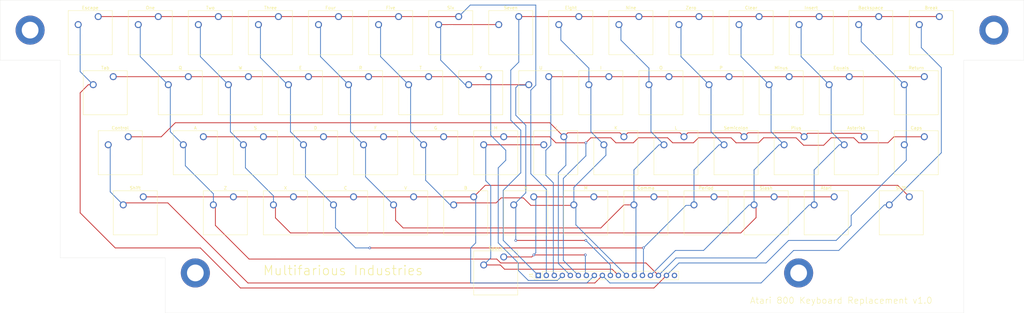
<source format=kicad_pcb>
(kicad_pcb (version 20171130) (host pcbnew "(5.1.9)-1")

  (general
    (thickness 1.6)
    (drawings 14)
    (tracks 381)
    (zones 0)
    (modules 62)
    (nets 19)
  )

  (page A4)
  (layers
    (0 F.Cu signal)
    (31 B.Cu signal)
    (32 B.Adhes user hide)
    (33 F.Adhes user hide)
    (34 B.Paste user hide)
    (35 F.Paste user hide)
    (36 B.SilkS user)
    (37 F.SilkS user)
    (38 B.Mask user hide)
    (39 F.Mask user hide)
    (40 Dwgs.User user hide)
    (41 Cmts.User user hide)
    (42 Eco1.User user hide)
    (43 Eco2.User user hide)
    (44 Edge.Cuts user)
    (45 Margin user hide)
    (46 B.CrtYd user hide)
    (47 F.CrtYd user hide)
    (48 B.Fab user hide)
    (49 F.Fab user hide)
  )

  (setup
    (last_trace_width 0.25)
    (trace_clearance 0.2)
    (zone_clearance 0.508)
    (zone_45_only no)
    (trace_min 0.2)
    (via_size 0.8)
    (via_drill 0.4)
    (via_min_size 0.4)
    (via_min_drill 0.3)
    (uvia_size 0.3)
    (uvia_drill 0.1)
    (uvias_allowed no)
    (uvia_min_size 0.2)
    (uvia_min_drill 0.1)
    (edge_width 0.05)
    (segment_width 0.2)
    (pcb_text_width 0.3)
    (pcb_text_size 1.5 1.5)
    (mod_edge_width 0.12)
    (mod_text_size 1 1)
    (mod_text_width 0.15)
    (pad_size 9.2 9.2)
    (pad_drill 5.3)
    (pad_to_mask_clearance 0)
    (aux_axis_origin 0 0)
    (grid_origin 162.56 26.51125)
    (visible_elements 7FFFFFFF)
    (pcbplotparams
      (layerselection 0x010f0_ffffffff)
      (usegerberextensions false)
      (usegerberattributes true)
      (usegerberadvancedattributes true)
      (creategerberjobfile true)
      (excludeedgelayer true)
      (linewidth 0.100000)
      (plotframeref false)
      (viasonmask false)
      (mode 1)
      (useauxorigin false)
      (hpglpennumber 1)
      (hpglpenspeed 20)
      (hpglpendiameter 15.000000)
      (psnegative false)
      (psa4output false)
      (plotreference true)
      (plotvalue true)
      (plotinvisibletext false)
      (padsonsilk false)
      (subtractmaskfromsilk false)
      (outputformat 1)
      (mirror false)
      (drillshape 0)
      (scaleselection 1)
      (outputdirectory ""))
  )

  (net 0 "")
  (net 1 /Pin12)
  (net 2 /Pin1)
  (net 3 /Pin17)
  (net 4 /Pin9)
  (net 5 /Pin14)
  (net 6 /Pin15)
  (net 7 /Pin13)
  (net 8 /Pin5)
  (net 9 /Pin4)
  (net 10 /Pin3)
  (net 11 /Pin2)
  (net 12 /Pin6)
  (net 13 /Pin11)
  (net 14 /Pin7)
  (net 15 /Pin8)
  (net 16 /Pin10)
  (net 17 /Pin16)
  (net 18 /GND)

  (net_class Default "This is the default net class."
    (clearance 0.2)
    (trace_width 0.25)
    (via_dia 0.8)
    (via_drill 0.4)
    (uvia_dia 0.3)
    (uvia_drill 0.1)
    (add_net /GND)
    (add_net /Pin1)
    (add_net /Pin10)
    (add_net /Pin11)
    (add_net /Pin12)
    (add_net /Pin13)
    (add_net /Pin14)
    (add_net /Pin15)
    (add_net /Pin16)
    (add_net /Pin17)
    (add_net /Pin2)
    (add_net /Pin3)
    (add_net /Pin4)
    (add_net /Pin5)
    (add_net /Pin6)
    (add_net /Pin7)
    (add_net /Pin8)
    (add_net /Pin9)
  )

  (module MountingHole:MountingHole_5.3mm_M5_DIN965_Pad (layer F.Cu) (tedit 60233C34) (tstamp 60233BC1)
    (at 58.57875 135.255)
    (descr "Mounting Hole 5.3mm, M5, DIN965")
    (tags "mounting hole 5.3mm m5 din965")
    (attr virtual)
    (fp_text reference "" (at 0 -5.6) (layer F.SilkS) hide
      (effects (font (size 1 1) (thickness 0.15)))
    )
    (fp_text value MountingHole_5.3mm_M5_DIN965_Pad (at 0 5.6) (layer F.Fab)
      (effects (font (size 1 1) (thickness 0.15)))
    )
    (fp_text user %R (at 0.3 0) (layer F.Fab)
      (effects (font (size 1 1) (thickness 0.15)))
    )
    (fp_circle (center 0 0) (end 4.6 0) (layer Cmts.User) (width 0.15))
    (fp_circle (center 0 0) (end 4.85 0) (layer F.CrtYd) (width 0.05))
    (pad "" thru_hole circle (at 0 0) (size 9.2 9.2) (drill 5.3) (layers *.Cu *.Mask))
  )

  (module MountingHole:MountingHole_5.3mm_M5_DIN965_Pad (layer F.Cu) (tedit 60233D1A) (tstamp 60233B9B)
    (at 249.8725 135.255)
    (descr "Mounting Hole 5.3mm, M5, DIN965")
    (tags "mounting hole 5.3mm m5 din965")
    (attr virtual)
    (fp_text reference "" (at 0 -5.6) (layer F.SilkS)
      (effects (font (size 1 1) (thickness 0.15)))
    )
    (fp_text value MountingHole_5.3mm_M5_DIN965_Pad (at 0 5.6) (layer F.Fab)
      (effects (font (size 1 1) (thickness 0.15)))
    )
    (fp_text user %R (at 0.3 0) (layer F.Fab)
      (effects (font (size 1 1) (thickness 0.15)))
    )
    (fp_circle (center 0 0) (end 4.6 0) (layer Cmts.User) (width 0.15))
    (fp_circle (center 0 0) (end 4.85 0) (layer F.CrtYd) (width 0.05))
    (pad "" thru_hole circle (at 0 0) (size 9.2 9.2) (drill 5.3) (layers *.Cu *.Mask))
  )

  (module MountingHole:MountingHole_5.3mm_M5_DIN965_Pad (layer F.Cu) (tedit 60233D05) (tstamp 60233B77)
    (at 311.785 58.26125)
    (descr "Mounting Hole 5.3mm, M5, DIN965")
    (tags "mounting hole 5.3mm m5 din965")
    (attr virtual)
    (fp_text reference "" (at 0 -5.6) (layer F.SilkS)
      (effects (font (size 1 1) (thickness 0.15)))
    )
    (fp_text value MountingHole_5.3mm_M5_DIN965_Pad (at 0 5.6) (layer F.Fab)
      (effects (font (size 1 1) (thickness 0.15)))
    )
    (fp_text user %R (at 0.3 0) (layer F.Fab)
      (effects (font (size 1 1) (thickness 0.15)))
    )
    (fp_circle (center 0 0) (end 4.6 0) (layer Cmts.User) (width 0.15))
    (fp_circle (center 0 0) (end 4.85 0) (layer F.CrtYd) (width 0.05))
    (pad "" thru_hole circle (at 0 0) (size 9.2 9.2) (drill 5.3) (layers *.Cu *.Mask))
  )

  (module MountingHole:MountingHole_5.3mm_M5_DIN965_Pad (layer F.Cu) (tedit 60233C83) (tstamp 60233AE4)
    (at 6.19125 58.26125)
    (descr "Mounting Hole 5.3mm, M5, DIN965")
    (tags "mounting hole 5.3mm m5 din965")
    (attr virtual)
    (fp_text reference "" (at 0 -5.6) (layer F.SilkS)
      (effects (font (size 1 1) (thickness 0.15)))
    )
    (fp_text value MountingHole_5.3mm_M5_DIN965_Pad (at 0 5.6) (layer F.Fab)
      (effects (font (size 1 1) (thickness 0.15)))
    )
    (fp_text user %R (at 0.3 0) (layer F.Fab)
      (effects (font (size 1 1) (thickness 0.15)))
    )
    (fp_circle (center 0 0) (end 4.6 0) (layer Cmts.User) (width 0.15))
    (fp_circle (center 0 0) (end 4.85 0) (layer F.CrtYd) (width 0.05))
    (pad "" thru_hole circle (at 0 0) (size 9.2 9.2) (drill 5.3) (layers *.Cu *.Mask))
  )

  (module Button_Switch_Keyboard:SW_Cherry_MX_6.25u_PCB (layer F.Cu) (tedit 602201B0) (tstamp 601821F7)
    (at 156.36875 130.175)
    (descr "Cherry MX keyswitch, 6.25u, PCB mount, http://cherryamericas.com/wp-content/uploads/2014/12/mx_cat.pdf")
    (tags "Cherry MX keyswitch 6.25u PCB")
    (path /6019280D)
    (fp_text reference Space (at -2.54 -2.794) (layer F.SilkS)
      (effects (font (size 1 1) (thickness 0.15)))
    )
    (fp_text value KEYSW (at -2.54 12.954) (layer F.Fab)
      (effects (font (size 1 1) (thickness 0.15)))
    )
    (fp_line (start -9.525 12.065) (end -9.525 -1.905) (layer F.SilkS) (width 0.12))
    (fp_line (start 4.445 12.065) (end -9.525 12.065) (layer F.SilkS) (width 0.12))
    (fp_line (start 4.445 -1.905) (end 4.445 12.065) (layer F.SilkS) (width 0.12))
    (fp_line (start -9.525 -1.905) (end 4.445 -1.905) (layer F.SilkS) (width 0.12))
    (fp_line (start -62.07125 14.605) (end -62.07125 -4.445) (layer Dwgs.User) (width 0.15))
    (fp_line (start 56.99125 14.605) (end -62.07125 14.605) (layer Dwgs.User) (width 0.15))
    (fp_line (start 56.99125 -4.445) (end 56.99125 14.605) (layer Dwgs.User) (width 0.15))
    (fp_line (start -62.07125 -4.445) (end 56.99125 -4.445) (layer Dwgs.User) (width 0.15))
    (fp_line (start -9.14 -1.52) (end 4.06 -1.52) (layer F.CrtYd) (width 0.05))
    (fp_line (start 4.06 -1.52) (end 4.06 11.68) (layer F.CrtYd) (width 0.05))
    (fp_line (start 4.06 11.68) (end -9.14 11.68) (layer F.CrtYd) (width 0.05))
    (fp_line (start -9.14 11.68) (end -9.14 -1.52) (layer F.CrtYd) (width 0.05))
    (fp_line (start -8.89 11.43) (end -8.89 -1.27) (layer F.Fab) (width 0.1))
    (fp_line (start 3.81 11.43) (end -8.89 11.43) (layer F.Fab) (width 0.1))
    (fp_line (start 3.81 -1.27) (end 3.81 11.43) (layer F.Fab) (width 0.1))
    (fp_line (start -8.89 -1.27) (end 3.81 -1.27) (layer F.Fab) (width 0.1))
    (fp_text user %R (at -2.54 -2.794) (layer F.Fab)
      (effects (font (size 1 1) (thickness 0.15)))
    )
    (pad 1 thru_hole circle (at 0 0) (size 2.2 2.2) (drill 1.5) (layers *.Cu *.Mask)
      (net 14 /Pin7))
    (pad 2 thru_hole circle (at -6.35 2.54) (size 2.2 2.2) (drill 1.5) (layers *.Cu *.Mask)
      (net 13 /Pin11))
    (pad "" np_thru_hole circle (at -2.54 5.08) (size 4 4) (drill 4) (layers *.Cu *.Mask))
    (pad "" np_thru_hole circle (at -7.62 5.08) (size 1.7 1.7) (drill 1.7) (layers *.Cu *.Mask))
    (pad "" np_thru_hole circle (at 2.54 5.08) (size 1.7 1.7) (drill 1.7) (layers *.Cu *.Mask))
    (pad "" np_thru_hole circle (at 66.6708 13.32) (size 4 4) (drill 4) (layers *.Cu *.Mask))
    (pad "" np_thru_hole circle (at -71.433 13.32) (size 4 4) (drill 4) (layers *.Cu *.Mask))
    (pad "" np_thru_hole circle (at -71.433 -1.92) (size 3.05 3.05) (drill 3.05) (layers *.Cu *.Mask))
    (pad "" np_thru_hole circle (at 66.6708 -1.92) (size 3.05 3.05) (drill 3.05) (layers *.Cu *.Mask))
    (model ${KISYS3DMOD}/Button_Switch_Keyboard.3dshapes/SW_Cherry_MX_6.25u_PCB.wrl
      (at (xyz 0 0 0))
      (scale (xyz 1 1 1))
      (rotate (xyz 0 0 0))
    )
  )

  (module Button_Switch_Keyboard:SW_Cherry_MX_1.00u_PCB (layer F.Cu) (tedit 5A02FE24) (tstamp 60181EBB)
    (at 27.78125 53.975)
    (descr "Cherry MX keyswitch, 1.00u, PCB mount, http://cherryamericas.com/wp-content/uploads/2014/12/mx_cat.pdf")
    (tags "Cherry MX keyswitch 1.00u PCB")
    (path /601809D6)
    (fp_text reference Escape (at -2.54 -2.794) (layer F.SilkS)
      (effects (font (size 1 1) (thickness 0.15)))
    )
    (fp_text value KEYSW (at -2.54 12.954) (layer F.Fab)
      (effects (font (size 1 1) (thickness 0.15)))
    )
    (fp_line (start -8.89 -1.27) (end 3.81 -1.27) (layer F.Fab) (width 0.1))
    (fp_line (start 3.81 -1.27) (end 3.81 11.43) (layer F.Fab) (width 0.1))
    (fp_line (start 3.81 11.43) (end -8.89 11.43) (layer F.Fab) (width 0.1))
    (fp_line (start -8.89 11.43) (end -8.89 -1.27) (layer F.Fab) (width 0.1))
    (fp_line (start -9.14 11.68) (end -9.14 -1.52) (layer F.CrtYd) (width 0.05))
    (fp_line (start 4.06 11.68) (end -9.14 11.68) (layer F.CrtYd) (width 0.05))
    (fp_line (start 4.06 -1.52) (end 4.06 11.68) (layer F.CrtYd) (width 0.05))
    (fp_line (start -9.14 -1.52) (end 4.06 -1.52) (layer F.CrtYd) (width 0.05))
    (fp_line (start -12.065 -4.445) (end 6.985 -4.445) (layer Dwgs.User) (width 0.15))
    (fp_line (start 6.985 -4.445) (end 6.985 14.605) (layer Dwgs.User) (width 0.15))
    (fp_line (start 6.985 14.605) (end -12.065 14.605) (layer Dwgs.User) (width 0.15))
    (fp_line (start -12.065 14.605) (end -12.065 -4.445) (layer Dwgs.User) (width 0.15))
    (fp_line (start -9.525 -1.905) (end 4.445 -1.905) (layer F.SilkS) (width 0.12))
    (fp_line (start 4.445 -1.905) (end 4.445 12.065) (layer F.SilkS) (width 0.12))
    (fp_line (start 4.445 12.065) (end -9.525 12.065) (layer F.SilkS) (width 0.12))
    (fp_line (start -9.525 12.065) (end -9.525 -1.905) (layer F.SilkS) (width 0.12))
    (fp_text user %R (at -2.54 -2.794) (layer F.Fab)
      (effects (font (size 1 1) (thickness 0.15)))
    )
    (pad "" np_thru_hole circle (at 2.54 5.08) (size 1.7 1.7) (drill 1.7) (layers *.Cu *.Mask))
    (pad "" np_thru_hole circle (at -7.62 5.08) (size 1.7 1.7) (drill 1.7) (layers *.Cu *.Mask))
    (pad "" np_thru_hole circle (at -2.54 5.08) (size 4 4) (drill 4) (layers *.Cu *.Mask))
    (pad 2 thru_hole circle (at -6.35 2.54) (size 2.2 2.2) (drill 1.5) (layers *.Cu *.Mask)
      (net 3 /Pin17))
    (pad 1 thru_hole circle (at 0 0) (size 2.2 2.2) (drill 1.5) (layers *.Cu *.Mask)
      (net 11 /Pin2))
    (model ${KISYS3DMOD}/Button_Switch_Keyboard.3dshapes/SW_Cherry_MX_1.00u_PCB.wrl
      (at (xyz 0 0 0))
      (scale (xyz 1 1 1))
      (rotate (xyz 0 0 0))
    )
  )

  (module Button_Switch_Keyboard:SW_Cherry_MX_2.00u_PCB (layer F.Cu) (tedit 601EFCE9) (tstamp 6018218B)
    (at 42.06875 111.125)
    (descr "Cherry MX keyswitch, 2.00u, PCB mount, http://cherryamericas.com/wp-content/uploads/2014/12/mx_cat.pdf")
    (tags "Cherry MX keyswitch 2.00u PCB")
    (path /601955E7)
    (fp_text reference Shift (at -2.54 -2.794) (layer F.SilkS)
      (effects (font (size 1 1) (thickness 0.15)))
    )
    (fp_text value KEYSW (at -2.54 12.954) (layer F.Fab)
      (effects (font (size 1 1) (thickness 0.15)))
    )
    (fp_line (start -9.525 12.065) (end -9.525 -1.905) (layer F.SilkS) (width 0.12))
    (fp_line (start 4.445 12.065) (end -9.525 12.065) (layer F.SilkS) (width 0.12))
    (fp_line (start 4.445 -1.905) (end 4.445 12.065) (layer F.SilkS) (width 0.12))
    (fp_line (start -9.525 -1.905) (end 4.445 -1.905) (layer F.SilkS) (width 0.12))
    (fp_line (start -21.59 14.605) (end -21.59 -4.445) (layer Dwgs.User) (width 0.15))
    (fp_line (start 16.51 14.605) (end -21.59 14.605) (layer Dwgs.User) (width 0.15))
    (fp_line (start 16.51 -4.445) (end 16.51 14.605) (layer Dwgs.User) (width 0.15))
    (fp_line (start -21.59 -4.445) (end 16.51 -4.445) (layer Dwgs.User) (width 0.15))
    (fp_line (start -9.14 -1.52) (end 4.06 -1.52) (layer F.CrtYd) (width 0.05))
    (fp_line (start 4.06 -1.52) (end 4.06 11.68) (layer F.CrtYd) (width 0.05))
    (fp_line (start 4.06 11.68) (end -9.14 11.68) (layer F.CrtYd) (width 0.05))
    (fp_line (start -9.14 11.68) (end -9.14 -1.52) (layer F.CrtYd) (width 0.05))
    (fp_line (start -8.89 11.43) (end -8.89 -1.27) (layer F.Fab) (width 0.1))
    (fp_line (start 3.81 11.43) (end -8.89 11.43) (layer F.Fab) (width 0.1))
    (fp_line (start 3.81 -1.27) (end 3.81 11.43) (layer F.Fab) (width 0.1))
    (fp_line (start -8.89 -1.27) (end 3.81 -1.27) (layer F.Fab) (width 0.1))
    (fp_text user %R (at -2.54 -2.794) (layer F.Fab)
      (effects (font (size 1 1) (thickness 0.15)))
    )
    (pad 1 thru_hole circle (at 0 0) (size 2.2 2.2) (drill 1.5) (layers *.Cu *.Mask)
      (net 15 /Pin8))
    (pad 2 thru_hole circle (at -6.35 2.54) (size 2.2 2.2) (drill 1.5) (layers *.Cu *.Mask)
      (net 4 /Pin9))
    (pad "" np_thru_hole circle (at -2.54 5.08) (size 4 4) (drill 4) (layers *.Cu *.Mask))
    (pad "" np_thru_hole circle (at -7.62 5.08) (size 1.7 1.7) (drill 1.7) (layers *.Cu *.Mask))
    (pad "" np_thru_hole circle (at 2.54 5.08) (size 1.7 1.7) (drill 1.7) (layers *.Cu *.Mask))
    (model ${KISYS3DMOD}/Button_Switch_Keyboard.3dshapes/SW_Cherry_MX_2.00u_PCB.wrl
      (at (xyz 0 0 0))
      (scale (xyz 1 1 1))
      (rotate (xyz 0 0 0))
    )
  )

  (module Button_Switch_Keyboard:SW_Cherry_MX_1.00u_PCB (layer F.Cu) (tedit 5A02FE24) (tstamp 60181E1F)
    (at 203.99375 111.125)
    (descr "Cherry MX keyswitch, 1.00u, PCB mount, http://cherryamericas.com/wp-content/uploads/2014/12/mx_cat.pdf")
    (tags "Cherry MX keyswitch 1.00u PCB")
    (path /60191CAC)
    (fp_text reference Comma (at -2.54 -2.794) (layer F.SilkS)
      (effects (font (size 1 1) (thickness 0.15)))
    )
    (fp_text value KEYSW (at -2.54 12.954) (layer F.Fab)
      (effects (font (size 1 1) (thickness 0.15)))
    )
    (fp_line (start -8.89 -1.27) (end 3.81 -1.27) (layer F.Fab) (width 0.1))
    (fp_line (start 3.81 -1.27) (end 3.81 11.43) (layer F.Fab) (width 0.1))
    (fp_line (start 3.81 11.43) (end -8.89 11.43) (layer F.Fab) (width 0.1))
    (fp_line (start -8.89 11.43) (end -8.89 -1.27) (layer F.Fab) (width 0.1))
    (fp_line (start -9.14 11.68) (end -9.14 -1.52) (layer F.CrtYd) (width 0.05))
    (fp_line (start 4.06 11.68) (end -9.14 11.68) (layer F.CrtYd) (width 0.05))
    (fp_line (start 4.06 -1.52) (end 4.06 11.68) (layer F.CrtYd) (width 0.05))
    (fp_line (start -9.14 -1.52) (end 4.06 -1.52) (layer F.CrtYd) (width 0.05))
    (fp_line (start -12.065 -4.445) (end 6.985 -4.445) (layer Dwgs.User) (width 0.15))
    (fp_line (start 6.985 -4.445) (end 6.985 14.605) (layer Dwgs.User) (width 0.15))
    (fp_line (start 6.985 14.605) (end -12.065 14.605) (layer Dwgs.User) (width 0.15))
    (fp_line (start -12.065 14.605) (end -12.065 -4.445) (layer Dwgs.User) (width 0.15))
    (fp_line (start -9.525 -1.905) (end 4.445 -1.905) (layer F.SilkS) (width 0.12))
    (fp_line (start 4.445 -1.905) (end 4.445 12.065) (layer F.SilkS) (width 0.12))
    (fp_line (start 4.445 12.065) (end -9.525 12.065) (layer F.SilkS) (width 0.12))
    (fp_line (start -9.525 12.065) (end -9.525 -1.905) (layer F.SilkS) (width 0.12))
    (fp_text user %R (at -2.54 -2.794) (layer F.Fab)
      (effects (font (size 1 1) (thickness 0.15)))
    )
    (pad "" np_thru_hole circle (at 2.54 5.08) (size 1.7 1.7) (drill 1.7) (layers *.Cu *.Mask))
    (pad "" np_thru_hole circle (at -7.62 5.08) (size 1.7 1.7) (drill 1.7) (layers *.Cu *.Mask))
    (pad "" np_thru_hole circle (at -2.54 5.08) (size 4 4) (drill 4) (layers *.Cu *.Mask))
    (pad 2 thru_hole circle (at -6.35 2.54) (size 2.2 2.2) (drill 1.5) (layers *.Cu *.Mask)
      (net 7 /Pin13))
    (pad 1 thru_hole circle (at 0 0) (size 2.2 2.2) (drill 1.5) (layers *.Cu *.Mask)
      (net 14 /Pin7))
    (model ${KISYS3DMOD}/Button_Switch_Keyboard.3dshapes/SW_Cherry_MX_1.00u_PCB.wrl
      (at (xyz 0 0 0))
      (scale (xyz 1 1 1))
      (rotate (xyz 0 0 0))
    )
  )

  (module Button_Switch_Keyboard:SW_Cherry_MX_1.00u_PCB (layer F.Cu) (tedit 5A02FE24) (tstamp 60181F3D)
    (at 156.36875 92.075)
    (descr "Cherry MX keyswitch, 1.00u, PCB mount, http://cherryamericas.com/wp-content/uploads/2014/12/mx_cat.pdf")
    (tags "Cherry MX keyswitch 1.00u PCB")
    (path /60190018)
    (fp_text reference H (at -2.54 -2.794) (layer F.SilkS)
      (effects (font (size 1 1) (thickness 0.15)))
    )
    (fp_text value KEYSW (at -2.54 12.954) (layer F.Fab)
      (effects (font (size 1 1) (thickness 0.15)))
    )
    (fp_line (start -9.525 12.065) (end -9.525 -1.905) (layer F.SilkS) (width 0.12))
    (fp_line (start 4.445 12.065) (end -9.525 12.065) (layer F.SilkS) (width 0.12))
    (fp_line (start 4.445 -1.905) (end 4.445 12.065) (layer F.SilkS) (width 0.12))
    (fp_line (start -9.525 -1.905) (end 4.445 -1.905) (layer F.SilkS) (width 0.12))
    (fp_line (start -12.065 14.605) (end -12.065 -4.445) (layer Dwgs.User) (width 0.15))
    (fp_line (start 6.985 14.605) (end -12.065 14.605) (layer Dwgs.User) (width 0.15))
    (fp_line (start 6.985 -4.445) (end 6.985 14.605) (layer Dwgs.User) (width 0.15))
    (fp_line (start -12.065 -4.445) (end 6.985 -4.445) (layer Dwgs.User) (width 0.15))
    (fp_line (start -9.14 -1.52) (end 4.06 -1.52) (layer F.CrtYd) (width 0.05))
    (fp_line (start 4.06 -1.52) (end 4.06 11.68) (layer F.CrtYd) (width 0.05))
    (fp_line (start 4.06 11.68) (end -9.14 11.68) (layer F.CrtYd) (width 0.05))
    (fp_line (start -9.14 11.68) (end -9.14 -1.52) (layer F.CrtYd) (width 0.05))
    (fp_line (start -8.89 11.43) (end -8.89 -1.27) (layer F.Fab) (width 0.1))
    (fp_line (start 3.81 11.43) (end -8.89 11.43) (layer F.Fab) (width 0.1))
    (fp_line (start 3.81 -1.27) (end 3.81 11.43) (layer F.Fab) (width 0.1))
    (fp_line (start -8.89 -1.27) (end 3.81 -1.27) (layer F.Fab) (width 0.1))
    (fp_text user %R (at -2.54 -2.794) (layer F.Fab)
      (effects (font (size 1 1) (thickness 0.15)))
    )
    (pad 1 thru_hole circle (at 0 0) (size 2.2 2.2) (drill 1.5) (layers *.Cu *.Mask)
      (net 12 /Pin6))
    (pad 2 thru_hole circle (at -6.35 2.54) (size 2.2 2.2) (drill 1.5) (layers *.Cu *.Mask)
      (net 13 /Pin11))
    (pad "" np_thru_hole circle (at -2.54 5.08) (size 4 4) (drill 4) (layers *.Cu *.Mask))
    (pad "" np_thru_hole circle (at -7.62 5.08) (size 1.7 1.7) (drill 1.7) (layers *.Cu *.Mask))
    (pad "" np_thru_hole circle (at 2.54 5.08) (size 1.7 1.7) (drill 1.7) (layers *.Cu *.Mask))
    (model ${KISYS3DMOD}/Button_Switch_Keyboard.3dshapes/SW_Cherry_MX_1.00u_PCB.wrl
      (at (xyz 0 0 0))
      (scale (xyz 1 1 1))
      (rotate (xyz 0 0 0))
    )
  )

  (module Connector_PinHeader_2.54mm:PinHeader_1x18_P2.54mm_Vertical (layer F.Cu) (tedit 59FED5CC) (tstamp 60181F99)
    (at 167.3225 136.04875 90)
    (descr "Through hole straight pin header, 1x18, 2.54mm pitch, single row")
    (tags "Through hole pin header THT 1x18 2.54mm single row")
    (path /601745B7)
    (fp_text reference J1 (at 0 -2.33 90) (layer F.SilkS)
      (effects (font (size 1 1) (thickness 0.15)))
    )
    (fp_text value Conn_01x18_Male (at 0 45.51 90) (layer F.Fab)
      (effects (font (size 1 1) (thickness 0.15)))
    )
    (fp_line (start -0.635 -1.27) (end 1.27 -1.27) (layer F.Fab) (width 0.1))
    (fp_line (start 1.27 -1.27) (end 1.27 44.45) (layer F.Fab) (width 0.1))
    (fp_line (start 1.27 44.45) (end -1.27 44.45) (layer F.Fab) (width 0.1))
    (fp_line (start -1.27 44.45) (end -1.27 -0.635) (layer F.Fab) (width 0.1))
    (fp_line (start -1.27 -0.635) (end -0.635 -1.27) (layer F.Fab) (width 0.1))
    (fp_line (start -1.33 44.51) (end 1.33 44.51) (layer F.SilkS) (width 0.12))
    (fp_line (start -1.33 1.27) (end -1.33 44.51) (layer F.SilkS) (width 0.12))
    (fp_line (start 1.33 1.27) (end 1.33 44.51) (layer F.SilkS) (width 0.12))
    (fp_line (start -1.33 1.27) (end 1.33 1.27) (layer F.SilkS) (width 0.12))
    (fp_line (start -1.33 0) (end -1.33 -1.33) (layer F.SilkS) (width 0.12))
    (fp_line (start -1.33 -1.33) (end 0 -1.33) (layer F.SilkS) (width 0.12))
    (fp_line (start -1.8 -1.8) (end -1.8 44.95) (layer F.CrtYd) (width 0.05))
    (fp_line (start -1.8 44.95) (end 1.8 44.95) (layer F.CrtYd) (width 0.05))
    (fp_line (start 1.8 44.95) (end 1.8 -1.8) (layer F.CrtYd) (width 0.05))
    (fp_line (start 1.8 -1.8) (end -1.8 -1.8) (layer F.CrtYd) (width 0.05))
    (fp_text user %R (at 0 21.59) (layer F.Fab)
      (effects (font (size 1 1) (thickness 0.15)))
    )
    (pad 18 thru_hole oval (at 0 43.18 90) (size 1.7 1.7) (drill 1) (layers *.Cu *.Mask)
      (net 18 /GND))
    (pad 17 thru_hole oval (at 0 40.64 90) (size 1.7 1.7) (drill 1) (layers *.Cu *.Mask)
      (net 3 /Pin17))
    (pad 16 thru_hole oval (at 0 38.1 90) (size 1.7 1.7) (drill 1) (layers *.Cu *.Mask)
      (net 17 /Pin16))
    (pad 15 thru_hole oval (at 0 35.56 90) (size 1.7 1.7) (drill 1) (layers *.Cu *.Mask)
      (net 6 /Pin15))
    (pad 14 thru_hole oval (at 0 33.02 90) (size 1.7 1.7) (drill 1) (layers *.Cu *.Mask)
      (net 5 /Pin14))
    (pad 13 thru_hole oval (at 0 30.48 90) (size 1.7 1.7) (drill 1) (layers *.Cu *.Mask)
      (net 7 /Pin13))
    (pad 12 thru_hole oval (at 0 27.94 90) (size 1.7 1.7) (drill 1) (layers *.Cu *.Mask)
      (net 1 /Pin12))
    (pad 11 thru_hole oval (at 0 25.4 90) (size 1.7 1.7) (drill 1) (layers *.Cu *.Mask)
      (net 13 /Pin11))
    (pad 10 thru_hole oval (at 0 22.86 90) (size 1.7 1.7) (drill 1) (layers *.Cu *.Mask)
      (net 16 /Pin10))
    (pad 9 thru_hole oval (at 0 20.32 90) (size 1.7 1.7) (drill 1) (layers *.Cu *.Mask)
      (net 4 /Pin9))
    (pad 8 thru_hole oval (at 0 17.78 90) (size 1.7 1.7) (drill 1) (layers *.Cu *.Mask)
      (net 15 /Pin8))
    (pad 7 thru_hole oval (at 0 15.24 90) (size 1.7 1.7) (drill 1) (layers *.Cu *.Mask)
      (net 14 /Pin7))
    (pad 6 thru_hole oval (at 0 12.7 90) (size 1.7 1.7) (drill 1) (layers *.Cu *.Mask)
      (net 12 /Pin6))
    (pad 5 thru_hole oval (at 0 10.16 90) (size 1.7 1.7) (drill 1) (layers *.Cu *.Mask)
      (net 8 /Pin5))
    (pad 4 thru_hole oval (at 0 7.62 90) (size 1.7 1.7) (drill 1) (layers *.Cu *.Mask)
      (net 9 /Pin4))
    (pad 3 thru_hole oval (at 0 5.08 90) (size 1.7 1.7) (drill 1) (layers *.Cu *.Mask)
      (net 10 /Pin3))
    (pad 2 thru_hole oval (at 0 2.54 90) (size 1.7 1.7) (drill 1) (layers *.Cu *.Mask)
      (net 11 /Pin2))
    (pad 1 thru_hole rect (at 0 0 90) (size 1.7 1.7) (drill 1) (layers *.Cu *.Mask)
      (net 2 /Pin1))
    (model ${KISYS3DMOD}/Connector_PinHeader_2.54mm.3dshapes/PinHeader_1x18_P2.54mm_Vertical.wrl
      (at (xyz 0 0 0))
      (scale (xyz 1 1 1))
      (rotate (xyz 0 0 0))
    )
  )

  (module Button_Switch_Keyboard:SW_Cherry_MX_1.00u_PCB (layer F.Cu) (tedit 5A02FE24) (tstamp 60181D35)
    (at 61.11875 92.075)
    (descr "Cherry MX keyswitch, 1.00u, PCB mount, http://cherryamericas.com/wp-content/uploads/2014/12/mx_cat.pdf")
    (tags "Cherry MX keyswitch 1.00u PCB")
    (path /6018E2D4)
    (fp_text reference A (at -2.54 -2.794) (layer F.SilkS)
      (effects (font (size 1 1) (thickness 0.15)))
    )
    (fp_text value KEYSW (at -2.54 12.954) (layer F.Fab)
      (effects (font (size 1 1) (thickness 0.15)))
    )
    (fp_line (start -8.89 -1.27) (end 3.81 -1.27) (layer F.Fab) (width 0.1))
    (fp_line (start 3.81 -1.27) (end 3.81 11.43) (layer F.Fab) (width 0.1))
    (fp_line (start 3.81 11.43) (end -8.89 11.43) (layer F.Fab) (width 0.1))
    (fp_line (start -8.89 11.43) (end -8.89 -1.27) (layer F.Fab) (width 0.1))
    (fp_line (start -9.14 11.68) (end -9.14 -1.52) (layer F.CrtYd) (width 0.05))
    (fp_line (start 4.06 11.68) (end -9.14 11.68) (layer F.CrtYd) (width 0.05))
    (fp_line (start 4.06 -1.52) (end 4.06 11.68) (layer F.CrtYd) (width 0.05))
    (fp_line (start -9.14 -1.52) (end 4.06 -1.52) (layer F.CrtYd) (width 0.05))
    (fp_line (start -12.065 -4.445) (end 6.985 -4.445) (layer Dwgs.User) (width 0.15))
    (fp_line (start 6.985 -4.445) (end 6.985 14.605) (layer Dwgs.User) (width 0.15))
    (fp_line (start 6.985 14.605) (end -12.065 14.605) (layer Dwgs.User) (width 0.15))
    (fp_line (start -12.065 14.605) (end -12.065 -4.445) (layer Dwgs.User) (width 0.15))
    (fp_line (start -9.525 -1.905) (end 4.445 -1.905) (layer F.SilkS) (width 0.12))
    (fp_line (start 4.445 -1.905) (end 4.445 12.065) (layer F.SilkS) (width 0.12))
    (fp_line (start 4.445 12.065) (end -9.525 12.065) (layer F.SilkS) (width 0.12))
    (fp_line (start -9.525 12.065) (end -9.525 -1.905) (layer F.SilkS) (width 0.12))
    (fp_text user %R (at -2.54 -2.794) (layer F.Fab)
      (effects (font (size 1 1) (thickness 0.15)))
    )
    (pad "" np_thru_hole circle (at 2.54 5.08) (size 1.7 1.7) (drill 1.7) (layers *.Cu *.Mask))
    (pad "" np_thru_hole circle (at -7.62 5.08) (size 1.7 1.7) (drill 1.7) (layers *.Cu *.Mask))
    (pad "" np_thru_hole circle (at -2.54 5.08) (size 4 4) (drill 4) (layers *.Cu *.Mask))
    (pad 2 thru_hole circle (at -6.35 2.54) (size 2.2 2.2) (drill 1.5) (layers *.Cu *.Mask)
      (net 17 /Pin16))
    (pad 1 thru_hole circle (at 0 0) (size 2.2 2.2) (drill 1.5) (layers *.Cu *.Mask)
      (net 12 /Pin6))
    (model ${KISYS3DMOD}/Button_Switch_Keyboard.3dshapes/SW_Cherry_MX_1.00u_PCB.wrl
      (at (xyz 0 0 0))
      (scale (xyz 1 1 1))
      (rotate (xyz 0 0 0))
    )
  )

  (module Button_Switch_Keyboard:SW_Cherry_MX_1.00u_PCB (layer F.Cu) (tedit 5A02FE24) (tstamp 60181D4F)
    (at 270.66875 92.075)
    (descr "Cherry MX keyswitch, 1.00u, PCB mount, http://cherryamericas.com/wp-content/uploads/2014/12/mx_cat.pdf")
    (tags "Cherry MX keyswitch 1.00u PCB")
    (path /6018B58F)
    (fp_text reference Asterisk (at -2.54 -2.794) (layer F.SilkS)
      (effects (font (size 1 1) (thickness 0.15)))
    )
    (fp_text value KEYSW (at -2.54 12.954) (layer F.Fab)
      (effects (font (size 1 1) (thickness 0.15)))
    )
    (fp_line (start -8.89 -1.27) (end 3.81 -1.27) (layer F.Fab) (width 0.1))
    (fp_line (start 3.81 -1.27) (end 3.81 11.43) (layer F.Fab) (width 0.1))
    (fp_line (start 3.81 11.43) (end -8.89 11.43) (layer F.Fab) (width 0.1))
    (fp_line (start -8.89 11.43) (end -8.89 -1.27) (layer F.Fab) (width 0.1))
    (fp_line (start -9.14 11.68) (end -9.14 -1.52) (layer F.CrtYd) (width 0.05))
    (fp_line (start 4.06 11.68) (end -9.14 11.68) (layer F.CrtYd) (width 0.05))
    (fp_line (start 4.06 -1.52) (end 4.06 11.68) (layer F.CrtYd) (width 0.05))
    (fp_line (start -9.14 -1.52) (end 4.06 -1.52) (layer F.CrtYd) (width 0.05))
    (fp_line (start -12.065 -4.445) (end 6.985 -4.445) (layer Dwgs.User) (width 0.15))
    (fp_line (start 6.985 -4.445) (end 6.985 14.605) (layer Dwgs.User) (width 0.15))
    (fp_line (start 6.985 14.605) (end -12.065 14.605) (layer Dwgs.User) (width 0.15))
    (fp_line (start -12.065 14.605) (end -12.065 -4.445) (layer Dwgs.User) (width 0.15))
    (fp_line (start -9.525 -1.905) (end 4.445 -1.905) (layer F.SilkS) (width 0.12))
    (fp_line (start 4.445 -1.905) (end 4.445 12.065) (layer F.SilkS) (width 0.12))
    (fp_line (start 4.445 12.065) (end -9.525 12.065) (layer F.SilkS) (width 0.12))
    (fp_line (start -9.525 12.065) (end -9.525 -1.905) (layer F.SilkS) (width 0.12))
    (fp_text user %R (at -2.54 -2.794) (layer F.Fab)
      (effects (font (size 1 1) (thickness 0.15)))
    )
    (pad "" np_thru_hole circle (at 2.54 5.08) (size 1.7 1.7) (drill 1.7) (layers *.Cu *.Mask))
    (pad "" np_thru_hole circle (at -7.62 5.08) (size 1.7 1.7) (drill 1.7) (layers *.Cu *.Mask))
    (pad "" np_thru_hole circle (at -2.54 5.08) (size 4 4) (drill 4) (layers *.Cu *.Mask))
    (pad 2 thru_hole circle (at -6.35 2.54) (size 2.2 2.2) (drill 1.5) (layers *.Cu *.Mask)
      (net 17 /Pin16))
    (pad 1 thru_hole circle (at 0 0) (size 2.2 2.2) (drill 1.5) (layers *.Cu *.Mask)
      (net 8 /Pin5))
    (model ${KISYS3DMOD}/Button_Switch_Keyboard.3dshapes/SW_Cherry_MX_1.00u_PCB.wrl
      (at (xyz 0 0 0))
      (scale (xyz 1 1 1))
      (rotate (xyz 0 0 0))
    )
  )

  (module Button_Switch_Keyboard:SW_Cherry_MX_1.00u_PCB (layer F.Cu) (tedit 5A02FE24) (tstamp 60181D69)
    (at 261.14375 111.125)
    (descr "Cherry MX keyswitch, 1.00u, PCB mount, http://cherryamericas.com/wp-content/uploads/2014/12/mx_cat.pdf")
    (tags "Cherry MX keyswitch 1.00u PCB")
    (path /60190BB7)
    (fp_text reference Atari (at -2.54 -2.794) (layer F.SilkS)
      (effects (font (size 1 1) (thickness 0.15)))
    )
    (fp_text value KEYSW (at -2.54 12.954) (layer F.Fab)
      (effects (font (size 1 1) (thickness 0.15)))
    )
    (fp_line (start -9.525 12.065) (end -9.525 -1.905) (layer F.SilkS) (width 0.12))
    (fp_line (start 4.445 12.065) (end -9.525 12.065) (layer F.SilkS) (width 0.12))
    (fp_line (start 4.445 -1.905) (end 4.445 12.065) (layer F.SilkS) (width 0.12))
    (fp_line (start -9.525 -1.905) (end 4.445 -1.905) (layer F.SilkS) (width 0.12))
    (fp_line (start -12.065 14.605) (end -12.065 -4.445) (layer Dwgs.User) (width 0.15))
    (fp_line (start 6.985 14.605) (end -12.065 14.605) (layer Dwgs.User) (width 0.15))
    (fp_line (start 6.985 -4.445) (end 6.985 14.605) (layer Dwgs.User) (width 0.15))
    (fp_line (start -12.065 -4.445) (end 6.985 -4.445) (layer Dwgs.User) (width 0.15))
    (fp_line (start -9.14 -1.52) (end 4.06 -1.52) (layer F.CrtYd) (width 0.05))
    (fp_line (start 4.06 -1.52) (end 4.06 11.68) (layer F.CrtYd) (width 0.05))
    (fp_line (start 4.06 11.68) (end -9.14 11.68) (layer F.CrtYd) (width 0.05))
    (fp_line (start -9.14 11.68) (end -9.14 -1.52) (layer F.CrtYd) (width 0.05))
    (fp_line (start -8.89 11.43) (end -8.89 -1.27) (layer F.Fab) (width 0.1))
    (fp_line (start 3.81 11.43) (end -8.89 11.43) (layer F.Fab) (width 0.1))
    (fp_line (start 3.81 -1.27) (end 3.81 11.43) (layer F.Fab) (width 0.1))
    (fp_line (start -8.89 -1.27) (end 3.81 -1.27) (layer F.Fab) (width 0.1))
    (fp_text user %R (at -2.54 -2.794) (layer F.Fab)
      (effects (font (size 1 1) (thickness 0.15)))
    )
    (pad 1 thru_hole circle (at 0 0) (size 2.2 2.2) (drill 1.5) (layers *.Cu *.Mask)
      (net 14 /Pin7))
    (pad 2 thru_hole circle (at -6.35 2.54) (size 2.2 2.2) (drill 1.5) (layers *.Cu *.Mask)
      (net 17 /Pin16))
    (pad "" np_thru_hole circle (at -2.54 5.08) (size 4 4) (drill 4) (layers *.Cu *.Mask))
    (pad "" np_thru_hole circle (at -7.62 5.08) (size 1.7 1.7) (drill 1.7) (layers *.Cu *.Mask))
    (pad "" np_thru_hole circle (at 2.54 5.08) (size 1.7 1.7) (drill 1.7) (layers *.Cu *.Mask))
    (model ${KISYS3DMOD}/Button_Switch_Keyboard.3dshapes/SW_Cherry_MX_1.00u_PCB.wrl
      (at (xyz 0 0 0))
      (scale (xyz 1 1 1))
      (rotate (xyz 0 0 0))
    )
  )

  (module Button_Switch_Keyboard:SW_Cherry_MX_1.00u_PCB (layer F.Cu) (tedit 5A02FE24) (tstamp 60181D83)
    (at 146.84375 111.125)
    (descr "Cherry MX keyswitch, 1.00u, PCB mount, http://cherryamericas.com/wp-content/uploads/2014/12/mx_cat.pdf")
    (tags "Cherry MX keyswitch 1.00u PCB")
    (path /60194F96)
    (fp_text reference B (at -2.54 -2.794) (layer F.SilkS)
      (effects (font (size 1 1) (thickness 0.15)))
    )
    (fp_text value KEYSW (at -2.54 12.954) (layer F.Fab)
      (effects (font (size 1 1) (thickness 0.15)))
    )
    (fp_line (start -9.525 12.065) (end -9.525 -1.905) (layer F.SilkS) (width 0.12))
    (fp_line (start 4.445 12.065) (end -9.525 12.065) (layer F.SilkS) (width 0.12))
    (fp_line (start 4.445 -1.905) (end 4.445 12.065) (layer F.SilkS) (width 0.12))
    (fp_line (start -9.525 -1.905) (end 4.445 -1.905) (layer F.SilkS) (width 0.12))
    (fp_line (start -12.065 14.605) (end -12.065 -4.445) (layer Dwgs.User) (width 0.15))
    (fp_line (start 6.985 14.605) (end -12.065 14.605) (layer Dwgs.User) (width 0.15))
    (fp_line (start 6.985 -4.445) (end 6.985 14.605) (layer Dwgs.User) (width 0.15))
    (fp_line (start -12.065 -4.445) (end 6.985 -4.445) (layer Dwgs.User) (width 0.15))
    (fp_line (start -9.14 -1.52) (end 4.06 -1.52) (layer F.CrtYd) (width 0.05))
    (fp_line (start 4.06 -1.52) (end 4.06 11.68) (layer F.CrtYd) (width 0.05))
    (fp_line (start 4.06 11.68) (end -9.14 11.68) (layer F.CrtYd) (width 0.05))
    (fp_line (start -9.14 11.68) (end -9.14 -1.52) (layer F.CrtYd) (width 0.05))
    (fp_line (start -8.89 11.43) (end -8.89 -1.27) (layer F.Fab) (width 0.1))
    (fp_line (start 3.81 11.43) (end -8.89 11.43) (layer F.Fab) (width 0.1))
    (fp_line (start 3.81 -1.27) (end 3.81 11.43) (layer F.Fab) (width 0.1))
    (fp_line (start -8.89 -1.27) (end 3.81 -1.27) (layer F.Fab) (width 0.1))
    (fp_text user %R (at -2.54 -2.794) (layer F.Fab)
      (effects (font (size 1 1) (thickness 0.15)))
    )
    (pad 1 thru_hole circle (at 0 0) (size 2.2 2.2) (drill 1.5) (layers *.Cu *.Mask)
      (net 15 /Pin8))
    (pad 2 thru_hole circle (at -6.35 2.54) (size 2.2 2.2) (drill 1.5) (layers *.Cu *.Mask)
      (net 1 /Pin12))
    (pad "" np_thru_hole circle (at -2.54 5.08) (size 4 4) (drill 4) (layers *.Cu *.Mask))
    (pad "" np_thru_hole circle (at -7.62 5.08) (size 1.7 1.7) (drill 1.7) (layers *.Cu *.Mask))
    (pad "" np_thru_hole circle (at 2.54 5.08) (size 1.7 1.7) (drill 1.7) (layers *.Cu *.Mask))
    (model ${KISYS3DMOD}/Button_Switch_Keyboard.3dshapes/SW_Cherry_MX_1.00u_PCB.wrl
      (at (xyz 0 0 0))
      (scale (xyz 1 1 1))
      (rotate (xyz 0 0 0))
    )
  )

  (module Button_Switch_Keyboard:SW_Cherry_MX_1.00u_PCB (layer F.Cu) (tedit 5A02FE24) (tstamp 60181D9D)
    (at 275.2725 53.975)
    (descr "Cherry MX keyswitch, 1.00u, PCB mount, http://cherryamericas.com/wp-content/uploads/2014/12/mx_cat.pdf")
    (tags "Cherry MX keyswitch 1.00u PCB")
    (path /60173B2F)
    (fp_text reference Backspace (at -2.54 -2.794) (layer F.SilkS)
      (effects (font (size 1 1) (thickness 0.15)))
    )
    (fp_text value KEYSW (at -2.54 12.954) (layer F.Fab)
      (effects (font (size 1 1) (thickness 0.15)))
    )
    (fp_line (start -9.525 12.065) (end -9.525 -1.905) (layer F.SilkS) (width 0.12))
    (fp_line (start 4.445 12.065) (end -9.525 12.065) (layer F.SilkS) (width 0.12))
    (fp_line (start 4.445 -1.905) (end 4.445 12.065) (layer F.SilkS) (width 0.12))
    (fp_line (start -9.525 -1.905) (end 4.445 -1.905) (layer F.SilkS) (width 0.12))
    (fp_line (start -12.065 14.605) (end -12.065 -4.445) (layer Dwgs.User) (width 0.15))
    (fp_line (start 6.985 14.605) (end -12.065 14.605) (layer Dwgs.User) (width 0.15))
    (fp_line (start 6.985 -4.445) (end 6.985 14.605) (layer Dwgs.User) (width 0.15))
    (fp_line (start -12.065 -4.445) (end 6.985 -4.445) (layer Dwgs.User) (width 0.15))
    (fp_line (start -9.14 -1.52) (end 4.06 -1.52) (layer F.CrtYd) (width 0.05))
    (fp_line (start 4.06 -1.52) (end 4.06 11.68) (layer F.CrtYd) (width 0.05))
    (fp_line (start 4.06 11.68) (end -9.14 11.68) (layer F.CrtYd) (width 0.05))
    (fp_line (start -9.14 11.68) (end -9.14 -1.52) (layer F.CrtYd) (width 0.05))
    (fp_line (start -8.89 11.43) (end -8.89 -1.27) (layer F.Fab) (width 0.1))
    (fp_line (start 3.81 11.43) (end -8.89 11.43) (layer F.Fab) (width 0.1))
    (fp_line (start 3.81 -1.27) (end 3.81 11.43) (layer F.Fab) (width 0.1))
    (fp_line (start -8.89 -1.27) (end 3.81 -1.27) (layer F.Fab) (width 0.1))
    (fp_text user %R (at -2.54 -2.794) (layer F.Fab)
      (effects (font (size 1 1) (thickness 0.15)))
    )
    (pad 1 thru_hole circle (at 0 0) (size 2.2 2.2) (drill 1.5) (layers *.Cu *.Mask)
      (net 2 /Pin1))
    (pad 2 thru_hole circle (at -6.35 2.54) (size 2.2 2.2) (drill 1.5) (layers *.Cu *.Mask)
      (net 3 /Pin17))
    (pad "" np_thru_hole circle (at -2.54 5.08) (size 4 4) (drill 4) (layers *.Cu *.Mask))
    (pad "" np_thru_hole circle (at -7.62 5.08) (size 1.7 1.7) (drill 1.7) (layers *.Cu *.Mask))
    (pad "" np_thru_hole circle (at 2.54 5.08) (size 1.7 1.7) (drill 1.7) (layers *.Cu *.Mask))
    (model ${KISYS3DMOD}/Button_Switch_Keyboard.3dshapes/SW_Cherry_MX_1.00u_PCB.wrl
      (at (xyz 0 0 0))
      (scale (xyz 1 1 1))
      (rotate (xyz 0 0 0))
    )
  )

  (module Button_Switch_Keyboard:SW_Cherry_MX_1.00u_PCB (layer F.Cu) (tedit 5A02FE24) (tstamp 60181DB7)
    (at 294.48125 53.975)
    (descr "Cherry MX keyswitch, 1.00u, PCB mount, http://cherryamericas.com/wp-content/uploads/2014/12/mx_cat.pdf")
    (tags "Cherry MX keyswitch 1.00u PCB")
    (path /6017A0C6)
    (fp_text reference Break (at -2.54 -2.794) (layer F.SilkS)
      (effects (font (size 1 1) (thickness 0.15)))
    )
    (fp_text value KEYSW (at -2.54 12.954) (layer F.Fab)
      (effects (font (size 1 1) (thickness 0.15)))
    )
    (fp_line (start -9.525 12.065) (end -9.525 -1.905) (layer F.SilkS) (width 0.12))
    (fp_line (start 4.445 12.065) (end -9.525 12.065) (layer F.SilkS) (width 0.12))
    (fp_line (start 4.445 -1.905) (end 4.445 12.065) (layer F.SilkS) (width 0.12))
    (fp_line (start -9.525 -1.905) (end 4.445 -1.905) (layer F.SilkS) (width 0.12))
    (fp_line (start -12.065 14.605) (end -12.065 -4.445) (layer Dwgs.User) (width 0.15))
    (fp_line (start 6.985 14.605) (end -12.065 14.605) (layer Dwgs.User) (width 0.15))
    (fp_line (start 6.985 -4.445) (end 6.985 14.605) (layer Dwgs.User) (width 0.15))
    (fp_line (start -12.065 -4.445) (end 6.985 -4.445) (layer Dwgs.User) (width 0.15))
    (fp_line (start -9.14 -1.52) (end 4.06 -1.52) (layer F.CrtYd) (width 0.05))
    (fp_line (start 4.06 -1.52) (end 4.06 11.68) (layer F.CrtYd) (width 0.05))
    (fp_line (start 4.06 11.68) (end -9.14 11.68) (layer F.CrtYd) (width 0.05))
    (fp_line (start -9.14 11.68) (end -9.14 -1.52) (layer F.CrtYd) (width 0.05))
    (fp_line (start -8.89 11.43) (end -8.89 -1.27) (layer F.Fab) (width 0.1))
    (fp_line (start 3.81 11.43) (end -8.89 11.43) (layer F.Fab) (width 0.1))
    (fp_line (start 3.81 -1.27) (end 3.81 11.43) (layer F.Fab) (width 0.1))
    (fp_line (start -8.89 -1.27) (end 3.81 -1.27) (layer F.Fab) (width 0.1))
    (fp_text user %R (at -2.54 -2.794) (layer F.Fab)
      (effects (font (size 1 1) (thickness 0.15)))
    )
    (pad 1 thru_hole circle (at 0 0) (size 2.2 2.2) (drill 1.5) (layers *.Cu *.Mask)
      (net 2 /Pin1))
    (pad 2 thru_hole circle (at -6.35 2.54) (size 2.2 2.2) (drill 1.5) (layers *.Cu *.Mask)
      (net 4 /Pin9))
    (pad "" np_thru_hole circle (at -2.54 5.08) (size 4 4) (drill 4) (layers *.Cu *.Mask))
    (pad "" np_thru_hole circle (at -7.62 5.08) (size 1.7 1.7) (drill 1.7) (layers *.Cu *.Mask))
    (pad "" np_thru_hole circle (at 2.54 5.08) (size 1.7 1.7) (drill 1.7) (layers *.Cu *.Mask))
    (model ${KISYS3DMOD}/Button_Switch_Keyboard.3dshapes/SW_Cherry_MX_1.00u_PCB.wrl
      (at (xyz 0 0 0))
      (scale (xyz 1 1 1))
      (rotate (xyz 0 0 0))
    )
  )

  (module Button_Switch_Keyboard:SW_Cherry_MX_1.00u_PCB (layer F.Cu) (tedit 5A02FE24) (tstamp 60181DD1)
    (at 108.74375 111.125)
    (descr "Cherry MX keyswitch, 1.00u, PCB mount, http://cherryamericas.com/wp-content/uploads/2014/12/mx_cat.pdf")
    (tags "Cherry MX keyswitch 1.00u PCB")
    (path /60194673)
    (fp_text reference C (at -2.54 -2.794) (layer F.SilkS)
      (effects (font (size 1 1) (thickness 0.15)))
    )
    (fp_text value KEYSW (at -2.54 12.954) (layer F.Fab)
      (effects (font (size 1 1) (thickness 0.15)))
    )
    (fp_line (start -9.525 12.065) (end -9.525 -1.905) (layer F.SilkS) (width 0.12))
    (fp_line (start 4.445 12.065) (end -9.525 12.065) (layer F.SilkS) (width 0.12))
    (fp_line (start 4.445 -1.905) (end 4.445 12.065) (layer F.SilkS) (width 0.12))
    (fp_line (start -9.525 -1.905) (end 4.445 -1.905) (layer F.SilkS) (width 0.12))
    (fp_line (start -12.065 14.605) (end -12.065 -4.445) (layer Dwgs.User) (width 0.15))
    (fp_line (start 6.985 14.605) (end -12.065 14.605) (layer Dwgs.User) (width 0.15))
    (fp_line (start 6.985 -4.445) (end 6.985 14.605) (layer Dwgs.User) (width 0.15))
    (fp_line (start -12.065 -4.445) (end 6.985 -4.445) (layer Dwgs.User) (width 0.15))
    (fp_line (start -9.14 -1.52) (end 4.06 -1.52) (layer F.CrtYd) (width 0.05))
    (fp_line (start 4.06 -1.52) (end 4.06 11.68) (layer F.CrtYd) (width 0.05))
    (fp_line (start 4.06 11.68) (end -9.14 11.68) (layer F.CrtYd) (width 0.05))
    (fp_line (start -9.14 11.68) (end -9.14 -1.52) (layer F.CrtYd) (width 0.05))
    (fp_line (start -8.89 11.43) (end -8.89 -1.27) (layer F.Fab) (width 0.1))
    (fp_line (start 3.81 11.43) (end -8.89 11.43) (layer F.Fab) (width 0.1))
    (fp_line (start 3.81 -1.27) (end 3.81 11.43) (layer F.Fab) (width 0.1))
    (fp_line (start -8.89 -1.27) (end 3.81 -1.27) (layer F.Fab) (width 0.1))
    (fp_text user %R (at -2.54 -2.794) (layer F.Fab)
      (effects (font (size 1 1) (thickness 0.15)))
    )
    (pad 1 thru_hole circle (at 0 0) (size 2.2 2.2) (drill 1.5) (layers *.Cu *.Mask)
      (net 15 /Pin8))
    (pad 2 thru_hole circle (at -6.35 2.54) (size 2.2 2.2) (drill 1.5) (layers *.Cu *.Mask)
      (net 5 /Pin14))
    (pad "" np_thru_hole circle (at -2.54 5.08) (size 4 4) (drill 4) (layers *.Cu *.Mask))
    (pad "" np_thru_hole circle (at -7.62 5.08) (size 1.7 1.7) (drill 1.7) (layers *.Cu *.Mask))
    (pad "" np_thru_hole circle (at 2.54 5.08) (size 1.7 1.7) (drill 1.7) (layers *.Cu *.Mask))
    (model ${KISYS3DMOD}/Button_Switch_Keyboard.3dshapes/SW_Cherry_MX_1.00u_PCB.wrl
      (at (xyz 0 0 0))
      (scale (xyz 1 1 1))
      (rotate (xyz 0 0 0))
    )
  )

  (module Button_Switch_Keyboard:SW_Cherry_MX_1.00u_PCB (layer F.Cu) (tedit 5A02FE24) (tstamp 60181DEB)
    (at 289.71875 92.075)
    (descr "Cherry MX keyswitch, 1.00u, PCB mount, http://cherryamericas.com/wp-content/uploads/2014/12/mx_cat.pdf")
    (tags "Cherry MX keyswitch 1.00u PCB")
    (path /6018E80D)
    (fp_text reference Caps (at -2.54 -2.794) (layer F.SilkS)
      (effects (font (size 1 1) (thickness 0.15)))
    )
    (fp_text value KEYSW (at -2.54 12.954) (layer F.Fab)
      (effects (font (size 1 1) (thickness 0.15)))
    )
    (fp_line (start -9.525 12.065) (end -9.525 -1.905) (layer F.SilkS) (width 0.12))
    (fp_line (start 4.445 12.065) (end -9.525 12.065) (layer F.SilkS) (width 0.12))
    (fp_line (start 4.445 -1.905) (end 4.445 12.065) (layer F.SilkS) (width 0.12))
    (fp_line (start -9.525 -1.905) (end 4.445 -1.905) (layer F.SilkS) (width 0.12))
    (fp_line (start -12.065 14.605) (end -12.065 -4.445) (layer Dwgs.User) (width 0.15))
    (fp_line (start 6.985 14.605) (end -12.065 14.605) (layer Dwgs.User) (width 0.15))
    (fp_line (start 6.985 -4.445) (end 6.985 14.605) (layer Dwgs.User) (width 0.15))
    (fp_line (start -12.065 -4.445) (end 6.985 -4.445) (layer Dwgs.User) (width 0.15))
    (fp_line (start -9.14 -1.52) (end 4.06 -1.52) (layer F.CrtYd) (width 0.05))
    (fp_line (start 4.06 -1.52) (end 4.06 11.68) (layer F.CrtYd) (width 0.05))
    (fp_line (start 4.06 11.68) (end -9.14 11.68) (layer F.CrtYd) (width 0.05))
    (fp_line (start -9.14 11.68) (end -9.14 -1.52) (layer F.CrtYd) (width 0.05))
    (fp_line (start -8.89 11.43) (end -8.89 -1.27) (layer F.Fab) (width 0.1))
    (fp_line (start 3.81 11.43) (end -8.89 11.43) (layer F.Fab) (width 0.1))
    (fp_line (start 3.81 -1.27) (end 3.81 11.43) (layer F.Fab) (width 0.1))
    (fp_line (start -8.89 -1.27) (end 3.81 -1.27) (layer F.Fab) (width 0.1))
    (fp_text user %R (at -2.54 -2.794) (layer F.Fab)
      (effects (font (size 1 1) (thickness 0.15)))
    )
    (pad 1 thru_hole circle (at 0 0) (size 2.2 2.2) (drill 1.5) (layers *.Cu *.Mask)
      (net 12 /Pin6))
    (pad 2 thru_hole circle (at -6.35 2.54) (size 2.2 2.2) (drill 1.5) (layers *.Cu *.Mask)
      (net 3 /Pin17))
    (pad "" np_thru_hole circle (at -2.54 5.08) (size 4 4) (drill 4) (layers *.Cu *.Mask))
    (pad "" np_thru_hole circle (at -7.62 5.08) (size 1.7 1.7) (drill 1.7) (layers *.Cu *.Mask))
    (pad "" np_thru_hole circle (at 2.54 5.08) (size 1.7 1.7) (drill 1.7) (layers *.Cu *.Mask))
    (model ${KISYS3DMOD}/Button_Switch_Keyboard.3dshapes/SW_Cherry_MX_1.00u_PCB.wrl
      (at (xyz 0 0 0))
      (scale (xyz 1 1 1))
      (rotate (xyz 0 0 0))
    )
  )

  (module Button_Switch_Keyboard:SW_Cherry_MX_1.00u_PCB (layer F.Cu) (tedit 5A02FE24) (tstamp 60181E05)
    (at 237.33125 53.975)
    (descr "Cherry MX keyswitch, 1.00u, PCB mount, http://cherryamericas.com/wp-content/uploads/2014/12/mx_cat.pdf")
    (tags "Cherry MX keyswitch 1.00u PCB")
    (path /60178640)
    (fp_text reference Clear (at -2.54 -2.794) (layer F.SilkS)
      (effects (font (size 1 1) (thickness 0.15)))
    )
    (fp_text value KEYSW (at -2.54 12.954) (layer F.Fab)
      (effects (font (size 1 1) (thickness 0.15)))
    )
    (fp_line (start -9.525 12.065) (end -9.525 -1.905) (layer F.SilkS) (width 0.12))
    (fp_line (start 4.445 12.065) (end -9.525 12.065) (layer F.SilkS) (width 0.12))
    (fp_line (start 4.445 -1.905) (end 4.445 12.065) (layer F.SilkS) (width 0.12))
    (fp_line (start -9.525 -1.905) (end 4.445 -1.905) (layer F.SilkS) (width 0.12))
    (fp_line (start -12.065 14.605) (end -12.065 -4.445) (layer Dwgs.User) (width 0.15))
    (fp_line (start 6.985 14.605) (end -12.065 14.605) (layer Dwgs.User) (width 0.15))
    (fp_line (start 6.985 -4.445) (end 6.985 14.605) (layer Dwgs.User) (width 0.15))
    (fp_line (start -12.065 -4.445) (end 6.985 -4.445) (layer Dwgs.User) (width 0.15))
    (fp_line (start -9.14 -1.52) (end 4.06 -1.52) (layer F.CrtYd) (width 0.05))
    (fp_line (start 4.06 -1.52) (end 4.06 11.68) (layer F.CrtYd) (width 0.05))
    (fp_line (start 4.06 11.68) (end -9.14 11.68) (layer F.CrtYd) (width 0.05))
    (fp_line (start -9.14 11.68) (end -9.14 -1.52) (layer F.CrtYd) (width 0.05))
    (fp_line (start -8.89 11.43) (end -8.89 -1.27) (layer F.Fab) (width 0.1))
    (fp_line (start 3.81 11.43) (end -8.89 11.43) (layer F.Fab) (width 0.1))
    (fp_line (start 3.81 -1.27) (end 3.81 11.43) (layer F.Fab) (width 0.1))
    (fp_line (start -8.89 -1.27) (end 3.81 -1.27) (layer F.Fab) (width 0.1))
    (fp_text user %R (at -2.54 -2.794) (layer F.Fab)
      (effects (font (size 1 1) (thickness 0.15)))
    )
    (pad 1 thru_hole circle (at 0 0) (size 2.2 2.2) (drill 1.5) (layers *.Cu *.Mask)
      (net 2 /Pin1))
    (pad 2 thru_hole circle (at -6.35 2.54) (size 2.2 2.2) (drill 1.5) (layers *.Cu *.Mask)
      (net 6 /Pin15))
    (pad "" np_thru_hole circle (at -2.54 5.08) (size 4 4) (drill 4) (layers *.Cu *.Mask))
    (pad "" np_thru_hole circle (at -7.62 5.08) (size 1.7 1.7) (drill 1.7) (layers *.Cu *.Mask))
    (pad "" np_thru_hole circle (at 2.54 5.08) (size 1.7 1.7) (drill 1.7) (layers *.Cu *.Mask))
    (model ${KISYS3DMOD}/Button_Switch_Keyboard.3dshapes/SW_Cherry_MX_1.00u_PCB.wrl
      (at (xyz 0 0 0))
      (scale (xyz 1 1 1))
      (rotate (xyz 0 0 0))
    )
  )

  (module Button_Switch_Keyboard:SW_Cherry_MX_1.50u_PCB (layer F.Cu) (tedit 5A02FE24) (tstamp 60181E39)
    (at 37.30625 92.075)
    (descr "Cherry MX keyswitch, 1.50u, PCB mount, http://cherryamericas.com/wp-content/uploads/2014/12/mx_cat.pdf")
    (tags "Cherry MX keyswitch 1.50u PCB")
    (path /6018D68B)
    (fp_text reference Control (at -2.54 -2.794) (layer F.SilkS)
      (effects (font (size 1 1) (thickness 0.15)))
    )
    (fp_text value KEYSW (at -2.54 12.954) (layer F.Fab)
      (effects (font (size 1 1) (thickness 0.15)))
    )
    (fp_line (start -9.525 12.065) (end -9.525 -1.905) (layer F.SilkS) (width 0.12))
    (fp_line (start 4.445 12.065) (end -9.525 12.065) (layer F.SilkS) (width 0.12))
    (fp_line (start 4.445 -1.905) (end 4.445 12.065) (layer F.SilkS) (width 0.12))
    (fp_line (start -9.525 -1.905) (end 4.445 -1.905) (layer F.SilkS) (width 0.12))
    (fp_line (start -16.8275 14.605) (end -16.8275 -4.445) (layer Dwgs.User) (width 0.15))
    (fp_line (start 11.7475 14.605) (end -16.8275 14.605) (layer Dwgs.User) (width 0.15))
    (fp_line (start 11.7475 -4.445) (end 11.7475 14.605) (layer Dwgs.User) (width 0.15))
    (fp_line (start -16.8275 -4.445) (end 11.7475 -4.445) (layer Dwgs.User) (width 0.15))
    (fp_line (start -9.14 -1.52) (end 4.06 -1.52) (layer F.CrtYd) (width 0.05))
    (fp_line (start 4.06 -1.52) (end 4.06 11.68) (layer F.CrtYd) (width 0.05))
    (fp_line (start 4.06 11.68) (end -9.14 11.68) (layer F.CrtYd) (width 0.05))
    (fp_line (start -9.14 11.68) (end -9.14 -1.52) (layer F.CrtYd) (width 0.05))
    (fp_line (start -8.89 11.43) (end -8.89 -1.27) (layer F.Fab) (width 0.1))
    (fp_line (start 3.81 11.43) (end -8.89 11.43) (layer F.Fab) (width 0.1))
    (fp_line (start 3.81 -1.27) (end 3.81 11.43) (layer F.Fab) (width 0.1))
    (fp_line (start -8.89 -1.27) (end 3.81 -1.27) (layer F.Fab) (width 0.1))
    (fp_text user %R (at -2.54 -2.794) (layer F.Fab)
      (effects (font (size 1 1) (thickness 0.15)))
    )
    (pad 1 thru_hole circle (at 0 0) (size 2.2 2.2) (drill 1.5) (layers *.Cu *.Mask)
      (net 8 /Pin5))
    (pad 2 thru_hole circle (at -6.35 2.54) (size 2.2 2.2) (drill 1.5) (layers *.Cu *.Mask)
      (net 4 /Pin9))
    (pad "" np_thru_hole circle (at -2.54 5.08) (size 4 4) (drill 4) (layers *.Cu *.Mask))
    (pad "" np_thru_hole circle (at -7.62 5.08) (size 1.7 1.7) (drill 1.7) (layers *.Cu *.Mask))
    (pad "" np_thru_hole circle (at 2.54 5.08) (size 1.7 1.7) (drill 1.7) (layers *.Cu *.Mask))
    (model ${KISYS3DMOD}/Button_Switch_Keyboard.3dshapes/SW_Cherry_MX_1.50u_PCB.wrl
      (at (xyz 0 0 0))
      (scale (xyz 1 1 1))
      (rotate (xyz 0 0 0))
    )
  )

  (module Button_Switch_Keyboard:SW_Cherry_MX_1.00u_PCB (layer F.Cu) (tedit 5A02FE24) (tstamp 60181E53)
    (at 99.21875 92.075)
    (descr "Cherry MX keyswitch, 1.00u, PCB mount, http://cherryamericas.com/wp-content/uploads/2014/12/mx_cat.pdf")
    (tags "Cherry MX keyswitch 1.00u PCB")
    (path /6018F252)
    (fp_text reference D (at -2.54 -2.794) (layer F.SilkS)
      (effects (font (size 1 1) (thickness 0.15)))
    )
    (fp_text value KEYSW (at -2.54 12.954) (layer F.Fab)
      (effects (font (size 1 1) (thickness 0.15)))
    )
    (fp_line (start -9.525 12.065) (end -9.525 -1.905) (layer F.SilkS) (width 0.12))
    (fp_line (start 4.445 12.065) (end -9.525 12.065) (layer F.SilkS) (width 0.12))
    (fp_line (start 4.445 -1.905) (end 4.445 12.065) (layer F.SilkS) (width 0.12))
    (fp_line (start -9.525 -1.905) (end 4.445 -1.905) (layer F.SilkS) (width 0.12))
    (fp_line (start -12.065 14.605) (end -12.065 -4.445) (layer Dwgs.User) (width 0.15))
    (fp_line (start 6.985 14.605) (end -12.065 14.605) (layer Dwgs.User) (width 0.15))
    (fp_line (start 6.985 -4.445) (end 6.985 14.605) (layer Dwgs.User) (width 0.15))
    (fp_line (start -12.065 -4.445) (end 6.985 -4.445) (layer Dwgs.User) (width 0.15))
    (fp_line (start -9.14 -1.52) (end 4.06 -1.52) (layer F.CrtYd) (width 0.05))
    (fp_line (start 4.06 -1.52) (end 4.06 11.68) (layer F.CrtYd) (width 0.05))
    (fp_line (start 4.06 11.68) (end -9.14 11.68) (layer F.CrtYd) (width 0.05))
    (fp_line (start -9.14 11.68) (end -9.14 -1.52) (layer F.CrtYd) (width 0.05))
    (fp_line (start -8.89 11.43) (end -8.89 -1.27) (layer F.Fab) (width 0.1))
    (fp_line (start 3.81 11.43) (end -8.89 11.43) (layer F.Fab) (width 0.1))
    (fp_line (start 3.81 -1.27) (end 3.81 11.43) (layer F.Fab) (width 0.1))
    (fp_line (start -8.89 -1.27) (end 3.81 -1.27) (layer F.Fab) (width 0.1))
    (fp_text user %R (at -2.54 -2.794) (layer F.Fab)
      (effects (font (size 1 1) (thickness 0.15)))
    )
    (pad 1 thru_hole circle (at 0 0) (size 2.2 2.2) (drill 1.5) (layers *.Cu *.Mask)
      (net 12 /Pin6))
    (pad 2 thru_hole circle (at -6.35 2.54) (size 2.2 2.2) (drill 1.5) (layers *.Cu *.Mask)
      (net 5 /Pin14))
    (pad "" np_thru_hole circle (at -2.54 5.08) (size 4 4) (drill 4) (layers *.Cu *.Mask))
    (pad "" np_thru_hole circle (at -7.62 5.08) (size 1.7 1.7) (drill 1.7) (layers *.Cu *.Mask))
    (pad "" np_thru_hole circle (at 2.54 5.08) (size 1.7 1.7) (drill 1.7) (layers *.Cu *.Mask))
    (model ${KISYS3DMOD}/Button_Switch_Keyboard.3dshapes/SW_Cherry_MX_1.00u_PCB.wrl
      (at (xyz 0 0 0))
      (scale (xyz 1 1 1))
      (rotate (xyz 0 0 0))
    )
  )

  (module Button_Switch_Keyboard:SW_Cherry_MX_1.00u_PCB (layer F.Cu) (tedit 5A02FE24) (tstamp 60181E6D)
    (at 94.45625 73.025)
    (descr "Cherry MX keyswitch, 1.00u, PCB mount, http://cherryamericas.com/wp-content/uploads/2014/12/mx_cat.pdf")
    (tags "Cherry MX keyswitch 1.00u PCB")
    (path /60189B5F)
    (fp_text reference E (at -2.54 -2.794) (layer F.SilkS)
      (effects (font (size 1 1) (thickness 0.15)))
    )
    (fp_text value KEYSW (at -2.54 12.954) (layer F.Fab)
      (effects (font (size 1 1) (thickness 0.15)))
    )
    (fp_line (start -8.89 -1.27) (end 3.81 -1.27) (layer F.Fab) (width 0.1))
    (fp_line (start 3.81 -1.27) (end 3.81 11.43) (layer F.Fab) (width 0.1))
    (fp_line (start 3.81 11.43) (end -8.89 11.43) (layer F.Fab) (width 0.1))
    (fp_line (start -8.89 11.43) (end -8.89 -1.27) (layer F.Fab) (width 0.1))
    (fp_line (start -9.14 11.68) (end -9.14 -1.52) (layer F.CrtYd) (width 0.05))
    (fp_line (start 4.06 11.68) (end -9.14 11.68) (layer F.CrtYd) (width 0.05))
    (fp_line (start 4.06 -1.52) (end 4.06 11.68) (layer F.CrtYd) (width 0.05))
    (fp_line (start -9.14 -1.52) (end 4.06 -1.52) (layer F.CrtYd) (width 0.05))
    (fp_line (start -12.065 -4.445) (end 6.985 -4.445) (layer Dwgs.User) (width 0.15))
    (fp_line (start 6.985 -4.445) (end 6.985 14.605) (layer Dwgs.User) (width 0.15))
    (fp_line (start 6.985 14.605) (end -12.065 14.605) (layer Dwgs.User) (width 0.15))
    (fp_line (start -12.065 14.605) (end -12.065 -4.445) (layer Dwgs.User) (width 0.15))
    (fp_line (start -9.525 -1.905) (end 4.445 -1.905) (layer F.SilkS) (width 0.12))
    (fp_line (start 4.445 -1.905) (end 4.445 12.065) (layer F.SilkS) (width 0.12))
    (fp_line (start 4.445 12.065) (end -9.525 12.065) (layer F.SilkS) (width 0.12))
    (fp_line (start -9.525 12.065) (end -9.525 -1.905) (layer F.SilkS) (width 0.12))
    (fp_text user %R (at -2.54 -2.794) (layer F.Fab)
      (effects (font (size 1 1) (thickness 0.15)))
    )
    (pad "" np_thru_hole circle (at 2.54 5.08) (size 1.7 1.7) (drill 1.7) (layers *.Cu *.Mask))
    (pad "" np_thru_hole circle (at -7.62 5.08) (size 1.7 1.7) (drill 1.7) (layers *.Cu *.Mask))
    (pad "" np_thru_hole circle (at -2.54 5.08) (size 4 4) (drill 4) (layers *.Cu *.Mask))
    (pad 2 thru_hole circle (at -6.35 2.54) (size 2.2 2.2) (drill 1.5) (layers *.Cu *.Mask)
      (net 5 /Pin14))
    (pad 1 thru_hole circle (at 0 0) (size 2.2 2.2) (drill 1.5) (layers *.Cu *.Mask)
      (net 9 /Pin4))
    (model ${KISYS3DMOD}/Button_Switch_Keyboard.3dshapes/SW_Cherry_MX_1.00u_PCB.wrl
      (at (xyz 0 0 0))
      (scale (xyz 1 1 1))
      (rotate (xyz 0 0 0))
    )
  )

  (module Button_Switch_Keyboard:SW_Cherry_MX_1.00u_PCB (layer F.Cu) (tedit 5A02FE24) (tstamp 60181E87)
    (at 180.18125 53.975)
    (descr "Cherry MX keyswitch, 1.00u, PCB mount, http://cherryamericas.com/wp-content/uploads/2014/12/mx_cat.pdf")
    (tags "Cherry MX keyswitch 1.00u PCB")
    (path /60179BB5)
    (fp_text reference Eight (at -2.54 -2.794) (layer F.SilkS)
      (effects (font (size 1 1) (thickness 0.15)))
    )
    (fp_text value KEYSW (at -2.54 12.954) (layer F.Fab)
      (effects (font (size 1 1) (thickness 0.15)))
    )
    (fp_line (start -8.89 -1.27) (end 3.81 -1.27) (layer F.Fab) (width 0.1))
    (fp_line (start 3.81 -1.27) (end 3.81 11.43) (layer F.Fab) (width 0.1))
    (fp_line (start 3.81 11.43) (end -8.89 11.43) (layer F.Fab) (width 0.1))
    (fp_line (start -8.89 11.43) (end -8.89 -1.27) (layer F.Fab) (width 0.1))
    (fp_line (start -9.14 11.68) (end -9.14 -1.52) (layer F.CrtYd) (width 0.05))
    (fp_line (start 4.06 11.68) (end -9.14 11.68) (layer F.CrtYd) (width 0.05))
    (fp_line (start 4.06 -1.52) (end 4.06 11.68) (layer F.CrtYd) (width 0.05))
    (fp_line (start -9.14 -1.52) (end 4.06 -1.52) (layer F.CrtYd) (width 0.05))
    (fp_line (start -12.065 -4.445) (end 6.985 -4.445) (layer Dwgs.User) (width 0.15))
    (fp_line (start 6.985 -4.445) (end 6.985 14.605) (layer Dwgs.User) (width 0.15))
    (fp_line (start 6.985 14.605) (end -12.065 14.605) (layer Dwgs.User) (width 0.15))
    (fp_line (start -12.065 14.605) (end -12.065 -4.445) (layer Dwgs.User) (width 0.15))
    (fp_line (start -9.525 -1.905) (end 4.445 -1.905) (layer F.SilkS) (width 0.12))
    (fp_line (start 4.445 -1.905) (end 4.445 12.065) (layer F.SilkS) (width 0.12))
    (fp_line (start 4.445 12.065) (end -9.525 12.065) (layer F.SilkS) (width 0.12))
    (fp_line (start -9.525 12.065) (end -9.525 -1.905) (layer F.SilkS) (width 0.12))
    (fp_text user %R (at -2.54 -2.794) (layer F.Fab)
      (effects (font (size 1 1) (thickness 0.15)))
    )
    (pad "" np_thru_hole circle (at 2.54 5.08) (size 1.7 1.7) (drill 1.7) (layers *.Cu *.Mask))
    (pad "" np_thru_hole circle (at -7.62 5.08) (size 1.7 1.7) (drill 1.7) (layers *.Cu *.Mask))
    (pad "" np_thru_hole circle (at -2.54 5.08) (size 4 4) (drill 4) (layers *.Cu *.Mask))
    (pad 2 thru_hole circle (at -6.35 2.54) (size 2.2 2.2) (drill 1.5) (layers *.Cu *.Mask)
      (net 1 /Pin12))
    (pad 1 thru_hole circle (at 0 0) (size 2.2 2.2) (drill 1.5) (layers *.Cu *.Mask)
      (net 2 /Pin1))
    (model ${KISYS3DMOD}/Button_Switch_Keyboard.3dshapes/SW_Cherry_MX_1.00u_PCB.wrl
      (at (xyz 0 0 0))
      (scale (xyz 1 1 1))
      (rotate (xyz 0 0 0))
    )
  )

  (module Button_Switch_Keyboard:SW_Cherry_MX_1.00u_PCB (layer F.Cu) (tedit 5A02FE24) (tstamp 60181EA1)
    (at 265.90625 73.025)
    (descr "Cherry MX keyswitch, 1.00u, PCB mount, http://cherryamericas.com/wp-content/uploads/2014/12/mx_cat.pdf")
    (tags "Cherry MX keyswitch 1.00u PCB")
    (path /60186AC4)
    (fp_text reference Equals (at -2.54 -2.794) (layer F.SilkS)
      (effects (font (size 1 1) (thickness 0.15)))
    )
    (fp_text value KEYSW (at -2.54 12.954) (layer F.Fab)
      (effects (font (size 1 1) (thickness 0.15)))
    )
    (fp_line (start -8.89 -1.27) (end 3.81 -1.27) (layer F.Fab) (width 0.1))
    (fp_line (start 3.81 -1.27) (end 3.81 11.43) (layer F.Fab) (width 0.1))
    (fp_line (start 3.81 11.43) (end -8.89 11.43) (layer F.Fab) (width 0.1))
    (fp_line (start -8.89 11.43) (end -8.89 -1.27) (layer F.Fab) (width 0.1))
    (fp_line (start -9.14 11.68) (end -9.14 -1.52) (layer F.CrtYd) (width 0.05))
    (fp_line (start 4.06 11.68) (end -9.14 11.68) (layer F.CrtYd) (width 0.05))
    (fp_line (start 4.06 -1.52) (end 4.06 11.68) (layer F.CrtYd) (width 0.05))
    (fp_line (start -9.14 -1.52) (end 4.06 -1.52) (layer F.CrtYd) (width 0.05))
    (fp_line (start -12.065 -4.445) (end 6.985 -4.445) (layer Dwgs.User) (width 0.15))
    (fp_line (start 6.985 -4.445) (end 6.985 14.605) (layer Dwgs.User) (width 0.15))
    (fp_line (start 6.985 14.605) (end -12.065 14.605) (layer Dwgs.User) (width 0.15))
    (fp_line (start -12.065 14.605) (end -12.065 -4.445) (layer Dwgs.User) (width 0.15))
    (fp_line (start -9.525 -1.905) (end 4.445 -1.905) (layer F.SilkS) (width 0.12))
    (fp_line (start 4.445 -1.905) (end 4.445 12.065) (layer F.SilkS) (width 0.12))
    (fp_line (start 4.445 12.065) (end -9.525 12.065) (layer F.SilkS) (width 0.12))
    (fp_line (start -9.525 12.065) (end -9.525 -1.905) (layer F.SilkS) (width 0.12))
    (fp_text user %R (at -2.54 -2.794) (layer F.Fab)
      (effects (font (size 1 1) (thickness 0.15)))
    )
    (pad "" np_thru_hole circle (at 2.54 5.08) (size 1.7 1.7) (drill 1.7) (layers *.Cu *.Mask))
    (pad "" np_thru_hole circle (at -7.62 5.08) (size 1.7 1.7) (drill 1.7) (layers *.Cu *.Mask))
    (pad "" np_thru_hole circle (at -2.54 5.08) (size 4 4) (drill 4) (layers *.Cu *.Mask))
    (pad 2 thru_hole circle (at -6.35 2.54) (size 2.2 2.2) (drill 1.5) (layers *.Cu *.Mask)
      (net 17 /Pin16))
    (pad 1 thru_hole circle (at 0 0) (size 2.2 2.2) (drill 1.5) (layers *.Cu *.Mask)
      (net 10 /Pin3))
    (model ${KISYS3DMOD}/Button_Switch_Keyboard.3dshapes/SW_Cherry_MX_1.00u_PCB.wrl
      (at (xyz 0 0 0))
      (scale (xyz 1 1 1))
      (rotate (xyz 0 0 0))
    )
  )

  (module Button_Switch_Keyboard:SW_Cherry_MX_1.00u_PCB (layer F.Cu) (tedit 5A02FE24) (tstamp 60181ED5)
    (at 118.26875 92.075)
    (descr "Cherry MX keyswitch, 1.00u, PCB mount, http://cherryamericas.com/wp-content/uploads/2014/12/mx_cat.pdf")
    (tags "Cherry MX keyswitch 1.00u PCB")
    (path /6018F66E)
    (fp_text reference F (at -2.54 -2.794) (layer F.SilkS)
      (effects (font (size 1 1) (thickness 0.15)))
    )
    (fp_text value KEYSW (at -2.54 12.954) (layer F.Fab)
      (effects (font (size 1 1) (thickness 0.15)))
    )
    (fp_line (start -8.89 -1.27) (end 3.81 -1.27) (layer F.Fab) (width 0.1))
    (fp_line (start 3.81 -1.27) (end 3.81 11.43) (layer F.Fab) (width 0.1))
    (fp_line (start 3.81 11.43) (end -8.89 11.43) (layer F.Fab) (width 0.1))
    (fp_line (start -8.89 11.43) (end -8.89 -1.27) (layer F.Fab) (width 0.1))
    (fp_line (start -9.14 11.68) (end -9.14 -1.52) (layer F.CrtYd) (width 0.05))
    (fp_line (start 4.06 11.68) (end -9.14 11.68) (layer F.CrtYd) (width 0.05))
    (fp_line (start 4.06 -1.52) (end 4.06 11.68) (layer F.CrtYd) (width 0.05))
    (fp_line (start -9.14 -1.52) (end 4.06 -1.52) (layer F.CrtYd) (width 0.05))
    (fp_line (start -12.065 -4.445) (end 6.985 -4.445) (layer Dwgs.User) (width 0.15))
    (fp_line (start 6.985 -4.445) (end 6.985 14.605) (layer Dwgs.User) (width 0.15))
    (fp_line (start 6.985 14.605) (end -12.065 14.605) (layer Dwgs.User) (width 0.15))
    (fp_line (start -12.065 14.605) (end -12.065 -4.445) (layer Dwgs.User) (width 0.15))
    (fp_line (start -9.525 -1.905) (end 4.445 -1.905) (layer F.SilkS) (width 0.12))
    (fp_line (start 4.445 -1.905) (end 4.445 12.065) (layer F.SilkS) (width 0.12))
    (fp_line (start 4.445 12.065) (end -9.525 12.065) (layer F.SilkS) (width 0.12))
    (fp_line (start -9.525 12.065) (end -9.525 -1.905) (layer F.SilkS) (width 0.12))
    (fp_text user %R (at -2.54 -2.794) (layer F.Fab)
      (effects (font (size 1 1) (thickness 0.15)))
    )
    (pad "" np_thru_hole circle (at 2.54 5.08) (size 1.7 1.7) (drill 1.7) (layers *.Cu *.Mask))
    (pad "" np_thru_hole circle (at -7.62 5.08) (size 1.7 1.7) (drill 1.7) (layers *.Cu *.Mask))
    (pad "" np_thru_hole circle (at -2.54 5.08) (size 4 4) (drill 4) (layers *.Cu *.Mask))
    (pad 2 thru_hole circle (at -6.35 2.54) (size 2.2 2.2) (drill 1.5) (layers *.Cu *.Mask)
      (net 7 /Pin13))
    (pad 1 thru_hole circle (at 0 0) (size 2.2 2.2) (drill 1.5) (layers *.Cu *.Mask)
      (net 12 /Pin6))
    (model ${KISYS3DMOD}/Button_Switch_Keyboard.3dshapes/SW_Cherry_MX_1.00u_PCB.wrl
      (at (xyz 0 0 0))
      (scale (xyz 1 1 1))
      (rotate (xyz 0 0 0))
    )
  )

  (module Button_Switch_Keyboard:SW_Cherry_MX_1.00u_PCB (layer F.Cu) (tedit 5A02FE24) (tstamp 60181EEF)
    (at 123.03125 53.975)
    (descr "Cherry MX keyswitch, 1.00u, PCB mount, http://cherryamericas.com/wp-content/uploads/2014/12/mx_cat.pdf")
    (tags "Cherry MX keyswitch 1.00u PCB")
    (path /60185298)
    (fp_text reference Five (at -2.54 -2.794) (layer F.SilkS)
      (effects (font (size 1 1) (thickness 0.15)))
    )
    (fp_text value KEYSW (at -2.54 12.954) (layer F.Fab)
      (effects (font (size 1 1) (thickness 0.15)))
    )
    (fp_line (start -9.525 12.065) (end -9.525 -1.905) (layer F.SilkS) (width 0.12))
    (fp_line (start 4.445 12.065) (end -9.525 12.065) (layer F.SilkS) (width 0.12))
    (fp_line (start 4.445 -1.905) (end 4.445 12.065) (layer F.SilkS) (width 0.12))
    (fp_line (start -9.525 -1.905) (end 4.445 -1.905) (layer F.SilkS) (width 0.12))
    (fp_line (start -12.065 14.605) (end -12.065 -4.445) (layer Dwgs.User) (width 0.15))
    (fp_line (start 6.985 14.605) (end -12.065 14.605) (layer Dwgs.User) (width 0.15))
    (fp_line (start 6.985 -4.445) (end 6.985 14.605) (layer Dwgs.User) (width 0.15))
    (fp_line (start -12.065 -4.445) (end 6.985 -4.445) (layer Dwgs.User) (width 0.15))
    (fp_line (start -9.14 -1.52) (end 4.06 -1.52) (layer F.CrtYd) (width 0.05))
    (fp_line (start 4.06 -1.52) (end 4.06 11.68) (layer F.CrtYd) (width 0.05))
    (fp_line (start 4.06 11.68) (end -9.14 11.68) (layer F.CrtYd) (width 0.05))
    (fp_line (start -9.14 11.68) (end -9.14 -1.52) (layer F.CrtYd) (width 0.05))
    (fp_line (start -8.89 11.43) (end -8.89 -1.27) (layer F.Fab) (width 0.1))
    (fp_line (start 3.81 11.43) (end -8.89 11.43) (layer F.Fab) (width 0.1))
    (fp_line (start 3.81 -1.27) (end 3.81 11.43) (layer F.Fab) (width 0.1))
    (fp_line (start -8.89 -1.27) (end 3.81 -1.27) (layer F.Fab) (width 0.1))
    (fp_text user %R (at -2.54 -2.794) (layer F.Fab)
      (effects (font (size 1 1) (thickness 0.15)))
    )
    (pad 1 thru_hole circle (at 0 0) (size 2.2 2.2) (drill 1.5) (layers *.Cu *.Mask)
      (net 11 /Pin2))
    (pad 2 thru_hole circle (at -6.35 2.54) (size 2.2 2.2) (drill 1.5) (layers *.Cu *.Mask)
      (net 1 /Pin12))
    (pad "" np_thru_hole circle (at -2.54 5.08) (size 4 4) (drill 4) (layers *.Cu *.Mask))
    (pad "" np_thru_hole circle (at -7.62 5.08) (size 1.7 1.7) (drill 1.7) (layers *.Cu *.Mask))
    (pad "" np_thru_hole circle (at 2.54 5.08) (size 1.7 1.7) (drill 1.7) (layers *.Cu *.Mask))
    (model ${KISYS3DMOD}/Button_Switch_Keyboard.3dshapes/SW_Cherry_MX_1.00u_PCB.wrl
      (at (xyz 0 0 0))
      (scale (xyz 1 1 1))
      (rotate (xyz 0 0 0))
    )
  )

  (module Button_Switch_Keyboard:SW_Cherry_MX_1.00u_PCB (layer F.Cu) (tedit 5A02FE24) (tstamp 60181F09)
    (at 103.98125 53.975)
    (descr "Cherry MX keyswitch, 1.00u, PCB mount, http://cherryamericas.com/wp-content/uploads/2014/12/mx_cat.pdf")
    (tags "Cherry MX keyswitch 1.00u PCB")
    (path /60184C0B)
    (fp_text reference Four (at -2.54 -2.794) (layer F.SilkS)
      (effects (font (size 1 1) (thickness 0.15)))
    )
    (fp_text value KEYSW (at -2.54 12.954) (layer F.Fab)
      (effects (font (size 1 1) (thickness 0.15)))
    )
    (fp_line (start -8.89 -1.27) (end 3.81 -1.27) (layer F.Fab) (width 0.1))
    (fp_line (start 3.81 -1.27) (end 3.81 11.43) (layer F.Fab) (width 0.1))
    (fp_line (start 3.81 11.43) (end -8.89 11.43) (layer F.Fab) (width 0.1))
    (fp_line (start -8.89 11.43) (end -8.89 -1.27) (layer F.Fab) (width 0.1))
    (fp_line (start -9.14 11.68) (end -9.14 -1.52) (layer F.CrtYd) (width 0.05))
    (fp_line (start 4.06 11.68) (end -9.14 11.68) (layer F.CrtYd) (width 0.05))
    (fp_line (start 4.06 -1.52) (end 4.06 11.68) (layer F.CrtYd) (width 0.05))
    (fp_line (start -9.14 -1.52) (end 4.06 -1.52) (layer F.CrtYd) (width 0.05))
    (fp_line (start -12.065 -4.445) (end 6.985 -4.445) (layer Dwgs.User) (width 0.15))
    (fp_line (start 6.985 -4.445) (end 6.985 14.605) (layer Dwgs.User) (width 0.15))
    (fp_line (start 6.985 14.605) (end -12.065 14.605) (layer Dwgs.User) (width 0.15))
    (fp_line (start -12.065 14.605) (end -12.065 -4.445) (layer Dwgs.User) (width 0.15))
    (fp_line (start -9.525 -1.905) (end 4.445 -1.905) (layer F.SilkS) (width 0.12))
    (fp_line (start 4.445 -1.905) (end 4.445 12.065) (layer F.SilkS) (width 0.12))
    (fp_line (start 4.445 12.065) (end -9.525 12.065) (layer F.SilkS) (width 0.12))
    (fp_line (start -9.525 12.065) (end -9.525 -1.905) (layer F.SilkS) (width 0.12))
    (fp_text user %R (at -2.54 -2.794) (layer F.Fab)
      (effects (font (size 1 1) (thickness 0.15)))
    )
    (pad "" np_thru_hole circle (at 2.54 5.08) (size 1.7 1.7) (drill 1.7) (layers *.Cu *.Mask))
    (pad "" np_thru_hole circle (at -7.62 5.08) (size 1.7 1.7) (drill 1.7) (layers *.Cu *.Mask))
    (pad "" np_thru_hole circle (at -2.54 5.08) (size 4 4) (drill 4) (layers *.Cu *.Mask))
    (pad 2 thru_hole circle (at -6.35 2.54) (size 2.2 2.2) (drill 1.5) (layers *.Cu *.Mask)
      (net 7 /Pin13))
    (pad 1 thru_hole circle (at 0 0) (size 2.2 2.2) (drill 1.5) (layers *.Cu *.Mask)
      (net 11 /Pin2))
    (model ${KISYS3DMOD}/Button_Switch_Keyboard.3dshapes/SW_Cherry_MX_1.00u_PCB.wrl
      (at (xyz 0 0 0))
      (scale (xyz 1 1 1))
      (rotate (xyz 0 0 0))
    )
  )

  (module Button_Switch_Keyboard:SW_Cherry_MX_1.00u_PCB (layer F.Cu) (tedit 5A02FE24) (tstamp 60181F23)
    (at 137.31875 92.075)
    (descr "Cherry MX keyswitch, 1.00u, PCB mount, http://cherryamericas.com/wp-content/uploads/2014/12/mx_cat.pdf")
    (tags "Cherry MX keyswitch 1.00u PCB")
    (path /6018FB98)
    (fp_text reference G (at -2.54 -2.794) (layer F.SilkS)
      (effects (font (size 1 1) (thickness 0.15)))
    )
    (fp_text value KEYSW (at -2.54 12.954) (layer F.Fab)
      (effects (font (size 1 1) (thickness 0.15)))
    )
    (fp_line (start -8.89 -1.27) (end 3.81 -1.27) (layer F.Fab) (width 0.1))
    (fp_line (start 3.81 -1.27) (end 3.81 11.43) (layer F.Fab) (width 0.1))
    (fp_line (start 3.81 11.43) (end -8.89 11.43) (layer F.Fab) (width 0.1))
    (fp_line (start -8.89 11.43) (end -8.89 -1.27) (layer F.Fab) (width 0.1))
    (fp_line (start -9.14 11.68) (end -9.14 -1.52) (layer F.CrtYd) (width 0.05))
    (fp_line (start 4.06 11.68) (end -9.14 11.68) (layer F.CrtYd) (width 0.05))
    (fp_line (start 4.06 -1.52) (end 4.06 11.68) (layer F.CrtYd) (width 0.05))
    (fp_line (start -9.14 -1.52) (end 4.06 -1.52) (layer F.CrtYd) (width 0.05))
    (fp_line (start -12.065 -4.445) (end 6.985 -4.445) (layer Dwgs.User) (width 0.15))
    (fp_line (start 6.985 -4.445) (end 6.985 14.605) (layer Dwgs.User) (width 0.15))
    (fp_line (start 6.985 14.605) (end -12.065 14.605) (layer Dwgs.User) (width 0.15))
    (fp_line (start -12.065 14.605) (end -12.065 -4.445) (layer Dwgs.User) (width 0.15))
    (fp_line (start -9.525 -1.905) (end 4.445 -1.905) (layer F.SilkS) (width 0.12))
    (fp_line (start 4.445 -1.905) (end 4.445 12.065) (layer F.SilkS) (width 0.12))
    (fp_line (start 4.445 12.065) (end -9.525 12.065) (layer F.SilkS) (width 0.12))
    (fp_line (start -9.525 12.065) (end -9.525 -1.905) (layer F.SilkS) (width 0.12))
    (fp_text user %R (at -2.54 -2.794) (layer F.Fab)
      (effects (font (size 1 1) (thickness 0.15)))
    )
    (pad "" np_thru_hole circle (at 2.54 5.08) (size 1.7 1.7) (drill 1.7) (layers *.Cu *.Mask))
    (pad "" np_thru_hole circle (at -7.62 5.08) (size 1.7 1.7) (drill 1.7) (layers *.Cu *.Mask))
    (pad "" np_thru_hole circle (at -2.54 5.08) (size 4 4) (drill 4) (layers *.Cu *.Mask))
    (pad 2 thru_hole circle (at -6.35 2.54) (size 2.2 2.2) (drill 1.5) (layers *.Cu *.Mask)
      (net 1 /Pin12))
    (pad 1 thru_hole circle (at 0 0) (size 2.2 2.2) (drill 1.5) (layers *.Cu *.Mask)
      (net 12 /Pin6))
    (model ${KISYS3DMOD}/Button_Switch_Keyboard.3dshapes/SW_Cherry_MX_1.00u_PCB.wrl
      (at (xyz 0 0 0))
      (scale (xyz 1 1 1))
      (rotate (xyz 0 0 0))
    )
  )

  (module Button_Switch_Keyboard:SW_Cherry_MX_1.00u_PCB (layer F.Cu) (tedit 5A02FE24) (tstamp 60181F57)
    (at 189.70625 73.025)
    (descr "Cherry MX keyswitch, 1.00u, PCB mount, http://cherryamericas.com/wp-content/uploads/2014/12/mx_cat.pdf")
    (tags "Cherry MX keyswitch 1.00u PCB")
    (path /60187D50)
    (fp_text reference I (at -2.54 -2.794) (layer F.SilkS)
      (effects (font (size 1 1) (thickness 0.15)))
    )
    (fp_text value KEYSW (at -2.54 12.954) (layer F.Fab)
      (effects (font (size 1 1) (thickness 0.15)))
    )
    (fp_line (start -8.89 -1.27) (end 3.81 -1.27) (layer F.Fab) (width 0.1))
    (fp_line (start 3.81 -1.27) (end 3.81 11.43) (layer F.Fab) (width 0.1))
    (fp_line (start 3.81 11.43) (end -8.89 11.43) (layer F.Fab) (width 0.1))
    (fp_line (start -8.89 11.43) (end -8.89 -1.27) (layer F.Fab) (width 0.1))
    (fp_line (start -9.14 11.68) (end -9.14 -1.52) (layer F.CrtYd) (width 0.05))
    (fp_line (start 4.06 11.68) (end -9.14 11.68) (layer F.CrtYd) (width 0.05))
    (fp_line (start 4.06 -1.52) (end 4.06 11.68) (layer F.CrtYd) (width 0.05))
    (fp_line (start -9.14 -1.52) (end 4.06 -1.52) (layer F.CrtYd) (width 0.05))
    (fp_line (start -12.065 -4.445) (end 6.985 -4.445) (layer Dwgs.User) (width 0.15))
    (fp_line (start 6.985 -4.445) (end 6.985 14.605) (layer Dwgs.User) (width 0.15))
    (fp_line (start 6.985 14.605) (end -12.065 14.605) (layer Dwgs.User) (width 0.15))
    (fp_line (start -12.065 14.605) (end -12.065 -4.445) (layer Dwgs.User) (width 0.15))
    (fp_line (start -9.525 -1.905) (end 4.445 -1.905) (layer F.SilkS) (width 0.12))
    (fp_line (start 4.445 -1.905) (end 4.445 12.065) (layer F.SilkS) (width 0.12))
    (fp_line (start 4.445 12.065) (end -9.525 12.065) (layer F.SilkS) (width 0.12))
    (fp_line (start -9.525 12.065) (end -9.525 -1.905) (layer F.SilkS) (width 0.12))
    (fp_text user %R (at -2.54 -2.794) (layer F.Fab)
      (effects (font (size 1 1) (thickness 0.15)))
    )
    (pad "" np_thru_hole circle (at 2.54 5.08) (size 1.7 1.7) (drill 1.7) (layers *.Cu *.Mask))
    (pad "" np_thru_hole circle (at -7.62 5.08) (size 1.7 1.7) (drill 1.7) (layers *.Cu *.Mask))
    (pad "" np_thru_hole circle (at -2.54 5.08) (size 4 4) (drill 4) (layers *.Cu *.Mask))
    (pad 2 thru_hole circle (at -6.35 2.54) (size 2.2 2.2) (drill 1.5) (layers *.Cu *.Mask)
      (net 1 /Pin12))
    (pad 1 thru_hole circle (at 0 0) (size 2.2 2.2) (drill 1.5) (layers *.Cu *.Mask)
      (net 10 /Pin3))
    (model ${KISYS3DMOD}/Button_Switch_Keyboard.3dshapes/SW_Cherry_MX_1.00u_PCB.wrl
      (at (xyz 0 0 0))
      (scale (xyz 1 1 1))
      (rotate (xyz 0 0 0))
    )
  )

  (module Button_Switch_Keyboard:SW_Cherry_MX_1.00u_PCB (layer F.Cu) (tedit 5A02FE24) (tstamp 60181F71)
    (at 256.38125 53.975)
    (descr "Cherry MX keyswitch, 1.00u, PCB mount, http://cherryamericas.com/wp-content/uploads/2014/12/mx_cat.pdf")
    (tags "Cherry MX keyswitch 1.00u PCB")
    (path /60178139)
    (fp_text reference Insert (at -2.54 -2.794) (layer F.SilkS)
      (effects (font (size 1 1) (thickness 0.15)))
    )
    (fp_text value KEYSW (at -2.54 12.954) (layer F.Fab)
      (effects (font (size 1 1) (thickness 0.15)))
    )
    (fp_line (start -8.89 -1.27) (end 3.81 -1.27) (layer F.Fab) (width 0.1))
    (fp_line (start 3.81 -1.27) (end 3.81 11.43) (layer F.Fab) (width 0.1))
    (fp_line (start 3.81 11.43) (end -8.89 11.43) (layer F.Fab) (width 0.1))
    (fp_line (start -8.89 11.43) (end -8.89 -1.27) (layer F.Fab) (width 0.1))
    (fp_line (start -9.14 11.68) (end -9.14 -1.52) (layer F.CrtYd) (width 0.05))
    (fp_line (start 4.06 11.68) (end -9.14 11.68) (layer F.CrtYd) (width 0.05))
    (fp_line (start 4.06 -1.52) (end 4.06 11.68) (layer F.CrtYd) (width 0.05))
    (fp_line (start -9.14 -1.52) (end 4.06 -1.52) (layer F.CrtYd) (width 0.05))
    (fp_line (start -12.065 -4.445) (end 6.985 -4.445) (layer Dwgs.User) (width 0.15))
    (fp_line (start 6.985 -4.445) (end 6.985 14.605) (layer Dwgs.User) (width 0.15))
    (fp_line (start 6.985 14.605) (end -12.065 14.605) (layer Dwgs.User) (width 0.15))
    (fp_line (start -12.065 14.605) (end -12.065 -4.445) (layer Dwgs.User) (width 0.15))
    (fp_line (start -9.525 -1.905) (end 4.445 -1.905) (layer F.SilkS) (width 0.12))
    (fp_line (start 4.445 -1.905) (end 4.445 12.065) (layer F.SilkS) (width 0.12))
    (fp_line (start 4.445 12.065) (end -9.525 12.065) (layer F.SilkS) (width 0.12))
    (fp_line (start -9.525 12.065) (end -9.525 -1.905) (layer F.SilkS) (width 0.12))
    (fp_text user %R (at -2.54 -2.794) (layer F.Fab)
      (effects (font (size 1 1) (thickness 0.15)))
    )
    (pad "" np_thru_hole circle (at 2.54 5.08) (size 1.7 1.7) (drill 1.7) (layers *.Cu *.Mask))
    (pad "" np_thru_hole circle (at -7.62 5.08) (size 1.7 1.7) (drill 1.7) (layers *.Cu *.Mask))
    (pad "" np_thru_hole circle (at -2.54 5.08) (size 4 4) (drill 4) (layers *.Cu *.Mask))
    (pad 2 thru_hole circle (at -6.35 2.54) (size 2.2 2.2) (drill 1.5) (layers *.Cu *.Mask)
      (net 17 /Pin16))
    (pad 1 thru_hole circle (at 0 0) (size 2.2 2.2) (drill 1.5) (layers *.Cu *.Mask)
      (net 2 /Pin1))
    (model ${KISYS3DMOD}/Button_Switch_Keyboard.3dshapes/SW_Cherry_MX_1.00u_PCB.wrl
      (at (xyz 0 0 0))
      (scale (xyz 1 1 1))
      (rotate (xyz 0 0 0))
    )
  )

  (module Button_Switch_Keyboard:SW_Cherry_MX_1.00u_PCB (layer F.Cu) (tedit 5A02FE24) (tstamp 60181FB3)
    (at 175.41875 92.075)
    (descr "Cherry MX keyswitch, 1.00u, PCB mount, http://cherryamericas.com/wp-content/uploads/2014/12/mx_cat.pdf")
    (tags "Cherry MX keyswitch 1.00u PCB")
    (path /6018CDDB)
    (fp_text reference J (at -2.54 -2.794) (layer F.SilkS)
      (effects (font (size 1 1) (thickness 0.15)))
    )
    (fp_text value KEYSW (at -2.54 12.954) (layer F.Fab)
      (effects (font (size 1 1) (thickness 0.15)))
    )
    (fp_line (start -8.89 -1.27) (end 3.81 -1.27) (layer F.Fab) (width 0.1))
    (fp_line (start 3.81 -1.27) (end 3.81 11.43) (layer F.Fab) (width 0.1))
    (fp_line (start 3.81 11.43) (end -8.89 11.43) (layer F.Fab) (width 0.1))
    (fp_line (start -8.89 11.43) (end -8.89 -1.27) (layer F.Fab) (width 0.1))
    (fp_line (start -9.14 11.68) (end -9.14 -1.52) (layer F.CrtYd) (width 0.05))
    (fp_line (start 4.06 11.68) (end -9.14 11.68) (layer F.CrtYd) (width 0.05))
    (fp_line (start 4.06 -1.52) (end 4.06 11.68) (layer F.CrtYd) (width 0.05))
    (fp_line (start -9.14 -1.52) (end 4.06 -1.52) (layer F.CrtYd) (width 0.05))
    (fp_line (start -12.065 -4.445) (end 6.985 -4.445) (layer Dwgs.User) (width 0.15))
    (fp_line (start 6.985 -4.445) (end 6.985 14.605) (layer Dwgs.User) (width 0.15))
    (fp_line (start 6.985 14.605) (end -12.065 14.605) (layer Dwgs.User) (width 0.15))
    (fp_line (start -12.065 14.605) (end -12.065 -4.445) (layer Dwgs.User) (width 0.15))
    (fp_line (start -9.525 -1.905) (end 4.445 -1.905) (layer F.SilkS) (width 0.12))
    (fp_line (start 4.445 -1.905) (end 4.445 12.065) (layer F.SilkS) (width 0.12))
    (fp_line (start 4.445 12.065) (end -9.525 12.065) (layer F.SilkS) (width 0.12))
    (fp_line (start -9.525 12.065) (end -9.525 -1.905) (layer F.SilkS) (width 0.12))
    (fp_text user %R (at -2.54 -2.794) (layer F.Fab)
      (effects (font (size 1 1) (thickness 0.15)))
    )
    (pad "" np_thru_hole circle (at 2.54 5.08) (size 1.7 1.7) (drill 1.7) (layers *.Cu *.Mask))
    (pad "" np_thru_hole circle (at -7.62 5.08) (size 1.7 1.7) (drill 1.7) (layers *.Cu *.Mask))
    (pad "" np_thru_hole circle (at -2.54 5.08) (size 4 4) (drill 4) (layers *.Cu *.Mask))
    (pad 2 thru_hole circle (at -6.35 2.54) (size 2.2 2.2) (drill 1.5) (layers *.Cu *.Mask)
      (net 13 /Pin11))
    (pad 1 thru_hole circle (at 0 0) (size 2.2 2.2) (drill 1.5) (layers *.Cu *.Mask)
      (net 8 /Pin5))
    (model ${KISYS3DMOD}/Button_Switch_Keyboard.3dshapes/SW_Cherry_MX_1.00u_PCB.wrl
      (at (xyz 0 0 0))
      (scale (xyz 1 1 1))
      (rotate (xyz 0 0 0))
    )
  )

  (module Button_Switch_Keyboard:SW_Cherry_MX_1.00u_PCB (layer F.Cu) (tedit 5A02FE24) (tstamp 60181FCD)
    (at 194.46875 92.075)
    (descr "Cherry MX keyswitch, 1.00u, PCB mount, http://cherryamericas.com/wp-content/uploads/2014/12/mx_cat.pdf")
    (tags "Cherry MX keyswitch 1.00u PCB")
    (path /6018C780)
    (fp_text reference K (at -2.54 -2.794) (layer F.SilkS)
      (effects (font (size 1 1) (thickness 0.15)))
    )
    (fp_text value KEYSW (at -2.54 12.954) (layer F.Fab)
      (effects (font (size 1 1) (thickness 0.15)))
    )
    (fp_line (start -9.525 12.065) (end -9.525 -1.905) (layer F.SilkS) (width 0.12))
    (fp_line (start 4.445 12.065) (end -9.525 12.065) (layer F.SilkS) (width 0.12))
    (fp_line (start 4.445 -1.905) (end 4.445 12.065) (layer F.SilkS) (width 0.12))
    (fp_line (start -9.525 -1.905) (end 4.445 -1.905) (layer F.SilkS) (width 0.12))
    (fp_line (start -12.065 14.605) (end -12.065 -4.445) (layer Dwgs.User) (width 0.15))
    (fp_line (start 6.985 14.605) (end -12.065 14.605) (layer Dwgs.User) (width 0.15))
    (fp_line (start 6.985 -4.445) (end 6.985 14.605) (layer Dwgs.User) (width 0.15))
    (fp_line (start -12.065 -4.445) (end 6.985 -4.445) (layer Dwgs.User) (width 0.15))
    (fp_line (start -9.14 -1.52) (end 4.06 -1.52) (layer F.CrtYd) (width 0.05))
    (fp_line (start 4.06 -1.52) (end 4.06 11.68) (layer F.CrtYd) (width 0.05))
    (fp_line (start 4.06 11.68) (end -9.14 11.68) (layer F.CrtYd) (width 0.05))
    (fp_line (start -9.14 11.68) (end -9.14 -1.52) (layer F.CrtYd) (width 0.05))
    (fp_line (start -8.89 11.43) (end -8.89 -1.27) (layer F.Fab) (width 0.1))
    (fp_line (start 3.81 11.43) (end -8.89 11.43) (layer F.Fab) (width 0.1))
    (fp_line (start 3.81 -1.27) (end 3.81 11.43) (layer F.Fab) (width 0.1))
    (fp_line (start -8.89 -1.27) (end 3.81 -1.27) (layer F.Fab) (width 0.1))
    (fp_text user %R (at -2.54 -2.794) (layer F.Fab)
      (effects (font (size 1 1) (thickness 0.15)))
    )
    (pad 1 thru_hole circle (at 0 0) (size 2.2 2.2) (drill 1.5) (layers *.Cu *.Mask)
      (net 8 /Pin5))
    (pad 2 thru_hole circle (at -6.35 2.54) (size 2.2 2.2) (drill 1.5) (layers *.Cu *.Mask)
      (net 1 /Pin12))
    (pad "" np_thru_hole circle (at -2.54 5.08) (size 4 4) (drill 4) (layers *.Cu *.Mask))
    (pad "" np_thru_hole circle (at -7.62 5.08) (size 1.7 1.7) (drill 1.7) (layers *.Cu *.Mask))
    (pad "" np_thru_hole circle (at 2.54 5.08) (size 1.7 1.7) (drill 1.7) (layers *.Cu *.Mask))
    (model ${KISYS3DMOD}/Button_Switch_Keyboard.3dshapes/SW_Cherry_MX_1.00u_PCB.wrl
      (at (xyz 0 0 0))
      (scale (xyz 1 1 1))
      (rotate (xyz 0 0 0))
    )
  )

  (module Button_Switch_Keyboard:SW_Cherry_MX_1.00u_PCB (layer F.Cu) (tedit 5A02FE24) (tstamp 60181FE7)
    (at 213.51875 92.075)
    (descr "Cherry MX keyswitch, 1.00u, PCB mount, http://cherryamericas.com/wp-content/uploads/2014/12/mx_cat.pdf")
    (tags "Cherry MX keyswitch 1.00u PCB")
    (path /6018C297)
    (fp_text reference L (at -2.54 -2.794) (layer F.SilkS)
      (effects (font (size 1 1) (thickness 0.15)))
    )
    (fp_text value KEYSW (at -2.54 12.954) (layer F.Fab)
      (effects (font (size 1 1) (thickness 0.15)))
    )
    (fp_line (start -9.525 12.065) (end -9.525 -1.905) (layer F.SilkS) (width 0.12))
    (fp_line (start 4.445 12.065) (end -9.525 12.065) (layer F.SilkS) (width 0.12))
    (fp_line (start 4.445 -1.905) (end 4.445 12.065) (layer F.SilkS) (width 0.12))
    (fp_line (start -9.525 -1.905) (end 4.445 -1.905) (layer F.SilkS) (width 0.12))
    (fp_line (start -12.065 14.605) (end -12.065 -4.445) (layer Dwgs.User) (width 0.15))
    (fp_line (start 6.985 14.605) (end -12.065 14.605) (layer Dwgs.User) (width 0.15))
    (fp_line (start 6.985 -4.445) (end 6.985 14.605) (layer Dwgs.User) (width 0.15))
    (fp_line (start -12.065 -4.445) (end 6.985 -4.445) (layer Dwgs.User) (width 0.15))
    (fp_line (start -9.14 -1.52) (end 4.06 -1.52) (layer F.CrtYd) (width 0.05))
    (fp_line (start 4.06 -1.52) (end 4.06 11.68) (layer F.CrtYd) (width 0.05))
    (fp_line (start 4.06 11.68) (end -9.14 11.68) (layer F.CrtYd) (width 0.05))
    (fp_line (start -9.14 11.68) (end -9.14 -1.52) (layer F.CrtYd) (width 0.05))
    (fp_line (start -8.89 11.43) (end -8.89 -1.27) (layer F.Fab) (width 0.1))
    (fp_line (start 3.81 11.43) (end -8.89 11.43) (layer F.Fab) (width 0.1))
    (fp_line (start 3.81 -1.27) (end 3.81 11.43) (layer F.Fab) (width 0.1))
    (fp_line (start -8.89 -1.27) (end 3.81 -1.27) (layer F.Fab) (width 0.1))
    (fp_text user %R (at -2.54 -2.794) (layer F.Fab)
      (effects (font (size 1 1) (thickness 0.15)))
    )
    (pad 1 thru_hole circle (at 0 0) (size 2.2 2.2) (drill 1.5) (layers *.Cu *.Mask)
      (net 8 /Pin5))
    (pad 2 thru_hole circle (at -6.35 2.54) (size 2.2 2.2) (drill 1.5) (layers *.Cu *.Mask)
      (net 7 /Pin13))
    (pad "" np_thru_hole circle (at -2.54 5.08) (size 4 4) (drill 4) (layers *.Cu *.Mask))
    (pad "" np_thru_hole circle (at -7.62 5.08) (size 1.7 1.7) (drill 1.7) (layers *.Cu *.Mask))
    (pad "" np_thru_hole circle (at 2.54 5.08) (size 1.7 1.7) (drill 1.7) (layers *.Cu *.Mask))
    (model ${KISYS3DMOD}/Button_Switch_Keyboard.3dshapes/SW_Cherry_MX_1.00u_PCB.wrl
      (at (xyz 0 0 0))
      (scale (xyz 1 1 1))
      (rotate (xyz 0 0 0))
    )
  )

  (module Button_Switch_Keyboard:SW_Cherry_MX_1.00u_PCB (layer F.Cu) (tedit 5A02FE24) (tstamp 60182001)
    (at 184.94375 111.125)
    (descr "Cherry MX keyswitch, 1.00u, PCB mount, http://cherryamericas.com/wp-content/uploads/2014/12/mx_cat.pdf")
    (tags "Cherry MX keyswitch 1.00u PCB")
    (path /60192140)
    (fp_text reference M (at -2.54 -2.794) (layer F.SilkS)
      (effects (font (size 1 1) (thickness 0.15)))
    )
    (fp_text value KEYSW (at -2.54 12.954) (layer F.Fab)
      (effects (font (size 1 1) (thickness 0.15)))
    )
    (fp_line (start -8.89 -1.27) (end 3.81 -1.27) (layer F.Fab) (width 0.1))
    (fp_line (start 3.81 -1.27) (end 3.81 11.43) (layer F.Fab) (width 0.1))
    (fp_line (start 3.81 11.43) (end -8.89 11.43) (layer F.Fab) (width 0.1))
    (fp_line (start -8.89 11.43) (end -8.89 -1.27) (layer F.Fab) (width 0.1))
    (fp_line (start -9.14 11.68) (end -9.14 -1.52) (layer F.CrtYd) (width 0.05))
    (fp_line (start 4.06 11.68) (end -9.14 11.68) (layer F.CrtYd) (width 0.05))
    (fp_line (start 4.06 -1.52) (end 4.06 11.68) (layer F.CrtYd) (width 0.05))
    (fp_line (start -9.14 -1.52) (end 4.06 -1.52) (layer F.CrtYd) (width 0.05))
    (fp_line (start -12.065 -4.445) (end 6.985 -4.445) (layer Dwgs.User) (width 0.15))
    (fp_line (start 6.985 -4.445) (end 6.985 14.605) (layer Dwgs.User) (width 0.15))
    (fp_line (start 6.985 14.605) (end -12.065 14.605) (layer Dwgs.User) (width 0.15))
    (fp_line (start -12.065 14.605) (end -12.065 -4.445) (layer Dwgs.User) (width 0.15))
    (fp_line (start -9.525 -1.905) (end 4.445 -1.905) (layer F.SilkS) (width 0.12))
    (fp_line (start 4.445 -1.905) (end 4.445 12.065) (layer F.SilkS) (width 0.12))
    (fp_line (start 4.445 12.065) (end -9.525 12.065) (layer F.SilkS) (width 0.12))
    (fp_line (start -9.525 12.065) (end -9.525 -1.905) (layer F.SilkS) (width 0.12))
    (fp_text user %R (at -2.54 -2.794) (layer F.Fab)
      (effects (font (size 1 1) (thickness 0.15)))
    )
    (pad "" np_thru_hole circle (at 2.54 5.08) (size 1.7 1.7) (drill 1.7) (layers *.Cu *.Mask))
    (pad "" np_thru_hole circle (at -7.62 5.08) (size 1.7 1.7) (drill 1.7) (layers *.Cu *.Mask))
    (pad "" np_thru_hole circle (at -2.54 5.08) (size 4 4) (drill 4) (layers *.Cu *.Mask))
    (pad 2 thru_hole circle (at -6.35 2.54) (size 2.2 2.2) (drill 1.5) (layers *.Cu *.Mask)
      (net 1 /Pin12))
    (pad 1 thru_hole circle (at 0 0) (size 2.2 2.2) (drill 1.5) (layers *.Cu *.Mask)
      (net 14 /Pin7))
    (model ${KISYS3DMOD}/Button_Switch_Keyboard.3dshapes/SW_Cherry_MX_1.00u_PCB.wrl
      (at (xyz 0 0 0))
      (scale (xyz 1 1 1))
      (rotate (xyz 0 0 0))
    )
  )

  (module Button_Switch_Keyboard:SW_Cherry_MX_1.00u_PCB (layer F.Cu) (tedit 5A02FE24) (tstamp 6018201B)
    (at 246.85625 73.025)
    (descr "Cherry MX keyswitch, 1.00u, PCB mount, http://cherryamericas.com/wp-content/uploads/2014/12/mx_cat.pdf")
    (tags "Cherry MX keyswitch 1.00u PCB")
    (path /60187098)
    (fp_text reference Minus (at -2.54 -2.794) (layer F.SilkS)
      (effects (font (size 1 1) (thickness 0.15)))
    )
    (fp_text value KEYSW (at -2.54 12.954) (layer F.Fab)
      (effects (font (size 1 1) (thickness 0.15)))
    )
    (fp_line (start -9.525 12.065) (end -9.525 -1.905) (layer F.SilkS) (width 0.12))
    (fp_line (start 4.445 12.065) (end -9.525 12.065) (layer F.SilkS) (width 0.12))
    (fp_line (start 4.445 -1.905) (end 4.445 12.065) (layer F.SilkS) (width 0.12))
    (fp_line (start -9.525 -1.905) (end 4.445 -1.905) (layer F.SilkS) (width 0.12))
    (fp_line (start -12.065 14.605) (end -12.065 -4.445) (layer Dwgs.User) (width 0.15))
    (fp_line (start 6.985 14.605) (end -12.065 14.605) (layer Dwgs.User) (width 0.15))
    (fp_line (start 6.985 -4.445) (end 6.985 14.605) (layer Dwgs.User) (width 0.15))
    (fp_line (start -12.065 -4.445) (end 6.985 -4.445) (layer Dwgs.User) (width 0.15))
    (fp_line (start -9.14 -1.52) (end 4.06 -1.52) (layer F.CrtYd) (width 0.05))
    (fp_line (start 4.06 -1.52) (end 4.06 11.68) (layer F.CrtYd) (width 0.05))
    (fp_line (start 4.06 11.68) (end -9.14 11.68) (layer F.CrtYd) (width 0.05))
    (fp_line (start -9.14 11.68) (end -9.14 -1.52) (layer F.CrtYd) (width 0.05))
    (fp_line (start -8.89 11.43) (end -8.89 -1.27) (layer F.Fab) (width 0.1))
    (fp_line (start 3.81 11.43) (end -8.89 11.43) (layer F.Fab) (width 0.1))
    (fp_line (start 3.81 -1.27) (end 3.81 11.43) (layer F.Fab) (width 0.1))
    (fp_line (start -8.89 -1.27) (end 3.81 -1.27) (layer F.Fab) (width 0.1))
    (fp_text user %R (at -2.54 -2.794) (layer F.Fab)
      (effects (font (size 1 1) (thickness 0.15)))
    )
    (pad 1 thru_hole circle (at 0 0) (size 2.2 2.2) (drill 1.5) (layers *.Cu *.Mask)
      (net 10 /Pin3))
    (pad 2 thru_hole circle (at -6.35 2.54) (size 2.2 2.2) (drill 1.5) (layers *.Cu *.Mask)
      (net 6 /Pin15))
    (pad "" np_thru_hole circle (at -2.54 5.08) (size 4 4) (drill 4) (layers *.Cu *.Mask))
    (pad "" np_thru_hole circle (at -7.62 5.08) (size 1.7 1.7) (drill 1.7) (layers *.Cu *.Mask))
    (pad "" np_thru_hole circle (at 2.54 5.08) (size 1.7 1.7) (drill 1.7) (layers *.Cu *.Mask))
    (model ${KISYS3DMOD}/Button_Switch_Keyboard.3dshapes/SW_Cherry_MX_1.00u_PCB.wrl
      (at (xyz 0 0 0))
      (scale (xyz 1 1 1))
      (rotate (xyz 0 0 0))
    )
  )

  (module Button_Switch_Keyboard:SW_Cherry_MX_1.00u_PCB (layer F.Cu) (tedit 5A02FE24) (tstamp 60182035)
    (at 165.89375 111.125)
    (descr "Cherry MX keyswitch, 1.00u, PCB mount, http://cherryamericas.com/wp-content/uploads/2014/12/mx_cat.pdf")
    (tags "Cherry MX keyswitch 1.00u PCB")
    (path /60192F3F)
    (fp_text reference N (at -2.54 -2.794) (layer F.SilkS)
      (effects (font (size 1 1) (thickness 0.15)))
    )
    (fp_text value KEYSW (at -2.54 12.954) (layer F.Fab)
      (effects (font (size 1 1) (thickness 0.15)))
    )
    (fp_line (start -9.525 12.065) (end -9.525 -1.905) (layer F.SilkS) (width 0.12))
    (fp_line (start 4.445 12.065) (end -9.525 12.065) (layer F.SilkS) (width 0.12))
    (fp_line (start 4.445 -1.905) (end 4.445 12.065) (layer F.SilkS) (width 0.12))
    (fp_line (start -9.525 -1.905) (end 4.445 -1.905) (layer F.SilkS) (width 0.12))
    (fp_line (start -12.065 14.605) (end -12.065 -4.445) (layer Dwgs.User) (width 0.15))
    (fp_line (start 6.985 14.605) (end -12.065 14.605) (layer Dwgs.User) (width 0.15))
    (fp_line (start 6.985 -4.445) (end 6.985 14.605) (layer Dwgs.User) (width 0.15))
    (fp_line (start -12.065 -4.445) (end 6.985 -4.445) (layer Dwgs.User) (width 0.15))
    (fp_line (start -9.14 -1.52) (end 4.06 -1.52) (layer F.CrtYd) (width 0.05))
    (fp_line (start 4.06 -1.52) (end 4.06 11.68) (layer F.CrtYd) (width 0.05))
    (fp_line (start 4.06 11.68) (end -9.14 11.68) (layer F.CrtYd) (width 0.05))
    (fp_line (start -9.14 11.68) (end -9.14 -1.52) (layer F.CrtYd) (width 0.05))
    (fp_line (start -8.89 11.43) (end -8.89 -1.27) (layer F.Fab) (width 0.1))
    (fp_line (start 3.81 11.43) (end -8.89 11.43) (layer F.Fab) (width 0.1))
    (fp_line (start 3.81 -1.27) (end 3.81 11.43) (layer F.Fab) (width 0.1))
    (fp_line (start -8.89 -1.27) (end 3.81 -1.27) (layer F.Fab) (width 0.1))
    (fp_text user %R (at -2.54 -2.794) (layer F.Fab)
      (effects (font (size 1 1) (thickness 0.15)))
    )
    (pad 1 thru_hole circle (at 0 0) (size 2.2 2.2) (drill 1.5) (layers *.Cu *.Mask)
      (net 14 /Pin7))
    (pad 2 thru_hole circle (at -6.35 2.54) (size 2.2 2.2) (drill 1.5) (layers *.Cu *.Mask)
      (net 16 /Pin10))
    (pad "" np_thru_hole circle (at -2.54 5.08) (size 4 4) (drill 4) (layers *.Cu *.Mask))
    (pad "" np_thru_hole circle (at -7.62 5.08) (size 1.7 1.7) (drill 1.7) (layers *.Cu *.Mask))
    (pad "" np_thru_hole circle (at 2.54 5.08) (size 1.7 1.7) (drill 1.7) (layers *.Cu *.Mask))
    (model ${KISYS3DMOD}/Button_Switch_Keyboard.3dshapes/SW_Cherry_MX_1.00u_PCB.wrl
      (at (xyz 0 0 0))
      (scale (xyz 1 1 1))
      (rotate (xyz 0 0 0))
    )
  )

  (module Button_Switch_Keyboard:SW_Cherry_MX_1.00u_PCB (layer F.Cu) (tedit 5A02FE24) (tstamp 6018204F)
    (at 199.23125 53.975)
    (descr "Cherry MX keyswitch, 1.00u, PCB mount, http://cherryamericas.com/wp-content/uploads/2014/12/mx_cat.pdf")
    (tags "Cherry MX keyswitch 1.00u PCB")
    (path /6017969A)
    (fp_text reference Nine (at -2.54 -2.794) (layer F.SilkS)
      (effects (font (size 1 1) (thickness 0.15)))
    )
    (fp_text value KEYSW (at -2.54 12.954) (layer F.Fab)
      (effects (font (size 1 1) (thickness 0.15)))
    )
    (fp_line (start -9.525 12.065) (end -9.525 -1.905) (layer F.SilkS) (width 0.12))
    (fp_line (start 4.445 12.065) (end -9.525 12.065) (layer F.SilkS) (width 0.12))
    (fp_line (start 4.445 -1.905) (end 4.445 12.065) (layer F.SilkS) (width 0.12))
    (fp_line (start -9.525 -1.905) (end 4.445 -1.905) (layer F.SilkS) (width 0.12))
    (fp_line (start -12.065 14.605) (end -12.065 -4.445) (layer Dwgs.User) (width 0.15))
    (fp_line (start 6.985 14.605) (end -12.065 14.605) (layer Dwgs.User) (width 0.15))
    (fp_line (start 6.985 -4.445) (end 6.985 14.605) (layer Dwgs.User) (width 0.15))
    (fp_line (start -12.065 -4.445) (end 6.985 -4.445) (layer Dwgs.User) (width 0.15))
    (fp_line (start -9.14 -1.52) (end 4.06 -1.52) (layer F.CrtYd) (width 0.05))
    (fp_line (start 4.06 -1.52) (end 4.06 11.68) (layer F.CrtYd) (width 0.05))
    (fp_line (start 4.06 11.68) (end -9.14 11.68) (layer F.CrtYd) (width 0.05))
    (fp_line (start -9.14 11.68) (end -9.14 -1.52) (layer F.CrtYd) (width 0.05))
    (fp_line (start -8.89 11.43) (end -8.89 -1.27) (layer F.Fab) (width 0.1))
    (fp_line (start 3.81 11.43) (end -8.89 11.43) (layer F.Fab) (width 0.1))
    (fp_line (start 3.81 -1.27) (end 3.81 11.43) (layer F.Fab) (width 0.1))
    (fp_line (start -8.89 -1.27) (end 3.81 -1.27) (layer F.Fab) (width 0.1))
    (fp_text user %R (at -2.54 -2.794) (layer F.Fab)
      (effects (font (size 1 1) (thickness 0.15)))
    )
    (pad 1 thru_hole circle (at 0 0) (size 2.2 2.2) (drill 1.5) (layers *.Cu *.Mask)
      (net 2 /Pin1))
    (pad 2 thru_hole circle (at -6.35 2.54) (size 2.2 2.2) (drill 1.5) (layers *.Cu *.Mask)
      (net 7 /Pin13))
    (pad "" np_thru_hole circle (at -2.54 5.08) (size 4 4) (drill 4) (layers *.Cu *.Mask))
    (pad "" np_thru_hole circle (at -7.62 5.08) (size 1.7 1.7) (drill 1.7) (layers *.Cu *.Mask))
    (pad "" np_thru_hole circle (at 2.54 5.08) (size 1.7 1.7) (drill 1.7) (layers *.Cu *.Mask))
    (model ${KISYS3DMOD}/Button_Switch_Keyboard.3dshapes/SW_Cherry_MX_1.00u_PCB.wrl
      (at (xyz 0 0 0))
      (scale (xyz 1 1 1))
      (rotate (xyz 0 0 0))
    )
  )

  (module Button_Switch_Keyboard:SW_Cherry_MX_1.00u_PCB (layer F.Cu) (tedit 5A02FE24) (tstamp 60182069)
    (at 208.75625 73.025)
    (descr "Cherry MX keyswitch, 1.00u, PCB mount, http://cherryamericas.com/wp-content/uploads/2014/12/mx_cat.pdf")
    (tags "Cherry MX keyswitch 1.00u PCB")
    (path /60187948)
    (fp_text reference O (at -2.54 -2.794) (layer F.SilkS)
      (effects (font (size 1 1) (thickness 0.15)))
    )
    (fp_text value KEYSW (at -2.54 12.954) (layer F.Fab)
      (effects (font (size 1 1) (thickness 0.15)))
    )
    (fp_line (start -9.525 12.065) (end -9.525 -1.905) (layer F.SilkS) (width 0.12))
    (fp_line (start 4.445 12.065) (end -9.525 12.065) (layer F.SilkS) (width 0.12))
    (fp_line (start 4.445 -1.905) (end 4.445 12.065) (layer F.SilkS) (width 0.12))
    (fp_line (start -9.525 -1.905) (end 4.445 -1.905) (layer F.SilkS) (width 0.12))
    (fp_line (start -12.065 14.605) (end -12.065 -4.445) (layer Dwgs.User) (width 0.15))
    (fp_line (start 6.985 14.605) (end -12.065 14.605) (layer Dwgs.User) (width 0.15))
    (fp_line (start 6.985 -4.445) (end 6.985 14.605) (layer Dwgs.User) (width 0.15))
    (fp_line (start -12.065 -4.445) (end 6.985 -4.445) (layer Dwgs.User) (width 0.15))
    (fp_line (start -9.14 -1.52) (end 4.06 -1.52) (layer F.CrtYd) (width 0.05))
    (fp_line (start 4.06 -1.52) (end 4.06 11.68) (layer F.CrtYd) (width 0.05))
    (fp_line (start 4.06 11.68) (end -9.14 11.68) (layer F.CrtYd) (width 0.05))
    (fp_line (start -9.14 11.68) (end -9.14 -1.52) (layer F.CrtYd) (width 0.05))
    (fp_line (start -8.89 11.43) (end -8.89 -1.27) (layer F.Fab) (width 0.1))
    (fp_line (start 3.81 11.43) (end -8.89 11.43) (layer F.Fab) (width 0.1))
    (fp_line (start 3.81 -1.27) (end 3.81 11.43) (layer F.Fab) (width 0.1))
    (fp_line (start -8.89 -1.27) (end 3.81 -1.27) (layer F.Fab) (width 0.1))
    (fp_text user %R (at -2.54 -2.794) (layer F.Fab)
      (effects (font (size 1 1) (thickness 0.15)))
    )
    (pad 1 thru_hole circle (at 0 0) (size 2.2 2.2) (drill 1.5) (layers *.Cu *.Mask)
      (net 10 /Pin3))
    (pad 2 thru_hole circle (at -6.35 2.54) (size 2.2 2.2) (drill 1.5) (layers *.Cu *.Mask)
      (net 7 /Pin13))
    (pad "" np_thru_hole circle (at -2.54 5.08) (size 4 4) (drill 4) (layers *.Cu *.Mask))
    (pad "" np_thru_hole circle (at -7.62 5.08) (size 1.7 1.7) (drill 1.7) (layers *.Cu *.Mask))
    (pad "" np_thru_hole circle (at 2.54 5.08) (size 1.7 1.7) (drill 1.7) (layers *.Cu *.Mask))
    (model ${KISYS3DMOD}/Button_Switch_Keyboard.3dshapes/SW_Cherry_MX_1.00u_PCB.wrl
      (at (xyz 0 0 0))
      (scale (xyz 1 1 1))
      (rotate (xyz 0 0 0))
    )
  )

  (module Button_Switch_Keyboard:SW_Cherry_MX_1.00u_PCB (layer F.Cu) (tedit 5A02FE24) (tstamp 60182083)
    (at 46.83125 53.975)
    (descr "Cherry MX keyswitch, 1.00u, PCB mount, http://cherryamericas.com/wp-content/uploads/2014/12/mx_cat.pdf")
    (tags "Cherry MX keyswitch 1.00u PCB")
    (path /60180F14)
    (fp_text reference One (at -2.54 -2.794) (layer F.SilkS)
      (effects (font (size 1 1) (thickness 0.15)))
    )
    (fp_text value KEYSW (at -2.54 12.954) (layer F.Fab)
      (effects (font (size 1 1) (thickness 0.15)))
    )
    (fp_line (start -9.525 12.065) (end -9.525 -1.905) (layer F.SilkS) (width 0.12))
    (fp_line (start 4.445 12.065) (end -9.525 12.065) (layer F.SilkS) (width 0.12))
    (fp_line (start 4.445 -1.905) (end 4.445 12.065) (layer F.SilkS) (width 0.12))
    (fp_line (start -9.525 -1.905) (end 4.445 -1.905) (layer F.SilkS) (width 0.12))
    (fp_line (start -12.065 14.605) (end -12.065 -4.445) (layer Dwgs.User) (width 0.15))
    (fp_line (start 6.985 14.605) (end -12.065 14.605) (layer Dwgs.User) (width 0.15))
    (fp_line (start 6.985 -4.445) (end 6.985 14.605) (layer Dwgs.User) (width 0.15))
    (fp_line (start -12.065 -4.445) (end 6.985 -4.445) (layer Dwgs.User) (width 0.15))
    (fp_line (start -9.14 -1.52) (end 4.06 -1.52) (layer F.CrtYd) (width 0.05))
    (fp_line (start 4.06 -1.52) (end 4.06 11.68) (layer F.CrtYd) (width 0.05))
    (fp_line (start 4.06 11.68) (end -9.14 11.68) (layer F.CrtYd) (width 0.05))
    (fp_line (start -9.14 11.68) (end -9.14 -1.52) (layer F.CrtYd) (width 0.05))
    (fp_line (start -8.89 11.43) (end -8.89 -1.27) (layer F.Fab) (width 0.1))
    (fp_line (start 3.81 11.43) (end -8.89 11.43) (layer F.Fab) (width 0.1))
    (fp_line (start 3.81 -1.27) (end 3.81 11.43) (layer F.Fab) (width 0.1))
    (fp_line (start -8.89 -1.27) (end 3.81 -1.27) (layer F.Fab) (width 0.1))
    (fp_text user %R (at -2.54 -2.794) (layer F.Fab)
      (effects (font (size 1 1) (thickness 0.15)))
    )
    (pad 1 thru_hole circle (at 0 0) (size 2.2 2.2) (drill 1.5) (layers *.Cu *.Mask)
      (net 11 /Pin2))
    (pad 2 thru_hole circle (at -6.35 2.54) (size 2.2 2.2) (drill 1.5) (layers *.Cu *.Mask)
      (net 17 /Pin16))
    (pad "" np_thru_hole circle (at -2.54 5.08) (size 4 4) (drill 4) (layers *.Cu *.Mask))
    (pad "" np_thru_hole circle (at -7.62 5.08) (size 1.7 1.7) (drill 1.7) (layers *.Cu *.Mask))
    (pad "" np_thru_hole circle (at 2.54 5.08) (size 1.7 1.7) (drill 1.7) (layers *.Cu *.Mask))
    (model ${KISYS3DMOD}/Button_Switch_Keyboard.3dshapes/SW_Cherry_MX_1.00u_PCB.wrl
      (at (xyz 0 0 0))
      (scale (xyz 1 1 1))
      (rotate (xyz 0 0 0))
    )
  )

  (module Button_Switch_Keyboard:SW_Cherry_MX_1.00u_PCB (layer F.Cu) (tedit 5A02FE24) (tstamp 6018209D)
    (at 227.80625 73.025)
    (descr "Cherry MX keyswitch, 1.00u, PCB mount, http://cherryamericas.com/wp-content/uploads/2014/12/mx_cat.pdf")
    (tags "Cherry MX keyswitch 1.00u PCB")
    (path /60187455)
    (fp_text reference P (at -2.54 -2.794) (layer F.SilkS)
      (effects (font (size 1 1) (thickness 0.15)))
    )
    (fp_text value KEYSW (at -2.54 12.954) (layer F.Fab)
      (effects (font (size 1 1) (thickness 0.15)))
    )
    (fp_line (start -8.89 -1.27) (end 3.81 -1.27) (layer F.Fab) (width 0.1))
    (fp_line (start 3.81 -1.27) (end 3.81 11.43) (layer F.Fab) (width 0.1))
    (fp_line (start 3.81 11.43) (end -8.89 11.43) (layer F.Fab) (width 0.1))
    (fp_line (start -8.89 11.43) (end -8.89 -1.27) (layer F.Fab) (width 0.1))
    (fp_line (start -9.14 11.68) (end -9.14 -1.52) (layer F.CrtYd) (width 0.05))
    (fp_line (start 4.06 11.68) (end -9.14 11.68) (layer F.CrtYd) (width 0.05))
    (fp_line (start 4.06 -1.52) (end 4.06 11.68) (layer F.CrtYd) (width 0.05))
    (fp_line (start -9.14 -1.52) (end 4.06 -1.52) (layer F.CrtYd) (width 0.05))
    (fp_line (start -12.065 -4.445) (end 6.985 -4.445) (layer Dwgs.User) (width 0.15))
    (fp_line (start 6.985 -4.445) (end 6.985 14.605) (layer Dwgs.User) (width 0.15))
    (fp_line (start 6.985 14.605) (end -12.065 14.605) (layer Dwgs.User) (width 0.15))
    (fp_line (start -12.065 14.605) (end -12.065 -4.445) (layer Dwgs.User) (width 0.15))
    (fp_line (start -9.525 -1.905) (end 4.445 -1.905) (layer F.SilkS) (width 0.12))
    (fp_line (start 4.445 -1.905) (end 4.445 12.065) (layer F.SilkS) (width 0.12))
    (fp_line (start 4.445 12.065) (end -9.525 12.065) (layer F.SilkS) (width 0.12))
    (fp_line (start -9.525 12.065) (end -9.525 -1.905) (layer F.SilkS) (width 0.12))
    (fp_text user %R (at -2.54 -2.794) (layer F.Fab)
      (effects (font (size 1 1) (thickness 0.15)))
    )
    (pad "" np_thru_hole circle (at 2.54 5.08) (size 1.7 1.7) (drill 1.7) (layers *.Cu *.Mask))
    (pad "" np_thru_hole circle (at -7.62 5.08) (size 1.7 1.7) (drill 1.7) (layers *.Cu *.Mask))
    (pad "" np_thru_hole circle (at -2.54 5.08) (size 4 4) (drill 4) (layers *.Cu *.Mask))
    (pad 2 thru_hole circle (at -6.35 2.54) (size 2.2 2.2) (drill 1.5) (layers *.Cu *.Mask)
      (net 5 /Pin14))
    (pad 1 thru_hole circle (at 0 0) (size 2.2 2.2) (drill 1.5) (layers *.Cu *.Mask)
      (net 10 /Pin3))
    (model ${KISYS3DMOD}/Button_Switch_Keyboard.3dshapes/SW_Cherry_MX_1.00u_PCB.wrl
      (at (xyz 0 0 0))
      (scale (xyz 1 1 1))
      (rotate (xyz 0 0 0))
    )
  )

  (module Button_Switch_Keyboard:SW_Cherry_MX_1.00u_PCB (layer F.Cu) (tedit 5A02FE24) (tstamp 601820B7)
    (at 223.04375 111.125)
    (descr "Cherry MX keyswitch, 1.00u, PCB mount, http://cherryamericas.com/wp-content/uploads/2014/12/mx_cat.pdf")
    (tags "Cherry MX keyswitch 1.00u PCB")
    (path /60191881)
    (fp_text reference Period (at -2.54 -2.794) (layer F.SilkS)
      (effects (font (size 1 1) (thickness 0.15)))
    )
    (fp_text value KEYSW (at -2.54 12.954) (layer F.Fab)
      (effects (font (size 1 1) (thickness 0.15)))
    )
    (fp_line (start -9.525 12.065) (end -9.525 -1.905) (layer F.SilkS) (width 0.12))
    (fp_line (start 4.445 12.065) (end -9.525 12.065) (layer F.SilkS) (width 0.12))
    (fp_line (start 4.445 -1.905) (end 4.445 12.065) (layer F.SilkS) (width 0.12))
    (fp_line (start -9.525 -1.905) (end 4.445 -1.905) (layer F.SilkS) (width 0.12))
    (fp_line (start -12.065 14.605) (end -12.065 -4.445) (layer Dwgs.User) (width 0.15))
    (fp_line (start 6.985 14.605) (end -12.065 14.605) (layer Dwgs.User) (width 0.15))
    (fp_line (start 6.985 -4.445) (end 6.985 14.605) (layer Dwgs.User) (width 0.15))
    (fp_line (start -12.065 -4.445) (end 6.985 -4.445) (layer Dwgs.User) (width 0.15))
    (fp_line (start -9.14 -1.52) (end 4.06 -1.52) (layer F.CrtYd) (width 0.05))
    (fp_line (start 4.06 -1.52) (end 4.06 11.68) (layer F.CrtYd) (width 0.05))
    (fp_line (start 4.06 11.68) (end -9.14 11.68) (layer F.CrtYd) (width 0.05))
    (fp_line (start -9.14 11.68) (end -9.14 -1.52) (layer F.CrtYd) (width 0.05))
    (fp_line (start -8.89 11.43) (end -8.89 -1.27) (layer F.Fab) (width 0.1))
    (fp_line (start 3.81 11.43) (end -8.89 11.43) (layer F.Fab) (width 0.1))
    (fp_line (start 3.81 -1.27) (end 3.81 11.43) (layer F.Fab) (width 0.1))
    (fp_line (start -8.89 -1.27) (end 3.81 -1.27) (layer F.Fab) (width 0.1))
    (fp_text user %R (at -2.54 -2.794) (layer F.Fab)
      (effects (font (size 1 1) (thickness 0.15)))
    )
    (pad 1 thru_hole circle (at 0 0) (size 2.2 2.2) (drill 1.5) (layers *.Cu *.Mask)
      (net 14 /Pin7))
    (pad 2 thru_hole circle (at -6.35 2.54) (size 2.2 2.2) (drill 1.5) (layers *.Cu *.Mask)
      (net 5 /Pin14))
    (pad "" np_thru_hole circle (at -2.54 5.08) (size 4 4) (drill 4) (layers *.Cu *.Mask))
    (pad "" np_thru_hole circle (at -7.62 5.08) (size 1.7 1.7) (drill 1.7) (layers *.Cu *.Mask))
    (pad "" np_thru_hole circle (at 2.54 5.08) (size 1.7 1.7) (drill 1.7) (layers *.Cu *.Mask))
    (model ${KISYS3DMOD}/Button_Switch_Keyboard.3dshapes/SW_Cherry_MX_1.00u_PCB.wrl
      (at (xyz 0 0 0))
      (scale (xyz 1 1 1))
      (rotate (xyz 0 0 0))
    )
  )

  (module Button_Switch_Keyboard:SW_Cherry_MX_1.00u_PCB (layer F.Cu) (tedit 5A02FE24) (tstamp 601820D1)
    (at 251.61875 92.075)
    (descr "Cherry MX keyswitch, 1.00u, PCB mount, http://cherryamericas.com/wp-content/uploads/2014/12/mx_cat.pdf")
    (tags "Cherry MX keyswitch 1.00u PCB")
    (path /6018BBC2)
    (fp_text reference Plus (at -2.54 -2.794) (layer F.SilkS)
      (effects (font (size 1 1) (thickness 0.15)))
    )
    (fp_text value KEYSW (at -2.54 12.954) (layer F.Fab)
      (effects (font (size 1 1) (thickness 0.15)))
    )
    (fp_line (start -9.525 12.065) (end -9.525 -1.905) (layer F.SilkS) (width 0.12))
    (fp_line (start 4.445 12.065) (end -9.525 12.065) (layer F.SilkS) (width 0.12))
    (fp_line (start 4.445 -1.905) (end 4.445 12.065) (layer F.SilkS) (width 0.12))
    (fp_line (start -9.525 -1.905) (end 4.445 -1.905) (layer F.SilkS) (width 0.12))
    (fp_line (start -12.065 14.605) (end -12.065 -4.445) (layer Dwgs.User) (width 0.15))
    (fp_line (start 6.985 14.605) (end -12.065 14.605) (layer Dwgs.User) (width 0.15))
    (fp_line (start 6.985 -4.445) (end 6.985 14.605) (layer Dwgs.User) (width 0.15))
    (fp_line (start -12.065 -4.445) (end 6.985 -4.445) (layer Dwgs.User) (width 0.15))
    (fp_line (start -9.14 -1.52) (end 4.06 -1.52) (layer F.CrtYd) (width 0.05))
    (fp_line (start 4.06 -1.52) (end 4.06 11.68) (layer F.CrtYd) (width 0.05))
    (fp_line (start 4.06 11.68) (end -9.14 11.68) (layer F.CrtYd) (width 0.05))
    (fp_line (start -9.14 11.68) (end -9.14 -1.52) (layer F.CrtYd) (width 0.05))
    (fp_line (start -8.89 11.43) (end -8.89 -1.27) (layer F.Fab) (width 0.1))
    (fp_line (start 3.81 11.43) (end -8.89 11.43) (layer F.Fab) (width 0.1))
    (fp_line (start 3.81 -1.27) (end 3.81 11.43) (layer F.Fab) (width 0.1))
    (fp_line (start -8.89 -1.27) (end 3.81 -1.27) (layer F.Fab) (width 0.1))
    (fp_text user %R (at -2.54 -2.794) (layer F.Fab)
      (effects (font (size 1 1) (thickness 0.15)))
    )
    (pad 1 thru_hole circle (at 0 0) (size 2.2 2.2) (drill 1.5) (layers *.Cu *.Mask)
      (net 8 /Pin5))
    (pad 2 thru_hole circle (at -6.35 2.54) (size 2.2 2.2) (drill 1.5) (layers *.Cu *.Mask)
      (net 6 /Pin15))
    (pad "" np_thru_hole circle (at -2.54 5.08) (size 4 4) (drill 4) (layers *.Cu *.Mask))
    (pad "" np_thru_hole circle (at -7.62 5.08) (size 1.7 1.7) (drill 1.7) (layers *.Cu *.Mask))
    (pad "" np_thru_hole circle (at 2.54 5.08) (size 1.7 1.7) (drill 1.7) (layers *.Cu *.Mask))
    (model ${KISYS3DMOD}/Button_Switch_Keyboard.3dshapes/SW_Cherry_MX_1.00u_PCB.wrl
      (at (xyz 0 0 0))
      (scale (xyz 1 1 1))
      (rotate (xyz 0 0 0))
    )
  )

  (module Button_Switch_Keyboard:SW_Cherry_MX_1.00u_PCB (layer F.Cu) (tedit 5A02FE24) (tstamp 601820EB)
    (at 56.35625 73.025)
    (descr "Cherry MX keyswitch, 1.00u, PCB mount, http://cherryamericas.com/wp-content/uploads/2014/12/mx_cat.pdf")
    (tags "Cherry MX keyswitch 1.00u PCB")
    (path /60189011)
    (fp_text reference Q (at -2.54 -2.794) (layer F.SilkS)
      (effects (font (size 1 1) (thickness 0.15)))
    )
    (fp_text value KEYSW (at -2.54 12.954) (layer F.Fab)
      (effects (font (size 1 1) (thickness 0.15)))
    )
    (fp_line (start -8.89 -1.27) (end 3.81 -1.27) (layer F.Fab) (width 0.1))
    (fp_line (start 3.81 -1.27) (end 3.81 11.43) (layer F.Fab) (width 0.1))
    (fp_line (start 3.81 11.43) (end -8.89 11.43) (layer F.Fab) (width 0.1))
    (fp_line (start -8.89 11.43) (end -8.89 -1.27) (layer F.Fab) (width 0.1))
    (fp_line (start -9.14 11.68) (end -9.14 -1.52) (layer F.CrtYd) (width 0.05))
    (fp_line (start 4.06 11.68) (end -9.14 11.68) (layer F.CrtYd) (width 0.05))
    (fp_line (start 4.06 -1.52) (end 4.06 11.68) (layer F.CrtYd) (width 0.05))
    (fp_line (start -9.14 -1.52) (end 4.06 -1.52) (layer F.CrtYd) (width 0.05))
    (fp_line (start -12.065 -4.445) (end 6.985 -4.445) (layer Dwgs.User) (width 0.15))
    (fp_line (start 6.985 -4.445) (end 6.985 14.605) (layer Dwgs.User) (width 0.15))
    (fp_line (start 6.985 14.605) (end -12.065 14.605) (layer Dwgs.User) (width 0.15))
    (fp_line (start -12.065 14.605) (end -12.065 -4.445) (layer Dwgs.User) (width 0.15))
    (fp_line (start -9.525 -1.905) (end 4.445 -1.905) (layer F.SilkS) (width 0.12))
    (fp_line (start 4.445 -1.905) (end 4.445 12.065) (layer F.SilkS) (width 0.12))
    (fp_line (start 4.445 12.065) (end -9.525 12.065) (layer F.SilkS) (width 0.12))
    (fp_line (start -9.525 12.065) (end -9.525 -1.905) (layer F.SilkS) (width 0.12))
    (fp_text user %R (at -2.54 -2.794) (layer F.Fab)
      (effects (font (size 1 1) (thickness 0.15)))
    )
    (pad "" np_thru_hole circle (at 2.54 5.08) (size 1.7 1.7) (drill 1.7) (layers *.Cu *.Mask))
    (pad "" np_thru_hole circle (at -7.62 5.08) (size 1.7 1.7) (drill 1.7) (layers *.Cu *.Mask))
    (pad "" np_thru_hole circle (at -2.54 5.08) (size 4 4) (drill 4) (layers *.Cu *.Mask))
    (pad 2 thru_hole circle (at -6.35 2.54) (size 2.2 2.2) (drill 1.5) (layers *.Cu *.Mask)
      (net 17 /Pin16))
    (pad 1 thru_hole circle (at 0 0) (size 2.2 2.2) (drill 1.5) (layers *.Cu *.Mask)
      (net 9 /Pin4))
    (model ${KISYS3DMOD}/Button_Switch_Keyboard.3dshapes/SW_Cherry_MX_1.00u_PCB.wrl
      (at (xyz 0 0 0))
      (scale (xyz 1 1 1))
      (rotate (xyz 0 0 0))
    )
  )

  (module Button_Switch_Keyboard:SW_Cherry_MX_1.00u_PCB (layer F.Cu) (tedit 5A02FE24) (tstamp 60182105)
    (at 113.50625 73.025)
    (descr "Cherry MX keyswitch, 1.00u, PCB mount, http://cherryamericas.com/wp-content/uploads/2014/12/mx_cat.pdf")
    (tags "Cherry MX keyswitch 1.00u PCB")
    (path /6018A0E8)
    (fp_text reference R (at -2.54 -2.794) (layer F.SilkS)
      (effects (font (size 1 1) (thickness 0.15)))
    )
    (fp_text value KEYSW (at -2.54 12.954) (layer F.Fab)
      (effects (font (size 1 1) (thickness 0.15)))
    )
    (fp_line (start -9.525 12.065) (end -9.525 -1.905) (layer F.SilkS) (width 0.12))
    (fp_line (start 4.445 12.065) (end -9.525 12.065) (layer F.SilkS) (width 0.12))
    (fp_line (start 4.445 -1.905) (end 4.445 12.065) (layer F.SilkS) (width 0.12))
    (fp_line (start -9.525 -1.905) (end 4.445 -1.905) (layer F.SilkS) (width 0.12))
    (fp_line (start -12.065 14.605) (end -12.065 -4.445) (layer Dwgs.User) (width 0.15))
    (fp_line (start 6.985 14.605) (end -12.065 14.605) (layer Dwgs.User) (width 0.15))
    (fp_line (start 6.985 -4.445) (end 6.985 14.605) (layer Dwgs.User) (width 0.15))
    (fp_line (start -12.065 -4.445) (end 6.985 -4.445) (layer Dwgs.User) (width 0.15))
    (fp_line (start -9.14 -1.52) (end 4.06 -1.52) (layer F.CrtYd) (width 0.05))
    (fp_line (start 4.06 -1.52) (end 4.06 11.68) (layer F.CrtYd) (width 0.05))
    (fp_line (start 4.06 11.68) (end -9.14 11.68) (layer F.CrtYd) (width 0.05))
    (fp_line (start -9.14 11.68) (end -9.14 -1.52) (layer F.CrtYd) (width 0.05))
    (fp_line (start -8.89 11.43) (end -8.89 -1.27) (layer F.Fab) (width 0.1))
    (fp_line (start 3.81 11.43) (end -8.89 11.43) (layer F.Fab) (width 0.1))
    (fp_line (start 3.81 -1.27) (end 3.81 11.43) (layer F.Fab) (width 0.1))
    (fp_line (start -8.89 -1.27) (end 3.81 -1.27) (layer F.Fab) (width 0.1))
    (fp_text user %R (at -2.54 -2.794) (layer F.Fab)
      (effects (font (size 1 1) (thickness 0.15)))
    )
    (pad 1 thru_hole circle (at 0 0) (size 2.2 2.2) (drill 1.5) (layers *.Cu *.Mask)
      (net 9 /Pin4))
    (pad 2 thru_hole circle (at -6.35 2.54) (size 2.2 2.2) (drill 1.5) (layers *.Cu *.Mask)
      (net 7 /Pin13))
    (pad "" np_thru_hole circle (at -2.54 5.08) (size 4 4) (drill 4) (layers *.Cu *.Mask))
    (pad "" np_thru_hole circle (at -7.62 5.08) (size 1.7 1.7) (drill 1.7) (layers *.Cu *.Mask))
    (pad "" np_thru_hole circle (at 2.54 5.08) (size 1.7 1.7) (drill 1.7) (layers *.Cu *.Mask))
    (model ${KISYS3DMOD}/Button_Switch_Keyboard.3dshapes/SW_Cherry_MX_1.00u_PCB.wrl
      (at (xyz 0 0 0))
      (scale (xyz 1 1 1))
      (rotate (xyz 0 0 0))
    )
  )

  (module Button_Switch_Keyboard:SW_Cherry_MX_1.50u_PCB (layer F.Cu) (tedit 5A02FE24) (tstamp 6018211F)
    (at 289.71875 73.025)
    (descr "Cherry MX keyswitch, 1.50u, PCB mount, http://cherryamericas.com/wp-content/uploads/2014/12/mx_cat.pdf")
    (tags "Cherry MX keyswitch 1.50u PCB")
    (path /6018664E)
    (fp_text reference Return (at -2.54 -2.794) (layer F.SilkS)
      (effects (font (size 1 1) (thickness 0.15)))
    )
    (fp_text value KEYSW (at -2.54 12.954) (layer F.Fab)
      (effects (font (size 1 1) (thickness 0.15)))
    )
    (fp_line (start -9.525 12.065) (end -9.525 -1.905) (layer F.SilkS) (width 0.12))
    (fp_line (start 4.445 12.065) (end -9.525 12.065) (layer F.SilkS) (width 0.12))
    (fp_line (start 4.445 -1.905) (end 4.445 12.065) (layer F.SilkS) (width 0.12))
    (fp_line (start -9.525 -1.905) (end 4.445 -1.905) (layer F.SilkS) (width 0.12))
    (fp_line (start -16.8275 14.605) (end -16.8275 -4.445) (layer Dwgs.User) (width 0.15))
    (fp_line (start 11.7475 14.605) (end -16.8275 14.605) (layer Dwgs.User) (width 0.15))
    (fp_line (start 11.7475 -4.445) (end 11.7475 14.605) (layer Dwgs.User) (width 0.15))
    (fp_line (start -16.8275 -4.445) (end 11.7475 -4.445) (layer Dwgs.User) (width 0.15))
    (fp_line (start -9.14 -1.52) (end 4.06 -1.52) (layer F.CrtYd) (width 0.05))
    (fp_line (start 4.06 -1.52) (end 4.06 11.68) (layer F.CrtYd) (width 0.05))
    (fp_line (start 4.06 11.68) (end -9.14 11.68) (layer F.CrtYd) (width 0.05))
    (fp_line (start -9.14 11.68) (end -9.14 -1.52) (layer F.CrtYd) (width 0.05))
    (fp_line (start -8.89 11.43) (end -8.89 -1.27) (layer F.Fab) (width 0.1))
    (fp_line (start 3.81 11.43) (end -8.89 11.43) (layer F.Fab) (width 0.1))
    (fp_line (start 3.81 -1.27) (end 3.81 11.43) (layer F.Fab) (width 0.1))
    (fp_line (start -8.89 -1.27) (end 3.81 -1.27) (layer F.Fab) (width 0.1))
    (fp_text user %R (at -2.54 -2.794) (layer F.Fab)
      (effects (font (size 1 1) (thickness 0.15)))
    )
    (pad 1 thru_hole circle (at 0 0) (size 2.2 2.2) (drill 1.5) (layers *.Cu *.Mask)
      (net 10 /Pin3))
    (pad 2 thru_hole circle (at -6.35 2.54) (size 2.2 2.2) (drill 1.5) (layers *.Cu *.Mask)
      (net 3 /Pin17))
    (pad "" np_thru_hole circle (at -2.54 5.08) (size 4 4) (drill 4) (layers *.Cu *.Mask))
    (pad "" np_thru_hole circle (at -7.62 5.08) (size 1.7 1.7) (drill 1.7) (layers *.Cu *.Mask))
    (pad "" np_thru_hole circle (at 2.54 5.08) (size 1.7 1.7) (drill 1.7) (layers *.Cu *.Mask))
    (model ${KISYS3DMOD}/Button_Switch_Keyboard.3dshapes/SW_Cherry_MX_1.50u_PCB.wrl
      (at (xyz 0 0 0))
      (scale (xyz 1 1 1))
      (rotate (xyz 0 0 0))
    )
  )

  (module Button_Switch_Keyboard:SW_Cherry_MX_1.00u_PCB (layer F.Cu) (tedit 5A02FE24) (tstamp 60182139)
    (at 80.16875 92.075)
    (descr "Cherry MX keyswitch, 1.00u, PCB mount, http://cherryamericas.com/wp-content/uploads/2014/12/mx_cat.pdf")
    (tags "Cherry MX keyswitch 1.00u PCB")
    (path /6018EDF5)
    (fp_text reference S (at -2.54 -2.794) (layer F.SilkS)
      (effects (font (size 1 1) (thickness 0.15)))
    )
    (fp_text value KEYSW (at -2.54 12.954) (layer F.Fab)
      (effects (font (size 1 1) (thickness 0.15)))
    )
    (fp_line (start -8.89 -1.27) (end 3.81 -1.27) (layer F.Fab) (width 0.1))
    (fp_line (start 3.81 -1.27) (end 3.81 11.43) (layer F.Fab) (width 0.1))
    (fp_line (start 3.81 11.43) (end -8.89 11.43) (layer F.Fab) (width 0.1))
    (fp_line (start -8.89 11.43) (end -8.89 -1.27) (layer F.Fab) (width 0.1))
    (fp_line (start -9.14 11.68) (end -9.14 -1.52) (layer F.CrtYd) (width 0.05))
    (fp_line (start 4.06 11.68) (end -9.14 11.68) (layer F.CrtYd) (width 0.05))
    (fp_line (start 4.06 -1.52) (end 4.06 11.68) (layer F.CrtYd) (width 0.05))
    (fp_line (start -9.14 -1.52) (end 4.06 -1.52) (layer F.CrtYd) (width 0.05))
    (fp_line (start -12.065 -4.445) (end 6.985 -4.445) (layer Dwgs.User) (width 0.15))
    (fp_line (start 6.985 -4.445) (end 6.985 14.605) (layer Dwgs.User) (width 0.15))
    (fp_line (start 6.985 14.605) (end -12.065 14.605) (layer Dwgs.User) (width 0.15))
    (fp_line (start -12.065 14.605) (end -12.065 -4.445) (layer Dwgs.User) (width 0.15))
    (fp_line (start -9.525 -1.905) (end 4.445 -1.905) (layer F.SilkS) (width 0.12))
    (fp_line (start 4.445 -1.905) (end 4.445 12.065) (layer F.SilkS) (width 0.12))
    (fp_line (start 4.445 12.065) (end -9.525 12.065) (layer F.SilkS) (width 0.12))
    (fp_line (start -9.525 12.065) (end -9.525 -1.905) (layer F.SilkS) (width 0.12))
    (fp_text user %R (at -2.54 -2.794) (layer F.Fab)
      (effects (font (size 1 1) (thickness 0.15)))
    )
    (pad "" np_thru_hole circle (at 2.54 5.08) (size 1.7 1.7) (drill 1.7) (layers *.Cu *.Mask))
    (pad "" np_thru_hole circle (at -7.62 5.08) (size 1.7 1.7) (drill 1.7) (layers *.Cu *.Mask))
    (pad "" np_thru_hole circle (at -2.54 5.08) (size 4 4) (drill 4) (layers *.Cu *.Mask))
    (pad 2 thru_hole circle (at -6.35 2.54) (size 2.2 2.2) (drill 1.5) (layers *.Cu *.Mask)
      (net 6 /Pin15))
    (pad 1 thru_hole circle (at 0 0) (size 2.2 2.2) (drill 1.5) (layers *.Cu *.Mask)
      (net 12 /Pin6))
    (model ${KISYS3DMOD}/Button_Switch_Keyboard.3dshapes/SW_Cherry_MX_1.00u_PCB.wrl
      (at (xyz 0 0 0))
      (scale (xyz 1 1 1))
      (rotate (xyz 0 0 0))
    )
  )

  (module Button_Switch_Keyboard:SW_Cherry_MX_1.00u_PCB (layer F.Cu) (tedit 5A02FE24) (tstamp 60182153)
    (at 232.56875 92.075)
    (descr "Cherry MX keyswitch, 1.00u, PCB mount, http://cherryamericas.com/wp-content/uploads/2014/12/mx_cat.pdf")
    (tags "Cherry MX keyswitch 1.00u PCB")
    (path /6018BFD4)
    (fp_text reference Semicolon (at -2.54 -2.794) (layer F.SilkS)
      (effects (font (size 1 1) (thickness 0.15)))
    )
    (fp_text value KEYSW (at -2.54 12.954) (layer F.Fab)
      (effects (font (size 1 1) (thickness 0.15)))
    )
    (fp_line (start -8.89 -1.27) (end 3.81 -1.27) (layer F.Fab) (width 0.1))
    (fp_line (start 3.81 -1.27) (end 3.81 11.43) (layer F.Fab) (width 0.1))
    (fp_line (start 3.81 11.43) (end -8.89 11.43) (layer F.Fab) (width 0.1))
    (fp_line (start -8.89 11.43) (end -8.89 -1.27) (layer F.Fab) (width 0.1))
    (fp_line (start -9.14 11.68) (end -9.14 -1.52) (layer F.CrtYd) (width 0.05))
    (fp_line (start 4.06 11.68) (end -9.14 11.68) (layer F.CrtYd) (width 0.05))
    (fp_line (start 4.06 -1.52) (end 4.06 11.68) (layer F.CrtYd) (width 0.05))
    (fp_line (start -9.14 -1.52) (end 4.06 -1.52) (layer F.CrtYd) (width 0.05))
    (fp_line (start -12.065 -4.445) (end 6.985 -4.445) (layer Dwgs.User) (width 0.15))
    (fp_line (start 6.985 -4.445) (end 6.985 14.605) (layer Dwgs.User) (width 0.15))
    (fp_line (start 6.985 14.605) (end -12.065 14.605) (layer Dwgs.User) (width 0.15))
    (fp_line (start -12.065 14.605) (end -12.065 -4.445) (layer Dwgs.User) (width 0.15))
    (fp_line (start -9.525 -1.905) (end 4.445 -1.905) (layer F.SilkS) (width 0.12))
    (fp_line (start 4.445 -1.905) (end 4.445 12.065) (layer F.SilkS) (width 0.12))
    (fp_line (start 4.445 12.065) (end -9.525 12.065) (layer F.SilkS) (width 0.12))
    (fp_line (start -9.525 12.065) (end -9.525 -1.905) (layer F.SilkS) (width 0.12))
    (fp_text user %R (at -2.54 -2.794) (layer F.Fab)
      (effects (font (size 1 1) (thickness 0.15)))
    )
    (pad "" np_thru_hole circle (at 2.54 5.08) (size 1.7 1.7) (drill 1.7) (layers *.Cu *.Mask))
    (pad "" np_thru_hole circle (at -7.62 5.08) (size 1.7 1.7) (drill 1.7) (layers *.Cu *.Mask))
    (pad "" np_thru_hole circle (at -2.54 5.08) (size 4 4) (drill 4) (layers *.Cu *.Mask))
    (pad 2 thru_hole circle (at -6.35 2.54) (size 2.2 2.2) (drill 1.5) (layers *.Cu *.Mask)
      (net 5 /Pin14))
    (pad 1 thru_hole circle (at 0 0) (size 2.2 2.2) (drill 1.5) (layers *.Cu *.Mask)
      (net 8 /Pin5))
    (model ${KISYS3DMOD}/Button_Switch_Keyboard.3dshapes/SW_Cherry_MX_1.00u_PCB.wrl
      (at (xyz 0 0 0))
      (scale (xyz 1 1 1))
      (rotate (xyz 0 0 0))
    )
  )

  (module Button_Switch_Keyboard:SW_Cherry_MX_1.00u_PCB (layer F.Cu) (tedit 5A02FE24) (tstamp 6018216D)
    (at 161.13125 53.975)
    (descr "Cherry MX keyswitch, 1.00u, PCB mount, http://cherryamericas.com/wp-content/uploads/2014/12/mx_cat.pdf")
    (tags "Cherry MX keyswitch 1.00u PCB")
    (path /6017A72B)
    (fp_text reference Seven (at -2.54 -2.794) (layer F.SilkS)
      (effects (font (size 1 1) (thickness 0.15)))
    )
    (fp_text value KEYSW (at -2.54 12.954) (layer F.Fab)
      (effects (font (size 1 1) (thickness 0.15)))
    )
    (fp_line (start -9.525 12.065) (end -9.525 -1.905) (layer F.SilkS) (width 0.12))
    (fp_line (start 4.445 12.065) (end -9.525 12.065) (layer F.SilkS) (width 0.12))
    (fp_line (start 4.445 -1.905) (end 4.445 12.065) (layer F.SilkS) (width 0.12))
    (fp_line (start -9.525 -1.905) (end 4.445 -1.905) (layer F.SilkS) (width 0.12))
    (fp_line (start -12.065 14.605) (end -12.065 -4.445) (layer Dwgs.User) (width 0.15))
    (fp_line (start 6.985 14.605) (end -12.065 14.605) (layer Dwgs.User) (width 0.15))
    (fp_line (start 6.985 -4.445) (end 6.985 14.605) (layer Dwgs.User) (width 0.15))
    (fp_line (start -12.065 -4.445) (end 6.985 -4.445) (layer Dwgs.User) (width 0.15))
    (fp_line (start -9.14 -1.52) (end 4.06 -1.52) (layer F.CrtYd) (width 0.05))
    (fp_line (start 4.06 -1.52) (end 4.06 11.68) (layer F.CrtYd) (width 0.05))
    (fp_line (start 4.06 11.68) (end -9.14 11.68) (layer F.CrtYd) (width 0.05))
    (fp_line (start -9.14 11.68) (end -9.14 -1.52) (layer F.CrtYd) (width 0.05))
    (fp_line (start -8.89 11.43) (end -8.89 -1.27) (layer F.Fab) (width 0.1))
    (fp_line (start 3.81 11.43) (end -8.89 11.43) (layer F.Fab) (width 0.1))
    (fp_line (start 3.81 -1.27) (end 3.81 11.43) (layer F.Fab) (width 0.1))
    (fp_line (start -8.89 -1.27) (end 3.81 -1.27) (layer F.Fab) (width 0.1))
    (fp_text user %R (at -2.54 -2.794) (layer F.Fab)
      (effects (font (size 1 1) (thickness 0.15)))
    )
    (pad 1 thru_hole circle (at 0 0) (size 2.2 2.2) (drill 1.5) (layers *.Cu *.Mask)
      (net 2 /Pin1))
    (pad 2 thru_hole circle (at -6.35 2.54) (size 2.2 2.2) (drill 1.5) (layers *.Cu *.Mask)
      (net 16 /Pin10))
    (pad "" np_thru_hole circle (at -2.54 5.08) (size 4 4) (drill 4) (layers *.Cu *.Mask))
    (pad "" np_thru_hole circle (at -7.62 5.08) (size 1.7 1.7) (drill 1.7) (layers *.Cu *.Mask))
    (pad "" np_thru_hole circle (at 2.54 5.08) (size 1.7 1.7) (drill 1.7) (layers *.Cu *.Mask))
    (model ${KISYS3DMOD}/Button_Switch_Keyboard.3dshapes/SW_Cherry_MX_1.00u_PCB.wrl
      (at (xyz 0 0 0))
      (scale (xyz 1 1 1))
      (rotate (xyz 0 0 0))
    )
  )

  (module Button_Switch_Keyboard:SW_Cherry_MX_1.50u_PCB (layer F.Cu) (tedit 5A02FE24) (tstamp 601821A5)
    (at 284.95625 111.125)
    (descr "Cherry MX keyswitch, 1.50u, PCB mount, http://cherryamericas.com/wp-content/uploads/2014/12/mx_cat.pdf")
    (tags "Cherry MX keyswitch 1.50u PCB")
    (path /60195EEA)
    (fp_text reference Shift (at -2.54 -2.794) (layer F.SilkS)
      (effects (font (size 1 1) (thickness 0.15)))
    )
    (fp_text value KEYSW (at -2.54 12.954) (layer F.Fab)
      (effects (font (size 1 1) (thickness 0.15)))
    )
    (fp_line (start -8.89 -1.27) (end 3.81 -1.27) (layer F.Fab) (width 0.1))
    (fp_line (start 3.81 -1.27) (end 3.81 11.43) (layer F.Fab) (width 0.1))
    (fp_line (start 3.81 11.43) (end -8.89 11.43) (layer F.Fab) (width 0.1))
    (fp_line (start -8.89 11.43) (end -8.89 -1.27) (layer F.Fab) (width 0.1))
    (fp_line (start -9.14 11.68) (end -9.14 -1.52) (layer F.CrtYd) (width 0.05))
    (fp_line (start 4.06 11.68) (end -9.14 11.68) (layer F.CrtYd) (width 0.05))
    (fp_line (start 4.06 -1.52) (end 4.06 11.68) (layer F.CrtYd) (width 0.05))
    (fp_line (start -9.14 -1.52) (end 4.06 -1.52) (layer F.CrtYd) (width 0.05))
    (fp_line (start -16.8275 -4.445) (end 11.7475 -4.445) (layer Dwgs.User) (width 0.15))
    (fp_line (start 11.7475 -4.445) (end 11.7475 14.605) (layer Dwgs.User) (width 0.15))
    (fp_line (start 11.7475 14.605) (end -16.8275 14.605) (layer Dwgs.User) (width 0.15))
    (fp_line (start -16.8275 14.605) (end -16.8275 -4.445) (layer Dwgs.User) (width 0.15))
    (fp_line (start -9.525 -1.905) (end 4.445 -1.905) (layer F.SilkS) (width 0.12))
    (fp_line (start 4.445 -1.905) (end 4.445 12.065) (layer F.SilkS) (width 0.12))
    (fp_line (start 4.445 12.065) (end -9.525 12.065) (layer F.SilkS) (width 0.12))
    (fp_line (start -9.525 12.065) (end -9.525 -1.905) (layer F.SilkS) (width 0.12))
    (fp_text user %R (at -2.54 -2.794) (layer F.Fab)
      (effects (font (size 1 1) (thickness 0.15)))
    )
    (pad "" np_thru_hole circle (at 2.54 5.08) (size 1.7 1.7) (drill 1.7) (layers *.Cu *.Mask))
    (pad "" np_thru_hole circle (at -7.62 5.08) (size 1.7 1.7) (drill 1.7) (layers *.Cu *.Mask))
    (pad "" np_thru_hole circle (at -2.54 5.08) (size 4 4) (drill 4) (layers *.Cu *.Mask))
    (pad 2 thru_hole circle (at -6.35 2.54) (size 2.2 2.2) (drill 1.5) (layers *.Cu *.Mask)
      (net 4 /Pin9))
    (pad 1 thru_hole circle (at 0 0) (size 2.2 2.2) (drill 1.5) (layers *.Cu *.Mask)
      (net 15 /Pin8))
    (model ${KISYS3DMOD}/Button_Switch_Keyboard.3dshapes/SW_Cherry_MX_1.50u_PCB.wrl
      (at (xyz 0 0 0))
      (scale (xyz 1 1 1))
      (rotate (xyz 0 0 0))
    )
  )

  (module Button_Switch_Keyboard:SW_Cherry_MX_1.00u_PCB (layer F.Cu) (tedit 5A02FE24) (tstamp 601821BF)
    (at 142.08125 53.975)
    (descr "Cherry MX keyswitch, 1.00u, PCB mount, http://cherryamericas.com/wp-content/uploads/2014/12/mx_cat.pdf")
    (tags "Cherry MX keyswitch 1.00u PCB")
    (path /60185899)
    (fp_text reference Six (at -2.54 -2.794) (layer F.SilkS)
      (effects (font (size 1 1) (thickness 0.15)))
    )
    (fp_text value KEYSW (at -2.54 12.954) (layer F.Fab)
      (effects (font (size 1 1) (thickness 0.15)))
    )
    (fp_line (start -8.89 -1.27) (end 3.81 -1.27) (layer F.Fab) (width 0.1))
    (fp_line (start 3.81 -1.27) (end 3.81 11.43) (layer F.Fab) (width 0.1))
    (fp_line (start 3.81 11.43) (end -8.89 11.43) (layer F.Fab) (width 0.1))
    (fp_line (start -8.89 11.43) (end -8.89 -1.27) (layer F.Fab) (width 0.1))
    (fp_line (start -9.14 11.68) (end -9.14 -1.52) (layer F.CrtYd) (width 0.05))
    (fp_line (start 4.06 11.68) (end -9.14 11.68) (layer F.CrtYd) (width 0.05))
    (fp_line (start 4.06 -1.52) (end 4.06 11.68) (layer F.CrtYd) (width 0.05))
    (fp_line (start -9.14 -1.52) (end 4.06 -1.52) (layer F.CrtYd) (width 0.05))
    (fp_line (start -12.065 -4.445) (end 6.985 -4.445) (layer Dwgs.User) (width 0.15))
    (fp_line (start 6.985 -4.445) (end 6.985 14.605) (layer Dwgs.User) (width 0.15))
    (fp_line (start 6.985 14.605) (end -12.065 14.605) (layer Dwgs.User) (width 0.15))
    (fp_line (start -12.065 14.605) (end -12.065 -4.445) (layer Dwgs.User) (width 0.15))
    (fp_line (start -9.525 -1.905) (end 4.445 -1.905) (layer F.SilkS) (width 0.12))
    (fp_line (start 4.445 -1.905) (end 4.445 12.065) (layer F.SilkS) (width 0.12))
    (fp_line (start 4.445 12.065) (end -9.525 12.065) (layer F.SilkS) (width 0.12))
    (fp_line (start -9.525 12.065) (end -9.525 -1.905) (layer F.SilkS) (width 0.12))
    (fp_text user %R (at -2.54 -2.794) (layer F.Fab)
      (effects (font (size 1 1) (thickness 0.15)))
    )
    (pad "" np_thru_hole circle (at 2.54 5.08) (size 1.7 1.7) (drill 1.7) (layers *.Cu *.Mask))
    (pad "" np_thru_hole circle (at -7.62 5.08) (size 1.7 1.7) (drill 1.7) (layers *.Cu *.Mask))
    (pad "" np_thru_hole circle (at -2.54 5.08) (size 4 4) (drill 4) (layers *.Cu *.Mask))
    (pad 2 thru_hole circle (at -6.35 2.54) (size 2.2 2.2) (drill 1.5) (layers *.Cu *.Mask)
      (net 16 /Pin10))
    (pad 1 thru_hole circle (at 0 0) (size 2.2 2.2) (drill 1.5) (layers *.Cu *.Mask)
      (net 11 /Pin2))
    (model ${KISYS3DMOD}/Button_Switch_Keyboard.3dshapes/SW_Cherry_MX_1.00u_PCB.wrl
      (at (xyz 0 0 0))
      (scale (xyz 1 1 1))
      (rotate (xyz 0 0 0))
    )
  )

  (module Button_Switch_Keyboard:SW_Cherry_MX_1.00u_PCB (layer F.Cu) (tedit 5A02FE24) (tstamp 601821D9)
    (at 242.09375 111.125)
    (descr "Cherry MX keyswitch, 1.00u, PCB mount, http://cherryamericas.com/wp-content/uploads/2014/12/mx_cat.pdf")
    (tags "Cherry MX keyswitch 1.00u PCB")
    (path /601913A2)
    (fp_text reference Slash (at -2.54 -2.794) (layer F.SilkS)
      (effects (font (size 1 1) (thickness 0.15)))
    )
    (fp_text value KEYSW (at -2.54 12.954) (layer F.Fab)
      (effects (font (size 1 1) (thickness 0.15)))
    )
    (fp_line (start -8.89 -1.27) (end 3.81 -1.27) (layer F.Fab) (width 0.1))
    (fp_line (start 3.81 -1.27) (end 3.81 11.43) (layer F.Fab) (width 0.1))
    (fp_line (start 3.81 11.43) (end -8.89 11.43) (layer F.Fab) (width 0.1))
    (fp_line (start -8.89 11.43) (end -8.89 -1.27) (layer F.Fab) (width 0.1))
    (fp_line (start -9.14 11.68) (end -9.14 -1.52) (layer F.CrtYd) (width 0.05))
    (fp_line (start 4.06 11.68) (end -9.14 11.68) (layer F.CrtYd) (width 0.05))
    (fp_line (start 4.06 -1.52) (end 4.06 11.68) (layer F.CrtYd) (width 0.05))
    (fp_line (start -9.14 -1.52) (end 4.06 -1.52) (layer F.CrtYd) (width 0.05))
    (fp_line (start -12.065 -4.445) (end 6.985 -4.445) (layer Dwgs.User) (width 0.15))
    (fp_line (start 6.985 -4.445) (end 6.985 14.605) (layer Dwgs.User) (width 0.15))
    (fp_line (start 6.985 14.605) (end -12.065 14.605) (layer Dwgs.User) (width 0.15))
    (fp_line (start -12.065 14.605) (end -12.065 -4.445) (layer Dwgs.User) (width 0.15))
    (fp_line (start -9.525 -1.905) (end 4.445 -1.905) (layer F.SilkS) (width 0.12))
    (fp_line (start 4.445 -1.905) (end 4.445 12.065) (layer F.SilkS) (width 0.12))
    (fp_line (start 4.445 12.065) (end -9.525 12.065) (layer F.SilkS) (width 0.12))
    (fp_line (start -9.525 12.065) (end -9.525 -1.905) (layer F.SilkS) (width 0.12))
    (fp_text user %R (at -2.54 -2.794) (layer F.Fab)
      (effects (font (size 1 1) (thickness 0.15)))
    )
    (pad "" np_thru_hole circle (at 2.54 5.08) (size 1.7 1.7) (drill 1.7) (layers *.Cu *.Mask))
    (pad "" np_thru_hole circle (at -7.62 5.08) (size 1.7 1.7) (drill 1.7) (layers *.Cu *.Mask))
    (pad "" np_thru_hole circle (at -2.54 5.08) (size 4 4) (drill 4) (layers *.Cu *.Mask))
    (pad 2 thru_hole circle (at -6.35 2.54) (size 2.2 2.2) (drill 1.5) (layers *.Cu *.Mask)
      (net 6 /Pin15))
    (pad 1 thru_hole circle (at 0 0) (size 2.2 2.2) (drill 1.5) (layers *.Cu *.Mask)
      (net 14 /Pin7))
    (model ${KISYS3DMOD}/Button_Switch_Keyboard.3dshapes/SW_Cherry_MX_1.00u_PCB.wrl
      (at (xyz 0 0 0))
      (scale (xyz 1 1 1))
      (rotate (xyz 0 0 0))
    )
  )

  (module Button_Switch_Keyboard:SW_Cherry_MX_1.00u_PCB (layer F.Cu) (tedit 5A02FE24) (tstamp 60182211)
    (at 132.55625 73.025)
    (descr "Cherry MX keyswitch, 1.00u, PCB mount, http://cherryamericas.com/wp-content/uploads/2014/12/mx_cat.pdf")
    (tags "Cherry MX keyswitch 1.00u PCB")
    (path /6018A5D6)
    (fp_text reference T (at -2.54 -2.794) (layer F.SilkS)
      (effects (font (size 1 1) (thickness 0.15)))
    )
    (fp_text value KEYSW (at -2.54 12.954) (layer F.Fab)
      (effects (font (size 1 1) (thickness 0.15)))
    )
    (fp_line (start -9.525 12.065) (end -9.525 -1.905) (layer F.SilkS) (width 0.12))
    (fp_line (start 4.445 12.065) (end -9.525 12.065) (layer F.SilkS) (width 0.12))
    (fp_line (start 4.445 -1.905) (end 4.445 12.065) (layer F.SilkS) (width 0.12))
    (fp_line (start -9.525 -1.905) (end 4.445 -1.905) (layer F.SilkS) (width 0.12))
    (fp_line (start -12.065 14.605) (end -12.065 -4.445) (layer Dwgs.User) (width 0.15))
    (fp_line (start 6.985 14.605) (end -12.065 14.605) (layer Dwgs.User) (width 0.15))
    (fp_line (start 6.985 -4.445) (end 6.985 14.605) (layer Dwgs.User) (width 0.15))
    (fp_line (start -12.065 -4.445) (end 6.985 -4.445) (layer Dwgs.User) (width 0.15))
    (fp_line (start -9.14 -1.52) (end 4.06 -1.52) (layer F.CrtYd) (width 0.05))
    (fp_line (start 4.06 -1.52) (end 4.06 11.68) (layer F.CrtYd) (width 0.05))
    (fp_line (start 4.06 11.68) (end -9.14 11.68) (layer F.CrtYd) (width 0.05))
    (fp_line (start -9.14 11.68) (end -9.14 -1.52) (layer F.CrtYd) (width 0.05))
    (fp_line (start -8.89 11.43) (end -8.89 -1.27) (layer F.Fab) (width 0.1))
    (fp_line (start 3.81 11.43) (end -8.89 11.43) (layer F.Fab) (width 0.1))
    (fp_line (start 3.81 -1.27) (end 3.81 11.43) (layer F.Fab) (width 0.1))
    (fp_line (start -8.89 -1.27) (end 3.81 -1.27) (layer F.Fab) (width 0.1))
    (fp_text user %R (at -2.54 -2.794) (layer F.Fab)
      (effects (font (size 1 1) (thickness 0.15)))
    )
    (pad 1 thru_hole circle (at 0 0) (size 2.2 2.2) (drill 1.5) (layers *.Cu *.Mask)
      (net 9 /Pin4))
    (pad 2 thru_hole circle (at -6.35 2.54) (size 2.2 2.2) (drill 1.5) (layers *.Cu *.Mask)
      (net 1 /Pin12))
    (pad "" np_thru_hole circle (at -2.54 5.08) (size 4 4) (drill 4) (layers *.Cu *.Mask))
    (pad "" np_thru_hole circle (at -7.62 5.08) (size 1.7 1.7) (drill 1.7) (layers *.Cu *.Mask))
    (pad "" np_thru_hole circle (at 2.54 5.08) (size 1.7 1.7) (drill 1.7) (layers *.Cu *.Mask))
    (model ${KISYS3DMOD}/Button_Switch_Keyboard.3dshapes/SW_Cherry_MX_1.00u_PCB.wrl
      (at (xyz 0 0 0))
      (scale (xyz 1 1 1))
      (rotate (xyz 0 0 0))
    )
  )

  (module Button_Switch_Keyboard:SW_Cherry_MX_1.50u_PCB (layer F.Cu) (tedit 5A02FE24) (tstamp 6018222B)
    (at 32.54375 73.025)
    (descr "Cherry MX keyswitch, 1.50u, PCB mount, http://cherryamericas.com/wp-content/uploads/2014/12/mx_cat.pdf")
    (tags "Cherry MX keyswitch 1.50u PCB")
    (path /60188D08)
    (fp_text reference Tab (at -2.54 -2.794) (layer F.SilkS)
      (effects (font (size 1 1) (thickness 0.15)))
    )
    (fp_text value KEYSW (at -2.54 12.954) (layer F.Fab)
      (effects (font (size 1 1) (thickness 0.15)))
    )
    (fp_line (start -8.89 -1.27) (end 3.81 -1.27) (layer F.Fab) (width 0.1))
    (fp_line (start 3.81 -1.27) (end 3.81 11.43) (layer F.Fab) (width 0.1))
    (fp_line (start 3.81 11.43) (end -8.89 11.43) (layer F.Fab) (width 0.1))
    (fp_line (start -8.89 11.43) (end -8.89 -1.27) (layer F.Fab) (width 0.1))
    (fp_line (start -9.14 11.68) (end -9.14 -1.52) (layer F.CrtYd) (width 0.05))
    (fp_line (start 4.06 11.68) (end -9.14 11.68) (layer F.CrtYd) (width 0.05))
    (fp_line (start 4.06 -1.52) (end 4.06 11.68) (layer F.CrtYd) (width 0.05))
    (fp_line (start -9.14 -1.52) (end 4.06 -1.52) (layer F.CrtYd) (width 0.05))
    (fp_line (start -16.8275 -4.445) (end 11.7475 -4.445) (layer Dwgs.User) (width 0.15))
    (fp_line (start 11.7475 -4.445) (end 11.7475 14.605) (layer Dwgs.User) (width 0.15))
    (fp_line (start 11.7475 14.605) (end -16.8275 14.605) (layer Dwgs.User) (width 0.15))
    (fp_line (start -16.8275 14.605) (end -16.8275 -4.445) (layer Dwgs.User) (width 0.15))
    (fp_line (start -9.525 -1.905) (end 4.445 -1.905) (layer F.SilkS) (width 0.12))
    (fp_line (start 4.445 -1.905) (end 4.445 12.065) (layer F.SilkS) (width 0.12))
    (fp_line (start 4.445 12.065) (end -9.525 12.065) (layer F.SilkS) (width 0.12))
    (fp_line (start -9.525 12.065) (end -9.525 -1.905) (layer F.SilkS) (width 0.12))
    (fp_text user %R (at -2.54 -2.794) (layer F.Fab)
      (effects (font (size 1 1) (thickness 0.15)))
    )
    (pad "" np_thru_hole circle (at 2.54 5.08) (size 1.7 1.7) (drill 1.7) (layers *.Cu *.Mask))
    (pad "" np_thru_hole circle (at -7.62 5.08) (size 1.7 1.7) (drill 1.7) (layers *.Cu *.Mask))
    (pad "" np_thru_hole circle (at -2.54 5.08) (size 4 4) (drill 4) (layers *.Cu *.Mask))
    (pad 2 thru_hole circle (at -6.35 2.54) (size 2.2 2.2) (drill 1.5) (layers *.Cu *.Mask)
      (net 3 /Pin17))
    (pad 1 thru_hole circle (at 0 0) (size 2.2 2.2) (drill 1.5) (layers *.Cu *.Mask)
      (net 9 /Pin4))
    (model ${KISYS3DMOD}/Button_Switch_Keyboard.3dshapes/SW_Cherry_MX_1.50u_PCB.wrl
      (at (xyz 0 0 0))
      (scale (xyz 1 1 1))
      (rotate (xyz 0 0 0))
    )
  )

  (module Button_Switch_Keyboard:SW_Cherry_MX_1.00u_PCB (layer F.Cu) (tedit 5A02FE24) (tstamp 60182245)
    (at 84.93125 53.975)
    (descr "Cherry MX keyswitch, 1.00u, PCB mount, http://cherryamericas.com/wp-content/uploads/2014/12/mx_cat.pdf")
    (tags "Cherry MX keyswitch 1.00u PCB")
    (path /60182017)
    (fp_text reference Three (at -2.54 -2.794) (layer F.SilkS)
      (effects (font (size 1 1) (thickness 0.15)))
    )
    (fp_text value KEYSW (at -2.54 12.954) (layer F.Fab)
      (effects (font (size 1 1) (thickness 0.15)))
    )
    (fp_line (start -9.525 12.065) (end -9.525 -1.905) (layer F.SilkS) (width 0.12))
    (fp_line (start 4.445 12.065) (end -9.525 12.065) (layer F.SilkS) (width 0.12))
    (fp_line (start 4.445 -1.905) (end 4.445 12.065) (layer F.SilkS) (width 0.12))
    (fp_line (start -9.525 -1.905) (end 4.445 -1.905) (layer F.SilkS) (width 0.12))
    (fp_line (start -12.065 14.605) (end -12.065 -4.445) (layer Dwgs.User) (width 0.15))
    (fp_line (start 6.985 14.605) (end -12.065 14.605) (layer Dwgs.User) (width 0.15))
    (fp_line (start 6.985 -4.445) (end 6.985 14.605) (layer Dwgs.User) (width 0.15))
    (fp_line (start -12.065 -4.445) (end 6.985 -4.445) (layer Dwgs.User) (width 0.15))
    (fp_line (start -9.14 -1.52) (end 4.06 -1.52) (layer F.CrtYd) (width 0.05))
    (fp_line (start 4.06 -1.52) (end 4.06 11.68) (layer F.CrtYd) (width 0.05))
    (fp_line (start 4.06 11.68) (end -9.14 11.68) (layer F.CrtYd) (width 0.05))
    (fp_line (start -9.14 11.68) (end -9.14 -1.52) (layer F.CrtYd) (width 0.05))
    (fp_line (start -8.89 11.43) (end -8.89 -1.27) (layer F.Fab) (width 0.1))
    (fp_line (start 3.81 11.43) (end -8.89 11.43) (layer F.Fab) (width 0.1))
    (fp_line (start 3.81 -1.27) (end 3.81 11.43) (layer F.Fab) (width 0.1))
    (fp_line (start -8.89 -1.27) (end 3.81 -1.27) (layer F.Fab) (width 0.1))
    (fp_text user %R (at -2.54 -2.794) (layer F.Fab)
      (effects (font (size 1 1) (thickness 0.15)))
    )
    (pad 1 thru_hole circle (at 0 0) (size 2.2 2.2) (drill 1.5) (layers *.Cu *.Mask)
      (net 11 /Pin2))
    (pad 2 thru_hole circle (at -6.35 2.54) (size 2.2 2.2) (drill 1.5) (layers *.Cu *.Mask)
      (net 5 /Pin14))
    (pad "" np_thru_hole circle (at -2.54 5.08) (size 4 4) (drill 4) (layers *.Cu *.Mask))
    (pad "" np_thru_hole circle (at -7.62 5.08) (size 1.7 1.7) (drill 1.7) (layers *.Cu *.Mask))
    (pad "" np_thru_hole circle (at 2.54 5.08) (size 1.7 1.7) (drill 1.7) (layers *.Cu *.Mask))
    (model ${KISYS3DMOD}/Button_Switch_Keyboard.3dshapes/SW_Cherry_MX_1.00u_PCB.wrl
      (at (xyz 0 0 0))
      (scale (xyz 1 1 1))
      (rotate (xyz 0 0 0))
    )
  )

  (module Button_Switch_Keyboard:SW_Cherry_MX_1.00u_PCB (layer F.Cu) (tedit 5A02FE24) (tstamp 6018225F)
    (at 65.88125 53.975)
    (descr "Cherry MX keyswitch, 1.00u, PCB mount, http://cherryamericas.com/wp-content/uploads/2014/12/mx_cat.pdf")
    (tags "Cherry MX keyswitch 1.00u PCB")
    (path /60181A52)
    (fp_text reference Two (at -2.54 -2.794) (layer F.SilkS)
      (effects (font (size 1 1) (thickness 0.15)))
    )
    (fp_text value KEYSW (at -2.54 12.954) (layer F.Fab)
      (effects (font (size 1 1) (thickness 0.15)))
    )
    (fp_line (start -8.89 -1.27) (end 3.81 -1.27) (layer F.Fab) (width 0.1))
    (fp_line (start 3.81 -1.27) (end 3.81 11.43) (layer F.Fab) (width 0.1))
    (fp_line (start 3.81 11.43) (end -8.89 11.43) (layer F.Fab) (width 0.1))
    (fp_line (start -8.89 11.43) (end -8.89 -1.27) (layer F.Fab) (width 0.1))
    (fp_line (start -9.14 11.68) (end -9.14 -1.52) (layer F.CrtYd) (width 0.05))
    (fp_line (start 4.06 11.68) (end -9.14 11.68) (layer F.CrtYd) (width 0.05))
    (fp_line (start 4.06 -1.52) (end 4.06 11.68) (layer F.CrtYd) (width 0.05))
    (fp_line (start -9.14 -1.52) (end 4.06 -1.52) (layer F.CrtYd) (width 0.05))
    (fp_line (start -12.065 -4.445) (end 6.985 -4.445) (layer Dwgs.User) (width 0.15))
    (fp_line (start 6.985 -4.445) (end 6.985 14.605) (layer Dwgs.User) (width 0.15))
    (fp_line (start 6.985 14.605) (end -12.065 14.605) (layer Dwgs.User) (width 0.15))
    (fp_line (start -12.065 14.605) (end -12.065 -4.445) (layer Dwgs.User) (width 0.15))
    (fp_line (start -9.525 -1.905) (end 4.445 -1.905) (layer F.SilkS) (width 0.12))
    (fp_line (start 4.445 -1.905) (end 4.445 12.065) (layer F.SilkS) (width 0.12))
    (fp_line (start 4.445 12.065) (end -9.525 12.065) (layer F.SilkS) (width 0.12))
    (fp_line (start -9.525 12.065) (end -9.525 -1.905) (layer F.SilkS) (width 0.12))
    (fp_text user %R (at -2.54 -2.794) (layer F.Fab)
      (effects (font (size 1 1) (thickness 0.15)))
    )
    (pad "" np_thru_hole circle (at 2.54 5.08) (size 1.7 1.7) (drill 1.7) (layers *.Cu *.Mask))
    (pad "" np_thru_hole circle (at -7.62 5.08) (size 1.7 1.7) (drill 1.7) (layers *.Cu *.Mask))
    (pad "" np_thru_hole circle (at -2.54 5.08) (size 4 4) (drill 4) (layers *.Cu *.Mask))
    (pad 2 thru_hole circle (at -6.35 2.54) (size 2.2 2.2) (drill 1.5) (layers *.Cu *.Mask)
      (net 6 /Pin15))
    (pad 1 thru_hole circle (at 0 0) (size 2.2 2.2) (drill 1.5) (layers *.Cu *.Mask)
      (net 11 /Pin2))
    (model ${KISYS3DMOD}/Button_Switch_Keyboard.3dshapes/SW_Cherry_MX_1.00u_PCB.wrl
      (at (xyz 0 0 0))
      (scale (xyz 1 1 1))
      (rotate (xyz 0 0 0))
    )
  )

  (module Button_Switch_Keyboard:SW_Cherry_MX_1.00u_PCB (layer F.Cu) (tedit 5A02FE24) (tstamp 60182279)
    (at 170.65625 73.025)
    (descr "Cherry MX keyswitch, 1.00u, PCB mount, http://cherryamericas.com/wp-content/uploads/2014/12/mx_cat.pdf")
    (tags "Cherry MX keyswitch 1.00u PCB")
    (path /601883BA)
    (fp_text reference U (at -2.54 -2.794) (layer F.SilkS)
      (effects (font (size 1 1) (thickness 0.15)))
    )
    (fp_text value KEYSW (at -2.54 12.954) (layer F.Fab)
      (effects (font (size 1 1) (thickness 0.15)))
    )
    (fp_line (start -9.525 12.065) (end -9.525 -1.905) (layer F.SilkS) (width 0.12))
    (fp_line (start 4.445 12.065) (end -9.525 12.065) (layer F.SilkS) (width 0.12))
    (fp_line (start 4.445 -1.905) (end 4.445 12.065) (layer F.SilkS) (width 0.12))
    (fp_line (start -9.525 -1.905) (end 4.445 -1.905) (layer F.SilkS) (width 0.12))
    (fp_line (start -12.065 14.605) (end -12.065 -4.445) (layer Dwgs.User) (width 0.15))
    (fp_line (start 6.985 14.605) (end -12.065 14.605) (layer Dwgs.User) (width 0.15))
    (fp_line (start 6.985 -4.445) (end 6.985 14.605) (layer Dwgs.User) (width 0.15))
    (fp_line (start -12.065 -4.445) (end 6.985 -4.445) (layer Dwgs.User) (width 0.15))
    (fp_line (start -9.14 -1.52) (end 4.06 -1.52) (layer F.CrtYd) (width 0.05))
    (fp_line (start 4.06 -1.52) (end 4.06 11.68) (layer F.CrtYd) (width 0.05))
    (fp_line (start 4.06 11.68) (end -9.14 11.68) (layer F.CrtYd) (width 0.05))
    (fp_line (start -9.14 11.68) (end -9.14 -1.52) (layer F.CrtYd) (width 0.05))
    (fp_line (start -8.89 11.43) (end -8.89 -1.27) (layer F.Fab) (width 0.1))
    (fp_line (start 3.81 11.43) (end -8.89 11.43) (layer F.Fab) (width 0.1))
    (fp_line (start 3.81 -1.27) (end 3.81 11.43) (layer F.Fab) (width 0.1))
    (fp_line (start -8.89 -1.27) (end 3.81 -1.27) (layer F.Fab) (width 0.1))
    (fp_text user %R (at -2.54 -2.794) (layer F.Fab)
      (effects (font (size 1 1) (thickness 0.15)))
    )
    (pad 1 thru_hole circle (at 0 0) (size 2.2 2.2) (drill 1.5) (layers *.Cu *.Mask)
      (net 10 /Pin3))
    (pad 2 thru_hole circle (at -6.35 2.54) (size 2.2 2.2) (drill 1.5) (layers *.Cu *.Mask)
      (net 16 /Pin10))
    (pad "" np_thru_hole circle (at -2.54 5.08) (size 4 4) (drill 4) (layers *.Cu *.Mask))
    (pad "" np_thru_hole circle (at -7.62 5.08) (size 1.7 1.7) (drill 1.7) (layers *.Cu *.Mask))
    (pad "" np_thru_hole circle (at 2.54 5.08) (size 1.7 1.7) (drill 1.7) (layers *.Cu *.Mask))
    (model ${KISYS3DMOD}/Button_Switch_Keyboard.3dshapes/SW_Cherry_MX_1.00u_PCB.wrl
      (at (xyz 0 0 0))
      (scale (xyz 1 1 1))
      (rotate (xyz 0 0 0))
    )
  )

  (module Button_Switch_Keyboard:SW_Cherry_MX_1.00u_PCB (layer F.Cu) (tedit 5A02FE24) (tstamp 60182293)
    (at 127.79375 111.125)
    (descr "Cherry MX keyswitch, 1.00u, PCB mount, http://cherryamericas.com/wp-content/uploads/2014/12/mx_cat.pdf")
    (tags "Cherry MX keyswitch 1.00u PCB")
    (path /60194A58)
    (fp_text reference V (at -2.54 -2.794) (layer F.SilkS)
      (effects (font (size 1 1) (thickness 0.15)))
    )
    (fp_text value KEYSW (at -2.54 12.954) (layer F.Fab)
      (effects (font (size 1 1) (thickness 0.15)))
    )
    (fp_line (start -8.89 -1.27) (end 3.81 -1.27) (layer F.Fab) (width 0.1))
    (fp_line (start 3.81 -1.27) (end 3.81 11.43) (layer F.Fab) (width 0.1))
    (fp_line (start 3.81 11.43) (end -8.89 11.43) (layer F.Fab) (width 0.1))
    (fp_line (start -8.89 11.43) (end -8.89 -1.27) (layer F.Fab) (width 0.1))
    (fp_line (start -9.14 11.68) (end -9.14 -1.52) (layer F.CrtYd) (width 0.05))
    (fp_line (start 4.06 11.68) (end -9.14 11.68) (layer F.CrtYd) (width 0.05))
    (fp_line (start 4.06 -1.52) (end 4.06 11.68) (layer F.CrtYd) (width 0.05))
    (fp_line (start -9.14 -1.52) (end 4.06 -1.52) (layer F.CrtYd) (width 0.05))
    (fp_line (start -12.065 -4.445) (end 6.985 -4.445) (layer Dwgs.User) (width 0.15))
    (fp_line (start 6.985 -4.445) (end 6.985 14.605) (layer Dwgs.User) (width 0.15))
    (fp_line (start 6.985 14.605) (end -12.065 14.605) (layer Dwgs.User) (width 0.15))
    (fp_line (start -12.065 14.605) (end -12.065 -4.445) (layer Dwgs.User) (width 0.15))
    (fp_line (start -9.525 -1.905) (end 4.445 -1.905) (layer F.SilkS) (width 0.12))
    (fp_line (start 4.445 -1.905) (end 4.445 12.065) (layer F.SilkS) (width 0.12))
    (fp_line (start 4.445 12.065) (end -9.525 12.065) (layer F.SilkS) (width 0.12))
    (fp_line (start -9.525 12.065) (end -9.525 -1.905) (layer F.SilkS) (width 0.12))
    (fp_text user %R (at -2.54 -2.794) (layer F.Fab)
      (effects (font (size 1 1) (thickness 0.15)))
    )
    (pad "" np_thru_hole circle (at 2.54 5.08) (size 1.7 1.7) (drill 1.7) (layers *.Cu *.Mask))
    (pad "" np_thru_hole circle (at -7.62 5.08) (size 1.7 1.7) (drill 1.7) (layers *.Cu *.Mask))
    (pad "" np_thru_hole circle (at -2.54 5.08) (size 4 4) (drill 4) (layers *.Cu *.Mask))
    (pad 2 thru_hole circle (at -6.35 2.54) (size 2.2 2.2) (drill 1.5) (layers *.Cu *.Mask)
      (net 7 /Pin13))
    (pad 1 thru_hole circle (at 0 0) (size 2.2 2.2) (drill 1.5) (layers *.Cu *.Mask)
      (net 15 /Pin8))
    (model ${KISYS3DMOD}/Button_Switch_Keyboard.3dshapes/SW_Cherry_MX_1.00u_PCB.wrl
      (at (xyz 0 0 0))
      (scale (xyz 1 1 1))
      (rotate (xyz 0 0 0))
    )
  )

  (module Button_Switch_Keyboard:SW_Cherry_MX_1.00u_PCB (layer F.Cu) (tedit 5A02FE24) (tstamp 601822AD)
    (at 75.40625 73.025)
    (descr "Cherry MX keyswitch, 1.00u, PCB mount, http://cherryamericas.com/wp-content/uploads/2014/12/mx_cat.pdf")
    (tags "Cherry MX keyswitch 1.00u PCB")
    (path /60189608)
    (fp_text reference W (at -2.54 -2.794) (layer F.SilkS)
      (effects (font (size 1 1) (thickness 0.15)))
    )
    (fp_text value KEYSW (at -2.54 12.954) (layer F.Fab)
      (effects (font (size 1 1) (thickness 0.15)))
    )
    (fp_line (start -9.525 12.065) (end -9.525 -1.905) (layer F.SilkS) (width 0.12))
    (fp_line (start 4.445 12.065) (end -9.525 12.065) (layer F.SilkS) (width 0.12))
    (fp_line (start 4.445 -1.905) (end 4.445 12.065) (layer F.SilkS) (width 0.12))
    (fp_line (start -9.525 -1.905) (end 4.445 -1.905) (layer F.SilkS) (width 0.12))
    (fp_line (start -12.065 14.605) (end -12.065 -4.445) (layer Dwgs.User) (width 0.15))
    (fp_line (start 6.985 14.605) (end -12.065 14.605) (layer Dwgs.User) (width 0.15))
    (fp_line (start 6.985 -4.445) (end 6.985 14.605) (layer Dwgs.User) (width 0.15))
    (fp_line (start -12.065 -4.445) (end 6.985 -4.445) (layer Dwgs.User) (width 0.15))
    (fp_line (start -9.14 -1.52) (end 4.06 -1.52) (layer F.CrtYd) (width 0.05))
    (fp_line (start 4.06 -1.52) (end 4.06 11.68) (layer F.CrtYd) (width 0.05))
    (fp_line (start 4.06 11.68) (end -9.14 11.68) (layer F.CrtYd) (width 0.05))
    (fp_line (start -9.14 11.68) (end -9.14 -1.52) (layer F.CrtYd) (width 0.05))
    (fp_line (start -8.89 11.43) (end -8.89 -1.27) (layer F.Fab) (width 0.1))
    (fp_line (start 3.81 11.43) (end -8.89 11.43) (layer F.Fab) (width 0.1))
    (fp_line (start 3.81 -1.27) (end 3.81 11.43) (layer F.Fab) (width 0.1))
    (fp_line (start -8.89 -1.27) (end 3.81 -1.27) (layer F.Fab) (width 0.1))
    (fp_text user %R (at -2.54 -2.794) (layer F.Fab)
      (effects (font (size 1 1) (thickness 0.15)))
    )
    (pad 1 thru_hole circle (at 0 0) (size 2.2 2.2) (drill 1.5) (layers *.Cu *.Mask)
      (net 9 /Pin4))
    (pad 2 thru_hole circle (at -6.35 2.54) (size 2.2 2.2) (drill 1.5) (layers *.Cu *.Mask)
      (net 6 /Pin15))
    (pad "" np_thru_hole circle (at -2.54 5.08) (size 4 4) (drill 4) (layers *.Cu *.Mask))
    (pad "" np_thru_hole circle (at -7.62 5.08) (size 1.7 1.7) (drill 1.7) (layers *.Cu *.Mask))
    (pad "" np_thru_hole circle (at 2.54 5.08) (size 1.7 1.7) (drill 1.7) (layers *.Cu *.Mask))
    (model ${KISYS3DMOD}/Button_Switch_Keyboard.3dshapes/SW_Cherry_MX_1.00u_PCB.wrl
      (at (xyz 0 0 0))
      (scale (xyz 1 1 1))
      (rotate (xyz 0 0 0))
    )
  )

  (module Button_Switch_Keyboard:SW_Cherry_MX_1.00u_PCB (layer F.Cu) (tedit 5A02FE24) (tstamp 601E5386)
    (at 89.69375 111.125)
    (descr "Cherry MX keyswitch, 1.00u, PCB mount, http://cherryamericas.com/wp-content/uploads/2014/12/mx_cat.pdf")
    (tags "Cherry MX keyswitch 1.00u PCB")
    (path /601940C2)
    (fp_text reference X (at -2.54 -2.794) (layer F.SilkS)
      (effects (font (size 1 1) (thickness 0.15)))
    )
    (fp_text value KEYSW (at -2.54 12.954) (layer F.Fab)
      (effects (font (size 1 1) (thickness 0.15)))
    )
    (fp_line (start -8.89 -1.27) (end 3.81 -1.27) (layer F.Fab) (width 0.1))
    (fp_line (start 3.81 -1.27) (end 3.81 11.43) (layer F.Fab) (width 0.1))
    (fp_line (start 3.81 11.43) (end -8.89 11.43) (layer F.Fab) (width 0.1))
    (fp_line (start -8.89 11.43) (end -8.89 -1.27) (layer F.Fab) (width 0.1))
    (fp_line (start -9.14 11.68) (end -9.14 -1.52) (layer F.CrtYd) (width 0.05))
    (fp_line (start 4.06 11.68) (end -9.14 11.68) (layer F.CrtYd) (width 0.05))
    (fp_line (start 4.06 -1.52) (end 4.06 11.68) (layer F.CrtYd) (width 0.05))
    (fp_line (start -9.14 -1.52) (end 4.06 -1.52) (layer F.CrtYd) (width 0.05))
    (fp_line (start -12.065 -4.445) (end 6.985 -4.445) (layer Dwgs.User) (width 0.15))
    (fp_line (start 6.985 -4.445) (end 6.985 14.605) (layer Dwgs.User) (width 0.15))
    (fp_line (start 6.985 14.605) (end -12.065 14.605) (layer Dwgs.User) (width 0.15))
    (fp_line (start -12.065 14.605) (end -12.065 -4.445) (layer Dwgs.User) (width 0.15))
    (fp_line (start -9.525 -1.905) (end 4.445 -1.905) (layer F.SilkS) (width 0.12))
    (fp_line (start 4.445 -1.905) (end 4.445 12.065) (layer F.SilkS) (width 0.12))
    (fp_line (start 4.445 12.065) (end -9.525 12.065) (layer F.SilkS) (width 0.12))
    (fp_line (start -9.525 12.065) (end -9.525 -1.905) (layer F.SilkS) (width 0.12))
    (fp_text user %R (at -2.54 -2.794) (layer F.Fab)
      (effects (font (size 1 1) (thickness 0.15)))
    )
    (pad "" np_thru_hole circle (at 2.54 5.08) (size 1.7 1.7) (drill 1.7) (layers *.Cu *.Mask))
    (pad "" np_thru_hole circle (at -7.62 5.08) (size 1.7 1.7) (drill 1.7) (layers *.Cu *.Mask))
    (pad "" np_thru_hole circle (at -2.54 5.08) (size 4 4) (drill 4) (layers *.Cu *.Mask))
    (pad 2 thru_hole circle (at -6.35 2.54) (size 2.2 2.2) (drill 1.5) (layers *.Cu *.Mask)
      (net 6 /Pin15))
    (pad 1 thru_hole circle (at 0 0) (size 2.2 2.2) (drill 1.5) (layers *.Cu *.Mask)
      (net 15 /Pin8))
    (model ${KISYS3DMOD}/Button_Switch_Keyboard.3dshapes/SW_Cherry_MX_1.00u_PCB.wrl
      (at (xyz 0 0 0))
      (scale (xyz 1 1 1))
      (rotate (xyz 0 0 0))
    )
  )

  (module Button_Switch_Keyboard:SW_Cherry_MX_1.00u_PCB (layer F.Cu) (tedit 5A02FE24) (tstamp 601822E1)
    (at 151.60625 73.025)
    (descr "Cherry MX keyswitch, 1.00u, PCB mount, http://cherryamericas.com/wp-content/uploads/2014/12/mx_cat.pdf")
    (tags "Cherry MX keyswitch 1.00u PCB")
    (path /6018AA06)
    (fp_text reference Y (at -2.54 -2.794) (layer F.SilkS)
      (effects (font (size 1 1) (thickness 0.15)))
    )
    (fp_text value KEYSW (at -2.54 12.954) (layer F.Fab)
      (effects (font (size 1 1) (thickness 0.15)))
    )
    (fp_line (start -8.89 -1.27) (end 3.81 -1.27) (layer F.Fab) (width 0.1))
    (fp_line (start 3.81 -1.27) (end 3.81 11.43) (layer F.Fab) (width 0.1))
    (fp_line (start 3.81 11.43) (end -8.89 11.43) (layer F.Fab) (width 0.1))
    (fp_line (start -8.89 11.43) (end -8.89 -1.27) (layer F.Fab) (width 0.1))
    (fp_line (start -9.14 11.68) (end -9.14 -1.52) (layer F.CrtYd) (width 0.05))
    (fp_line (start 4.06 11.68) (end -9.14 11.68) (layer F.CrtYd) (width 0.05))
    (fp_line (start 4.06 -1.52) (end 4.06 11.68) (layer F.CrtYd) (width 0.05))
    (fp_line (start -9.14 -1.52) (end 4.06 -1.52) (layer F.CrtYd) (width 0.05))
    (fp_line (start -12.065 -4.445) (end 6.985 -4.445) (layer Dwgs.User) (width 0.15))
    (fp_line (start 6.985 -4.445) (end 6.985 14.605) (layer Dwgs.User) (width 0.15))
    (fp_line (start 6.985 14.605) (end -12.065 14.605) (layer Dwgs.User) (width 0.15))
    (fp_line (start -12.065 14.605) (end -12.065 -4.445) (layer Dwgs.User) (width 0.15))
    (fp_line (start -9.525 -1.905) (end 4.445 -1.905) (layer F.SilkS) (width 0.12))
    (fp_line (start 4.445 -1.905) (end 4.445 12.065) (layer F.SilkS) (width 0.12))
    (fp_line (start 4.445 12.065) (end -9.525 12.065) (layer F.SilkS) (width 0.12))
    (fp_line (start -9.525 12.065) (end -9.525 -1.905) (layer F.SilkS) (width 0.12))
    (fp_text user %R (at -2.54 -2.794) (layer F.Fab)
      (effects (font (size 1 1) (thickness 0.15)))
    )
    (pad "" np_thru_hole circle (at 2.54 5.08) (size 1.7 1.7) (drill 1.7) (layers *.Cu *.Mask))
    (pad "" np_thru_hole circle (at -7.62 5.08) (size 1.7 1.7) (drill 1.7) (layers *.Cu *.Mask))
    (pad "" np_thru_hole circle (at -2.54 5.08) (size 4 4) (drill 4) (layers *.Cu *.Mask))
    (pad 2 thru_hole circle (at -6.35 2.54) (size 2.2 2.2) (drill 1.5) (layers *.Cu *.Mask)
      (net 16 /Pin10))
    (pad 1 thru_hole circle (at 0 0) (size 2.2 2.2) (drill 1.5) (layers *.Cu *.Mask)
      (net 9 /Pin4))
    (model ${KISYS3DMOD}/Button_Switch_Keyboard.3dshapes/SW_Cherry_MX_1.00u_PCB.wrl
      (at (xyz 0 0 0))
      (scale (xyz 1 1 1))
      (rotate (xyz 0 0 0))
    )
  )

  (module Button_Switch_Keyboard:SW_Cherry_MX_1.00u_PCB (layer F.Cu) (tedit 5A02FE24) (tstamp 601822FB)
    (at 70.64375 111.125)
    (descr "Cherry MX keyswitch, 1.00u, PCB mount, http://cherryamericas.com/wp-content/uploads/2014/12/mx_cat.pdf")
    (tags "Cherry MX keyswitch 1.00u PCB")
    (path /60193B7A)
    (fp_text reference Z (at -2.54 -2.794) (layer F.SilkS)
      (effects (font (size 1 1) (thickness 0.15)))
    )
    (fp_text value KEYSW (at -2.54 12.954) (layer F.Fab)
      (effects (font (size 1 1) (thickness 0.15)))
    )
    (fp_line (start -9.525 12.065) (end -9.525 -1.905) (layer F.SilkS) (width 0.12))
    (fp_line (start 4.445 12.065) (end -9.525 12.065) (layer F.SilkS) (width 0.12))
    (fp_line (start 4.445 -1.905) (end 4.445 12.065) (layer F.SilkS) (width 0.12))
    (fp_line (start -9.525 -1.905) (end 4.445 -1.905) (layer F.SilkS) (width 0.12))
    (fp_line (start -12.065 14.605) (end -12.065 -4.445) (layer Dwgs.User) (width 0.15))
    (fp_line (start 6.985 14.605) (end -12.065 14.605) (layer Dwgs.User) (width 0.15))
    (fp_line (start 6.985 -4.445) (end 6.985 14.605) (layer Dwgs.User) (width 0.15))
    (fp_line (start -12.065 -4.445) (end 6.985 -4.445) (layer Dwgs.User) (width 0.15))
    (fp_line (start -9.14 -1.52) (end 4.06 -1.52) (layer F.CrtYd) (width 0.05))
    (fp_line (start 4.06 -1.52) (end 4.06 11.68) (layer F.CrtYd) (width 0.05))
    (fp_line (start 4.06 11.68) (end -9.14 11.68) (layer F.CrtYd) (width 0.05))
    (fp_line (start -9.14 11.68) (end -9.14 -1.52) (layer F.CrtYd) (width 0.05))
    (fp_line (start -8.89 11.43) (end -8.89 -1.27) (layer F.Fab) (width 0.1))
    (fp_line (start 3.81 11.43) (end -8.89 11.43) (layer F.Fab) (width 0.1))
    (fp_line (start 3.81 -1.27) (end 3.81 11.43) (layer F.Fab) (width 0.1))
    (fp_line (start -8.89 -1.27) (end 3.81 -1.27) (layer F.Fab) (width 0.1))
    (fp_text user %R (at -2.54 -2.794) (layer F.Fab)
      (effects (font (size 1 1) (thickness 0.15)))
    )
    (pad 1 thru_hole circle (at 0 0) (size 2.2 2.2) (drill 1.5) (layers *.Cu *.Mask)
      (net 15 /Pin8))
    (pad 2 thru_hole circle (at -6.35 2.54) (size 2.2 2.2) (drill 1.5) (layers *.Cu *.Mask)
      (net 17 /Pin16))
    (pad "" np_thru_hole circle (at -2.54 5.08) (size 4 4) (drill 4) (layers *.Cu *.Mask))
    (pad "" np_thru_hole circle (at -7.62 5.08) (size 1.7 1.7) (drill 1.7) (layers *.Cu *.Mask))
    (pad "" np_thru_hole circle (at 2.54 5.08) (size 1.7 1.7) (drill 1.7) (layers *.Cu *.Mask))
    (model ${KISYS3DMOD}/Button_Switch_Keyboard.3dshapes/SW_Cherry_MX_1.00u_PCB.wrl
      (at (xyz 0 0 0))
      (scale (xyz 1 1 1))
      (rotate (xyz 0 0 0))
    )
  )

  (module Button_Switch_Keyboard:SW_Cherry_MX_1.00u_PCB (layer F.Cu) (tedit 5A02FE24) (tstamp 60182315)
    (at 218.28125 53.975)
    (descr "Cherry MX keyswitch, 1.00u, PCB mount, http://cherryamericas.com/wp-content/uploads/2014/12/mx_cat.pdf")
    (tags "Cherry MX keyswitch 1.00u PCB")
    (path /60178B9C)
    (fp_text reference Zero (at -2.54 -2.794) (layer F.SilkS)
      (effects (font (size 1 1) (thickness 0.15)))
    )
    (fp_text value KEYSW (at -2.54 12.954) (layer F.Fab)
      (effects (font (size 1 1) (thickness 0.15)))
    )
    (fp_line (start -8.89 -1.27) (end 3.81 -1.27) (layer F.Fab) (width 0.1))
    (fp_line (start 3.81 -1.27) (end 3.81 11.43) (layer F.Fab) (width 0.1))
    (fp_line (start 3.81 11.43) (end -8.89 11.43) (layer F.Fab) (width 0.1))
    (fp_line (start -8.89 11.43) (end -8.89 -1.27) (layer F.Fab) (width 0.1))
    (fp_line (start -9.14 11.68) (end -9.14 -1.52) (layer F.CrtYd) (width 0.05))
    (fp_line (start 4.06 11.68) (end -9.14 11.68) (layer F.CrtYd) (width 0.05))
    (fp_line (start 4.06 -1.52) (end 4.06 11.68) (layer F.CrtYd) (width 0.05))
    (fp_line (start -9.14 -1.52) (end 4.06 -1.52) (layer F.CrtYd) (width 0.05))
    (fp_line (start -12.065 -4.445) (end 6.985 -4.445) (layer Dwgs.User) (width 0.15))
    (fp_line (start 6.985 -4.445) (end 6.985 14.605) (layer Dwgs.User) (width 0.15))
    (fp_line (start 6.985 14.605) (end -12.065 14.605) (layer Dwgs.User) (width 0.15))
    (fp_line (start -12.065 14.605) (end -12.065 -4.445) (layer Dwgs.User) (width 0.15))
    (fp_line (start -9.525 -1.905) (end 4.445 -1.905) (layer F.SilkS) (width 0.12))
    (fp_line (start 4.445 -1.905) (end 4.445 12.065) (layer F.SilkS) (width 0.12))
    (fp_line (start 4.445 12.065) (end -9.525 12.065) (layer F.SilkS) (width 0.12))
    (fp_line (start -9.525 12.065) (end -9.525 -1.905) (layer F.SilkS) (width 0.12))
    (fp_text user %R (at -2.54 -2.794) (layer F.Fab)
      (effects (font (size 1 1) (thickness 0.15)))
    )
    (pad "" np_thru_hole circle (at 2.54 5.08) (size 1.7 1.7) (drill 1.7) (layers *.Cu *.Mask))
    (pad "" np_thru_hole circle (at -7.62 5.08) (size 1.7 1.7) (drill 1.7) (layers *.Cu *.Mask))
    (pad "" np_thru_hole circle (at -2.54 5.08) (size 4 4) (drill 4) (layers *.Cu *.Mask))
    (pad 2 thru_hole circle (at -6.35 2.54) (size 2.2 2.2) (drill 1.5) (layers *.Cu *.Mask)
      (net 5 /Pin14))
    (pad 1 thru_hole circle (at 0 0) (size 2.2 2.2) (drill 1.5) (layers *.Cu *.Mask)
      (net 2 /Pin1))
    (model ${KISYS3DMOD}/Button_Switch_Keyboard.3dshapes/SW_Cherry_MX_1.00u_PCB.wrl
      (at (xyz 0 0 0))
      (scale (xyz 1 1 1))
      (rotate (xyz 0 0 0))
    )
  )

  (gr_text "Atari 800 Keyboard Replacement v1.0" (at 263.36625 143.98625) (layer F.SilkS)
    (effects (font (size 2 2) (thickness 0.15)))
  )
  (gr_text "Multifarious Industries" (at 105.41 134.46125) (layer F.SilkS)
    (effects (font (size 3 3) (thickness 0.25)))
  )
  (gr_line (start 302.26 147.955) (end 49.05375 147.955) (layer Edge.Cuts) (width 0.05) (tstamp 6021FD79))
  (gr_line (start 15.71625 130.4925) (end 15.71625 67.78625) (layer Edge.Cuts) (width 0.05) (tstamp 6021D788))
  (gr_line (start 49.05375 130.4925) (end 49.05375 147.955) (layer Edge.Cuts) (width 0.05))
  (gr_line (start 15.71625 130.4925) (end 49.05375 130.4925) (layer Edge.Cuts) (width 0.05))
  (gr_line (start 302.26 67.78625) (end 302.26 147.955) (layer Edge.Cuts) (width 0.05) (tstamp 6021D637))
  (gr_line (start 321.31 67.78625) (end 302.26 67.78625) (layer Edge.Cuts) (width 0.05))
  (gr_line (start 321.31 48.73625) (end 321.31 67.78625) (layer Edge.Cuts) (width 0.05))
  (gr_line (start 302.26 48.73625) (end 321.31 48.73625) (layer Edge.Cuts) (width 0.05))
  (gr_line (start -3.33375 67.78625) (end 15.71625 67.78625) (layer Edge.Cuts) (width 0.05))
  (gr_line (start -3.33375 48.73625) (end -3.33375 67.78625) (layer Edge.Cuts) (width 0.05))
  (gr_line (start 15.71625 48.73625) (end -3.33375 48.73625) (layer Edge.Cuts) (width 0.05))
  (gr_line (start 15.71625 48.73625) (end 302.26 48.73625) (layer Edge.Cuts) (width 0.05))

  (segment (start 183.35625 70.32625) (end 183.35625 75.565) (width 0.25) (layer B.Cu) (net 1))
  (segment (start 174.46625 61.43625) (end 183.35625 70.32625) (width 0.25) (layer B.Cu) (net 1))
  (segment (start 174.46625 57.15) (end 174.46625 61.43625) (width 0.25) (layer B.Cu) (net 1))
  (segment (start 173.83125 56.515) (end 174.46625 57.15) (width 0.25) (layer B.Cu) (net 1))
  (segment (start 183.99125 90.4875) (end 188.11875 94.615) (width 0.25) (layer B.Cu) (net 1))
  (segment (start 183.99125 76.2) (end 183.99125 90.4875) (width 0.25) (layer B.Cu) (net 1))
  (segment (start 183.35625 75.565) (end 183.99125 76.2) (width 0.25) (layer B.Cu) (net 1))
  (segment (start 179.22875 114.3) (end 178.59375 113.665) (width 0.25) (layer B.Cu) (net 1))
  (segment (start 179.22875 120.015) (end 179.22875 114.3) (width 0.25) (layer B.Cu) (net 1))
  (segment (start 195.2625 136.04875) (end 179.22875 120.015) (width 0.25) (layer B.Cu) (net 1))
  (segment (start 117.31625 66.675) (end 126.20625 75.565) (width 0.25) (layer B.Cu) (net 1))
  (segment (start 117.31625 57.15) (end 117.31625 66.675) (width 0.25) (layer B.Cu) (net 1))
  (segment (start 116.68125 56.515) (end 117.31625 57.15) (width 0.25) (layer B.Cu) (net 1))
  (segment (start 126.84125 90.4875) (end 130.96875 94.615) (width 0.25) (layer B.Cu) (net 1))
  (segment (start 126.84125 76.2) (end 126.84125 90.4875) (width 0.25) (layer B.Cu) (net 1))
  (segment (start 126.20625 75.565) (end 126.84125 76.2) (width 0.25) (layer B.Cu) (net 1))
  (segment (start 139.3825 113.665) (end 140.49375 113.665) (width 0.25) (layer B.Cu) (net 1))
  (segment (start 131.60375 105.88625) (end 139.3825 113.665) (width 0.25) (layer B.Cu) (net 1))
  (segment (start 131.60375 95.25) (end 131.60375 105.88625) (width 0.25) (layer B.Cu) (net 1))
  (segment (start 130.96875 94.615) (end 131.60375 95.25) (width 0.25) (layer B.Cu) (net 1))
  (segment (start 178.59375 108.10875) (end 178.59375 113.665) (width 0.25) (layer B.Cu) (net 1))
  (segment (start 188.75375 97.94875) (end 178.59375 108.10875) (width 0.25) (layer B.Cu) (net 1))
  (segment (start 188.75375 95.25) (end 188.75375 97.94875) (width 0.25) (layer B.Cu) (net 1))
  (segment (start 188.11875 94.615) (end 188.75375 95.25) (width 0.25) (layer B.Cu) (net 1))
  (segment (start 178.435 113.82375) (end 178.59375 113.665) (width 0.25) (layer F.Cu) (net 1))
  (segment (start 164.94125 113.82375) (end 178.435 113.82375) (width 0.25) (layer F.Cu) (net 1))
  (segment (start 162.56 111.4425) (end 164.94125 113.82375) (width 0.25) (layer F.Cu) (net 1))
  (segment (start 155.552374 111.4425) (end 162.56 111.4425) (width 0.25) (layer F.Cu) (net 1))
  (segment (start 153.964874 113.03) (end 155.552374 111.4425) (width 0.25) (layer F.Cu) (net 1))
  (segment (start 141.12875 113.03) (end 153.964874 113.03) (width 0.25) (layer F.Cu) (net 1))
  (segment (start 140.49375 113.665) (end 141.12875 113.03) (width 0.25) (layer F.Cu) (net 1))
  (segment (start 161.13125 53.975) (end 180.18125 53.975) (width 0.25) (layer F.Cu) (net 2))
  (segment (start 180.18125 53.975) (end 199.23125 53.975) (width 0.25) (layer F.Cu) (net 2))
  (segment (start 199.23125 53.975) (end 218.28125 53.975) (width 0.25) (layer F.Cu) (net 2))
  (segment (start 218.28125 53.975) (end 237.33125 53.975) (width 0.25) (layer F.Cu) (net 2))
  (segment (start 237.33125 53.975) (end 256.38125 53.975) (width 0.25) (layer F.Cu) (net 2))
  (segment (start 256.38125 53.975) (end 275.2725 53.975) (width 0.25) (layer F.Cu) (net 2))
  (segment (start 275.2725 53.975) (end 294.48125 53.975) (width 0.25) (layer F.Cu) (net 2))
  (segment (start 161.13125 55.530634) (end 161.13125 53.975) (width 0.25) (layer B.Cu) (net 2))
  (segment (start 158.59125 86.83625) (end 158.59125 70.96125) (width 0.25) (layer B.Cu) (net 2))
  (segment (start 161.76625 90.01125) (end 158.59125 86.83625) (width 0.25) (layer B.Cu) (net 2))
  (segment (start 158.59125 70.96125) (end 161.13125 68.42125) (width 0.25) (layer B.Cu) (net 2))
  (segment (start 161.76625 103.505) (end 161.76625 90.01125) (width 0.25) (layer B.Cu) (net 2))
  (segment (start 156.21 109.06125) (end 161.76625 103.505) (width 0.25) (layer B.Cu) (net 2))
  (segment (start 161.13125 68.42125) (end 161.13125 55.530634) (width 0.25) (layer B.Cu) (net 2))
  (segment (start 156.21 124.93625) (end 156.21 109.06125) (width 0.25) (layer B.Cu) (net 2))
  (segment (start 167.3225 136.04875) (end 156.21 124.93625) (width 0.25) (layer B.Cu) (net 2))
  (segment (start 269.71625 57.30875) (end 269.71625 61.9125) (width 0.25) (layer B.Cu) (net 3))
  (segment (start 269.71625 61.9125) (end 283.36875 75.565) (width 0.25) (layer B.Cu) (net 3))
  (segment (start 268.9225 56.515) (end 269.71625 57.30875) (width 0.25) (layer B.Cu) (net 3))
  (segment (start 284.00375 93.98) (end 283.36875 94.615) (width 0.25) (layer B.Cu) (net 3))
  (segment (start 284.00375 76.2) (end 284.00375 93.98) (width 0.25) (layer B.Cu) (net 3))
  (segment (start 283.36875 75.565) (end 284.00375 76.2) (width 0.25) (layer B.Cu) (net 3))
  (segment (start 22.06625 71.4375) (end 26.19375 75.565) (width 0.25) (layer B.Cu) (net 3))
  (segment (start 22.06625 57.15) (end 22.06625 71.4375) (width 0.25) (layer B.Cu) (net 3))
  (segment (start 21.43125 56.515) (end 22.06625 57.15) (width 0.25) (layer B.Cu) (net 3))
  (segment (start 284.00375 95.25) (end 283.36875 94.615) (width 0.25) (layer B.Cu) (net 3))
  (segment (start 266.54125 120.17375) (end 266.54125 116.99875) (width 0.25) (layer B.Cu) (net 3))
  (segment (start 261.77875 124.93625) (end 266.54125 120.17375) (width 0.25) (layer B.Cu) (net 3))
  (segment (start 284.00375 99.53625) (end 284.00375 95.25) (width 0.25) (layer B.Cu) (net 3))
  (segment (start 246.6975 124.93625) (end 261.77875 124.93625) (width 0.25) (layer B.Cu) (net 3))
  (segment (start 239.55375 132.08) (end 246.6975 124.93625) (width 0.25) (layer B.Cu) (net 3))
  (segment (start 211.93125 132.08) (end 239.55375 132.08) (width 0.25) (layer B.Cu) (net 3))
  (segment (start 266.54125 116.99875) (end 284.00375 99.53625) (width 0.25) (layer B.Cu) (net 3))
  (segment (start 207.9625 136.04875) (end 211.93125 132.08) (width 0.25) (layer B.Cu) (net 3))
  (segment (start 72.86625 140.0175) (end 203.99375 140.0175) (width 0.25) (layer F.Cu) (net 3))
  (segment (start 60.16625 127.3175) (end 72.86625 140.0175) (width 0.25) (layer F.Cu) (net 3))
  (segment (start 22.06625 116.205) (end 33.17875 127.3175) (width 0.25) (layer F.Cu) (net 3))
  (segment (start 33.17875 127.3175) (end 60.16625 127.3175) (width 0.25) (layer F.Cu) (net 3))
  (segment (start 22.06625 78.136866) (end 22.06625 116.205) (width 0.25) (layer F.Cu) (net 3))
  (segment (start 203.99375 140.0175) (end 207.9625 136.04875) (width 0.25) (layer F.Cu) (net 3))
  (segment (start 24.638116 75.565) (end 22.06625 78.136866) (width 0.25) (layer F.Cu) (net 3))
  (segment (start 26.19375 75.565) (end 24.638116 75.565) (width 0.25) (layer F.Cu) (net 3))
  (segment (start 31.59125 109.5375) (end 35.71875 113.665) (width 0.25) (layer B.Cu) (net 4))
  (segment (start 31.59125 95.25) (end 31.59125 109.5375) (width 0.25) (layer B.Cu) (net 4))
  (segment (start 30.95625 94.615) (end 31.59125 95.25) (width 0.25) (layer B.Cu) (net 4))
  (segment (start 295.11625 97.155) (end 278.60625 113.665) (width 0.25) (layer B.Cu) (net 4))
  (segment (start 295.11625 70.1675) (end 295.11625 97.155) (width 0.25) (layer B.Cu) (net 4))
  (segment (start 288.76625 63.8175) (end 295.11625 70.1675) (width 0.25) (layer B.Cu) (net 4))
  (segment (start 288.76625 57.15) (end 288.76625 63.8175) (width 0.25) (layer B.Cu) (net 4))
  (segment (start 288.13125 56.515) (end 288.76625 57.15) (width 0.25) (layer B.Cu) (net 4))
  (segment (start 185.26125 138.43) (end 187.6425 136.04875) (width 0.25) (layer F.Cu) (net 4))
  (segment (start 75.2475 138.43) (end 185.26125 138.43) (width 0.25) (layer F.Cu) (net 4))
  (segment (start 36.35375 113.03) (end 49.8475 113.03) (width 0.25) (layer F.Cu) (net 4))
  (segment (start 49.8475 113.03) (end 75.2475 138.43) (width 0.25) (layer F.Cu) (net 4))
  (segment (start 35.71875 113.665) (end 36.35375 113.03) (width 0.25) (layer F.Cu) (net 4))
  (segment (start 190.02375 138.43) (end 187.6425 136.04875) (width 0.25) (layer B.Cu) (net 4))
  (segment (start 237.96625 138.43) (end 190.02375 138.43) (width 0.25) (layer B.Cu) (net 4))
  (segment (start 248.285 128.11125) (end 237.96625 138.43) (width 0.25) (layer B.Cu) (net 4))
  (segment (start 262.604366 128.11125) (end 248.285 128.11125) (width 0.25) (layer B.Cu) (net 4))
  (segment (start 277.050616 113.665) (end 262.604366 128.11125) (width 0.25) (layer B.Cu) (net 4))
  (segment (start 278.60625 113.665) (end 277.050616 113.665) (width 0.25) (layer B.Cu) (net 4))
  (segment (start 216.69375 102.584366) (end 216.69375 113.665) (width 0.25) (layer B.Cu) (net 5))
  (segment (start 224.663116 94.615) (end 216.69375 102.584366) (width 0.25) (layer B.Cu) (net 5))
  (segment (start 226.21875 94.615) (end 224.663116 94.615) (width 0.25) (layer B.Cu) (net 5))
  (segment (start 113.875248 127.3175) (end 113.875248 127.3175) (width 0.25) (layer B.Cu) (net 5) (tstamp 601EC980))
  (via (at 113.875248 127.3175) (size 0.8) (drill 0.4) (layers F.Cu B.Cu) (net 5))
  (segment (start 113.875248 127.3175) (end 200.66 127.3175) (width 0.25) (layer F.Cu) (net 5))
  (segment (start 200.66 127.3175) (end 200.66 127.3175) (width 0.25) (layer F.Cu) (net 5) (tstamp 601EC9A0))
  (via (at 200.66 127.3175) (size 0.8) (drill 0.4) (layers F.Cu B.Cu) (net 5))
  (segment (start 200.66 135.73125) (end 200.3425 136.04875) (width 0.25) (layer B.Cu) (net 5))
  (segment (start 200.66 127.3175) (end 200.66 135.73125) (width 0.25) (layer B.Cu) (net 5))
  (segment (start 212.56625 66.675) (end 221.45625 75.565) (width 0.25) (layer B.Cu) (net 5))
  (segment (start 212.56625 57.15) (end 212.56625 66.675) (width 0.25) (layer B.Cu) (net 5))
  (segment (start 211.93125 56.515) (end 212.56625 57.15) (width 0.25) (layer B.Cu) (net 5))
  (segment (start 214.15375 113.82375) (end 201.978749 125.998751) (width 0.25) (layer B.Cu) (net 5))
  (segment (start 216.535 113.82375) (end 214.15375 113.82375) (width 0.25) (layer B.Cu) (net 5))
  (segment (start 201.978749 125.998751) (end 200.66 127.3175) (width 0.25) (layer B.Cu) (net 5))
  (segment (start 216.69375 113.665) (end 216.535 113.82375) (width 0.25) (layer B.Cu) (net 5))
  (segment (start 222.09125 90.4875) (end 226.21875 94.615) (width 0.25) (layer B.Cu) (net 5))
  (segment (start 222.09125 76.2) (end 222.09125 90.4875) (width 0.25) (layer B.Cu) (net 5))
  (segment (start 221.45625 75.565) (end 222.09125 76.2) (width 0.25) (layer B.Cu) (net 5))
  (segment (start 87.78875 75.565) (end 88.10625 75.565) (width 0.25) (layer B.Cu) (net 5))
  (segment (start 79.21625 66.9925) (end 87.78875 75.565) (width 0.25) (layer B.Cu) (net 5))
  (segment (start 79.21625 57.15) (end 79.21625 66.9925) (width 0.25) (layer B.Cu) (net 5))
  (segment (start 78.58125 56.515) (end 79.21625 57.15) (width 0.25) (layer B.Cu) (net 5))
  (segment (start 88.74125 90.4875) (end 92.86875 94.615) (width 0.25) (layer B.Cu) (net 5))
  (segment (start 88.74125 76.2) (end 88.74125 90.4875) (width 0.25) (layer B.Cu) (net 5))
  (segment (start 88.10625 75.565) (end 88.74125 76.2) (width 0.25) (layer B.Cu) (net 5))
  (segment (start 93.50375 104.775) (end 102.39375 113.665) (width 0.25) (layer B.Cu) (net 5))
  (segment (start 93.50375 95.25) (end 93.50375 104.775) (width 0.25) (layer B.Cu) (net 5))
  (segment (start 92.86875 94.615) (end 93.50375 95.25) (width 0.25) (layer B.Cu) (net 5))
  (segment (start 109.37875 127.3175) (end 113.875248 127.3175) (width 0.25) (layer B.Cu) (net 5))
  (segment (start 103.02875 120.9675) (end 109.37875 127.3175) (width 0.25) (layer B.Cu) (net 5))
  (segment (start 103.02875 114.3) (end 103.02875 120.9675) (width 0.25) (layer B.Cu) (net 5))
  (segment (start 102.39375 113.665) (end 103.02875 114.3) (width 0.25) (layer B.Cu) (net 5))
  (segment (start 243.713116 94.615) (end 235.74375 102.584366) (width 0.25) (layer B.Cu) (net 6))
  (segment (start 235.74375 102.584366) (end 235.74375 113.665) (width 0.25) (layer B.Cu) (net 6))
  (segment (start 245.26875 94.615) (end 243.713116 94.615) (width 0.25) (layer B.Cu) (net 6))
  (segment (start 231.61625 66.675) (end 240.50625 75.565) (width 0.25) (layer B.Cu) (net 6))
  (segment (start 231.61625 57.15) (end 231.61625 66.675) (width 0.25) (layer B.Cu) (net 6))
  (segment (start 230.98125 56.515) (end 231.61625 57.15) (width 0.25) (layer B.Cu) (net 6))
  (segment (start 241.14125 90.4875) (end 245.26875 94.615) (width 0.25) (layer B.Cu) (net 6))
  (segment (start 241.14125 76.2) (end 241.14125 90.4875) (width 0.25) (layer B.Cu) (net 6))
  (segment (start 240.50625 75.565) (end 241.14125 76.2) (width 0.25) (layer B.Cu) (net 6))
  (segment (start 60.16625 66.675) (end 69.05625 75.565) (width 0.25) (layer B.Cu) (net 6))
  (segment (start 60.16625 57.15) (end 60.16625 66.675) (width 0.25) (layer B.Cu) (net 6))
  (segment (start 59.53125 56.515) (end 60.16625 57.15) (width 0.25) (layer B.Cu) (net 6))
  (segment (start 69.69125 90.4875) (end 73.81875 94.615) (width 0.25) (layer B.Cu) (net 6))
  (segment (start 69.69125 76.2) (end 69.69125 90.4875) (width 0.25) (layer B.Cu) (net 6))
  (segment (start 69.05625 75.565) (end 69.69125 76.2) (width 0.25) (layer B.Cu) (net 6))
  (segment (start 83.34375 110.8075) (end 83.34375 113.665) (width 0.25) (layer B.Cu) (net 6))
  (segment (start 74.45375 101.9175) (end 83.34375 110.8075) (width 0.25) (layer B.Cu) (net 6))
  (segment (start 74.45375 95.25) (end 74.45375 101.9175) (width 0.25) (layer B.Cu) (net 6))
  (segment (start 73.81875 94.615) (end 74.45375 95.25) (width 0.25) (layer B.Cu) (net 6))
  (segment (start 236.37875 114.3) (end 235.74375 113.665) (width 0.25) (layer F.Cu) (net 6))
  (segment (start 236.37875 117.709501) (end 236.37875 114.3) (width 0.25) (layer F.Cu) (net 6))
  (segment (start 231.533251 122.555) (end 236.37875 117.709501) (width 0.25) (layer F.Cu) (net 6))
  (segment (start 88.74125 122.555) (end 231.533251 122.555) (width 0.25) (layer F.Cu) (net 6))
  (segment (start 83.97875 117.7925) (end 88.74125 122.555) (width 0.25) (layer F.Cu) (net 6))
  (segment (start 83.97875 114.3) (end 83.97875 117.7925) (width 0.25) (layer F.Cu) (net 6))
  (segment (start 83.34375 113.665) (end 83.97875 114.3) (width 0.25) (layer F.Cu) (net 6))
  (segment (start 210.82 128.11125) (end 202.8825 136.04875) (width 0.25) (layer B.Cu) (net 6))
  (segment (start 219.741866 128.11125) (end 210.82 128.11125) (width 0.25) (layer B.Cu) (net 6))
  (segment (start 234.188116 113.665) (end 219.741866 128.11125) (width 0.25) (layer B.Cu) (net 6))
  (segment (start 235.74375 113.665) (end 234.188116 113.665) (width 0.25) (layer B.Cu) (net 6))
  (segment (start 197.64375 102.584366) (end 197.64375 113.665) (width 0.25) (layer B.Cu) (net 7))
  (segment (start 205.613116 94.615) (end 197.64375 102.584366) (width 0.25) (layer B.Cu) (net 7))
  (segment (start 207.16875 94.615) (end 205.613116 94.615) (width 0.25) (layer B.Cu) (net 7))
  (segment (start 202.40625 70.32625) (end 202.40625 75.565) (width 0.25) (layer B.Cu) (net 7))
  (segment (start 193.51625 61.43625) (end 202.40625 70.32625) (width 0.25) (layer B.Cu) (net 7))
  (segment (start 193.51625 57.15) (end 193.51625 61.43625) (width 0.25) (layer B.Cu) (net 7))
  (segment (start 192.88125 56.515) (end 193.51625 57.15) (width 0.25) (layer B.Cu) (net 7))
  (segment (start 203.04125 90.4875) (end 207.16875 94.615) (width 0.25) (layer B.Cu) (net 7))
  (segment (start 203.04125 76.2) (end 203.04125 90.4875) (width 0.25) (layer B.Cu) (net 7))
  (segment (start 202.40625 75.565) (end 203.04125 76.2) (width 0.25) (layer B.Cu) (net 7))
  (segment (start 198.27875 135.5725) (end 197.8025 136.04875) (width 0.25) (layer B.Cu) (net 7))
  (segment (start 198.27875 114.3) (end 198.27875 135.5725) (width 0.25) (layer B.Cu) (net 7))
  (segment (start 197.64375 113.665) (end 198.27875 114.3) (width 0.25) (layer B.Cu) (net 7))
  (segment (start 98.26625 66.675) (end 107.15625 75.565) (width 0.25) (layer B.Cu) (net 7))
  (segment (start 98.26625 57.15) (end 98.26625 66.675) (width 0.25) (layer B.Cu) (net 7))
  (segment (start 97.63125 56.515) (end 98.26625 57.15) (width 0.25) (layer B.Cu) (net 7))
  (segment (start 107.79125 90.4875) (end 111.91875 94.615) (width 0.25) (layer B.Cu) (net 7))
  (segment (start 107.79125 76.2) (end 107.79125 90.4875) (width 0.25) (layer B.Cu) (net 7))
  (segment (start 107.15625 75.565) (end 107.79125 76.2) (width 0.25) (layer B.Cu) (net 7))
  (segment (start 112.55375 104.775) (end 121.44375 113.665) (width 0.25) (layer B.Cu) (net 7))
  (segment (start 112.55375 95.25) (end 112.55375 104.775) (width 0.25) (layer B.Cu) (net 7))
  (segment (start 111.91875 94.615) (end 112.55375 95.25) (width 0.25) (layer B.Cu) (net 7))
  (segment (start 194.46875 113.665) (end 195.73875 113.665) (width 0.25) (layer F.Cu) (net 7))
  (segment (start 195.73875 113.665) (end 197.64375 113.665) (width 0.25) (layer F.Cu) (net 7))
  (segment (start 124.46 120.9675) (end 187.16625 120.9675) (width 0.25) (layer F.Cu) (net 7))
  (segment (start 187.16625 120.9675) (end 194.46875 113.665) (width 0.25) (layer F.Cu) (net 7))
  (segment (start 122.07875 118.58625) (end 124.46 120.9675) (width 0.25) (layer F.Cu) (net 7))
  (segment (start 122.07875 114.3) (end 122.07875 118.58625) (width 0.25) (layer F.Cu) (net 7))
  (segment (start 121.44375 113.665) (end 122.07875 114.3) (width 0.25) (layer F.Cu) (net 7))
  (segment (start 173.6725 132.23875) (end 177.4825 136.04875) (width 0.25) (layer B.Cu) (net 8))
  (segment (start 173.6725 103.505) (end 173.6725 132.23875) (width 0.25) (layer B.Cu) (net 8))
  (segment (start 176.05375 101.12375) (end 173.6725 103.505) (width 0.25) (layer B.Cu) (net 8))
  (segment (start 176.05375 92.71) (end 176.05375 101.12375) (width 0.25) (layer B.Cu) (net 8))
  (segment (start 175.41875 92.075) (end 176.05375 92.71) (width 0.25) (layer B.Cu) (net 8))
  (segment (start 52.22875 87.63) (end 170.97375 87.63) (width 0.25) (layer F.Cu) (net 8))
  (segment (start 170.97375 87.63) (end 175.41875 92.075) (width 0.25) (layer F.Cu) (net 8))
  (segment (start 47.78375 92.075) (end 52.22875 87.63) (width 0.25) (layer F.Cu) (net 8))
  (segment (start 37.30625 92.075) (end 47.78375 92.075) (width 0.25) (layer F.Cu) (net 8))
  (segment (start 252.718749 90.975001) (end 251.61875 92.075) (width 0.25) (layer F.Cu) (net 8))
  (segment (start 270.66875 92.075) (end 269.568751 90.975001) (width 0.25) (layer F.Cu) (net 8))
  (segment (start 269.568751 90.975001) (end 252.718749 90.975001) (width 0.25) (layer F.Cu) (net 8))
  (segment (start 233.83875 90.805) (end 232.56875 92.075) (width 0.25) (layer F.Cu) (net 8))
  (segment (start 250.34875 90.805) (end 233.83875 90.805) (width 0.25) (layer F.Cu) (net 8))
  (segment (start 251.61875 92.075) (end 250.34875 90.805) (width 0.25) (layer F.Cu) (net 8))
  (segment (start 214.78875 90.805) (end 213.51875 92.075) (width 0.25) (layer F.Cu) (net 8))
  (segment (start 231.29875 90.805) (end 214.78875 90.805) (width 0.25) (layer F.Cu) (net 8))
  (segment (start 232.56875 92.075) (end 231.29875 90.805) (width 0.25) (layer F.Cu) (net 8))
  (segment (start 195.73875 90.805) (end 194.46875 92.075) (width 0.25) (layer F.Cu) (net 8))
  (segment (start 212.24875 90.805) (end 195.73875 90.805) (width 0.25) (layer F.Cu) (net 8))
  (segment (start 213.51875 92.075) (end 212.24875 90.805) (width 0.25) (layer F.Cu) (net 8))
  (segment (start 176.68875 90.805) (end 175.41875 92.075) (width 0.25) (layer F.Cu) (net 8))
  (segment (start 193.19875 90.805) (end 176.68875 90.805) (width 0.25) (layer F.Cu) (net 8))
  (segment (start 194.46875 92.075) (end 193.19875 90.805) (width 0.25) (layer F.Cu) (net 8))
  (segment (start 32.54375 73.025) (end 56.35625 73.025) (width 0.25) (layer F.Cu) (net 9))
  (segment (start 56.35625 73.025) (end 75.40625 73.025) (width 0.25) (layer F.Cu) (net 9))
  (segment (start 75.40625 73.025) (end 94.45625 73.025) (width 0.25) (layer F.Cu) (net 9))
  (segment (start 94.45625 73.025) (end 113.50625 73.025) (width 0.25) (layer F.Cu) (net 9))
  (segment (start 113.50625 73.025) (end 132.55625 73.025) (width 0.25) (layer F.Cu) (net 9))
  (segment (start 132.55625 73.025) (end 151.60625 73.025) (width 0.25) (layer F.Cu) (net 9))
  (segment (start 173.355 137.63625) (end 174.9425 136.04875) (width 0.25) (layer B.Cu) (net 9))
  (segment (start 164.1475 137.63625) (end 173.355 137.63625) (width 0.25) (layer B.Cu) (net 9))
  (segment (start 160.9725 134.46125) (end 164.1475 137.63625) (width 0.25) (layer B.Cu) (net 9))
  (segment (start 154.6225 125.73) (end 160.9725 132.08) (width 0.25) (layer B.Cu) (net 9))
  (segment (start 157.00375 99.53625) (end 154.6225 101.9175) (width 0.25) (layer B.Cu) (net 9))
  (segment (start 160.9725 132.08) (end 160.9725 134.46125) (width 0.25) (layer B.Cu) (net 9))
  (segment (start 157.00375 96.36125) (end 157.00375 99.53625) (width 0.25) (layer B.Cu) (net 9))
  (segment (start 152.24125 91.59875) (end 157.00375 96.36125) (width 0.25) (layer B.Cu) (net 9))
  (segment (start 152.24125 73.66) (end 152.24125 91.59875) (width 0.25) (layer B.Cu) (net 9))
  (segment (start 154.6225 101.9175) (end 154.6225 125.73) (width 0.25) (layer B.Cu) (net 9))
  (segment (start 151.60625 73.025) (end 152.24125 73.66) (width 0.25) (layer B.Cu) (net 9))
  (segment (start 170.65625 73.025) (end 189.70625 73.025) (width 0.25) (layer F.Cu) (net 10))
  (segment (start 189.70625 73.025) (end 208.75625 73.025) (width 0.25) (layer F.Cu) (net 10))
  (segment (start 208.75625 73.025) (end 227.80625 73.025) (width 0.25) (layer F.Cu) (net 10))
  (segment (start 227.80625 73.025) (end 246.85625 73.025) (width 0.25) (layer F.Cu) (net 10))
  (segment (start 246.85625 73.025) (end 265.90625 73.025) (width 0.25) (layer F.Cu) (net 10))
  (segment (start 265.90625 73.025) (end 289.71875 73.025) (width 0.25) (layer F.Cu) (net 10))
  (segment (start 171.29125 73.66) (end 170.65625 73.025) (width 0.25) (layer B.Cu) (net 10))
  (segment (start 171.29125 94.77375) (end 171.29125 73.66) (width 0.25) (layer B.Cu) (net 10))
  (segment (start 169.70375 96.36125) (end 171.29125 94.77375) (width 0.25) (layer B.Cu) (net 10))
  (segment (start 172.085 106.68) (end 169.70375 104.29875) (width 0.25) (layer B.Cu) (net 10))
  (segment (start 172.085 135.73125) (end 172.085 106.68) (width 0.25) (layer B.Cu) (net 10))
  (segment (start 169.70375 104.29875) (end 169.70375 96.36125) (width 0.25) (layer B.Cu) (net 10))
  (segment (start 172.4025 136.04875) (end 172.085 135.73125) (width 0.25) (layer B.Cu) (net 10))
  (segment (start 27.78125 53.975) (end 46.83125 53.975) (width 0.25) (layer F.Cu) (net 11))
  (segment (start 46.83125 53.975) (end 65.88125 53.975) (width 0.25) (layer F.Cu) (net 11))
  (segment (start 65.88125 53.975) (end 84.93125 53.975) (width 0.25) (layer F.Cu) (net 11))
  (segment (start 84.93125 53.975) (end 103.98125 53.975) (width 0.25) (layer F.Cu) (net 11))
  (segment (start 103.98125 53.975) (end 123.03125 53.975) (width 0.25) (layer F.Cu) (net 11))
  (segment (start 123.03125 53.975) (end 142.08125 53.975) (width 0.25) (layer F.Cu) (net 11))
  (segment (start 169.8625 108.721124) (end 169.8625 136.04875) (width 0.25) (layer B.Cu) (net 11))
  (segment (start 164.94125 77.31125) (end 164.94125 103.799874) (width 0.25) (layer B.Cu) (net 11))
  (segment (start 166.52875 75.72375) (end 164.94125 77.31125) (width 0.25) (layer B.Cu) (net 11))
  (segment (start 166.52875 50.32375) (end 166.52875 75.72375) (width 0.25) (layer B.Cu) (net 11))
  (segment (start 145.7325 50.32375) (end 166.52875 50.32375) (width 0.25) (layer B.Cu) (net 11))
  (segment (start 164.94125 103.799874) (end 169.8625 108.721124) (width 0.25) (layer B.Cu) (net 11))
  (segment (start 142.08125 53.975) (end 145.7325 50.32375) (width 0.25) (layer B.Cu) (net 11))
  (segment (start 61.11875 92.075) (end 80.16875 92.075) (width 0.25) (layer F.Cu) (net 12))
  (segment (start 80.16875 92.075) (end 99.21875 92.075) (width 0.25) (layer F.Cu) (net 12))
  (segment (start 99.21875 92.075) (end 118.26875 92.075) (width 0.25) (layer F.Cu) (net 12))
  (segment (start 118.26875 92.075) (end 137.31875 92.075) (width 0.25) (layer F.Cu) (net 12))
  (segment (start 137.31875 92.075) (end 156.36875 92.075) (width 0.25) (layer F.Cu) (net 12))
  (segment (start 182.40375 98.137956) (end 182.40375 93.98) (width 0.25) (layer B.Cu) (net 12))
  (segment (start 156.36875 92.075) (end 170.97375 92.075) (width 0.25) (layer F.Cu) (net 12))
  (segment (start 175.26 105.281706) (end 182.40375 98.137956) (width 0.25) (layer B.Cu) (net 12))
  (segment (start 180.0225 136.04875) (end 175.26 131.28625) (width 0.25) (layer B.Cu) (net 12))
  (via (at 182.40375 93.98) (size 0.8) (drill 0.4) (layers F.Cu B.Cu) (net 12))
  (segment (start 170.97375 92.075) (end 172.87875 93.98) (width 0.25) (layer F.Cu) (net 12))
  (segment (start 175.26 131.28625) (end 175.26 105.281706) (width 0.25) (layer B.Cu) (net 12))
  (segment (start 172.87875 93.98) (end 182.40375 93.98) (width 0.25) (layer F.Cu) (net 12))
  (segment (start 183.99125 92.3925) (end 182.40375 93.98) (width 0.25) (layer F.Cu) (net 12))
  (segment (start 190.318624 92.3925) (end 183.99125 92.3925) (width 0.25) (layer F.Cu) (net 12))
  (segment (start 191.906124 93.98) (end 190.318624 92.3925) (width 0.25) (layer F.Cu) (net 12))
  (segment (start 209.9205 93.98) (end 208.333 92.3925) (width 0.25) (layer F.Cu) (net 12))
  (segment (start 216.535 93.98) (end 209.9205 93.98) (width 0.25) (layer F.Cu) (net 12))
  (segment (start 218.1225 92.3925) (end 216.535 93.98) (width 0.25) (layer F.Cu) (net 12))
  (segment (start 199.068751 92.3925) (end 197.481251 93.98) (width 0.25) (layer F.Cu) (net 12))
  (segment (start 289.71875 92.075) (end 280.091749 92.075) (width 0.25) (layer F.Cu) (net 12))
  (segment (start 251.437374 94.77375) (end 249.056124 92.3925) (width 0.25) (layer F.Cu) (net 12))
  (segment (start 280.091749 92.075) (end 278.186749 93.98) (width 0.25) (layer F.Cu) (net 12))
  (segment (start 230.025001 93.976251) (end 228.44125 92.3925) (width 0.25) (layer F.Cu) (net 12))
  (segment (start 278.186749 93.98) (end 268.9225 93.98) (width 0.25) (layer F.Cu) (net 12))
  (segment (start 268.9225 93.98) (end 267.335 92.3925) (width 0.25) (layer F.Cu) (net 12))
  (segment (start 228.44125 92.3925) (end 218.1225 92.3925) (width 0.25) (layer F.Cu) (net 12))
  (segment (start 267.335 92.3925) (end 260.19125 92.3925) (width 0.25) (layer F.Cu) (net 12))
  (segment (start 197.481251 93.98) (end 191.906124 93.98) (width 0.25) (layer F.Cu) (net 12))
  (segment (start 260.19125 92.3925) (end 257.81 94.77375) (width 0.25) (layer F.Cu) (net 12))
  (segment (start 257.81 94.77375) (end 251.437374 94.77375) (width 0.25) (layer F.Cu) (net 12))
  (segment (start 230.02875 93.976251) (end 230.025001 93.976251) (width 0.25) (layer F.Cu) (net 12))
  (segment (start 230.032499 93.98) (end 230.02875 93.976251) (width 0.25) (layer F.Cu) (net 12))
  (segment (start 249.056124 92.3925) (end 238.76 92.3925) (width 0.25) (layer F.Cu) (net 12))
  (segment (start 208.333 92.3925) (end 199.068751 92.3925) (width 0.25) (layer F.Cu) (net 12))
  (segment (start 238.76 92.3925) (end 237.1725 93.98) (width 0.25) (layer F.Cu) (net 12))
  (segment (start 237.1725 93.98) (end 230.032499 93.98) (width 0.25) (layer F.Cu) (net 12))
  (segment (start 150.01875 94.615) (end 169.06875 94.615) (width 0.25) (layer F.Cu) (net 13))
  (segment (start 152.24125 107.606751) (end 152.24125 130.4925) (width 0.25) (layer B.Cu) (net 13))
  (segment (start 150.65375 106.019251) (end 152.24125 107.606751) (width 0.25) (layer B.Cu) (net 13))
  (segment (start 152.24125 130.4925) (end 150.01875 132.715) (width 0.25) (layer B.Cu) (net 13))
  (segment (start 150.65375 95.25) (end 150.65375 106.019251) (width 0.25) (layer B.Cu) (net 13))
  (segment (start 150.01875 94.615) (end 150.65375 95.25) (width 0.25) (layer B.Cu) (net 13))
  (segment (start 190.753749 134.079999) (end 192.7225 136.04875) (width 0.25) (layer F.Cu) (net 13))
  (segment (start 156.622499 134.079999) (end 190.753749 134.079999) (width 0.25) (layer F.Cu) (net 13))
  (segment (start 155.2575 132.715) (end 156.622499 134.079999) (width 0.25) (layer F.Cu) (net 13))
  (segment (start 150.01875 132.715) (end 155.2575 132.715) (width 0.25) (layer F.Cu) (net 13))
  (segment (start 184.94375 111.125) (end 203.99375 111.125) (width 0.25) (layer F.Cu) (net 14))
  (segment (start 203.99375 111.125) (end 223.04375 111.125) (width 0.25) (layer F.Cu) (net 14))
  (segment (start 223.04375 111.125) (end 242.09375 111.125) (width 0.25) (layer F.Cu) (net 14))
  (segment (start 242.09375 111.125) (end 261.14375 111.125) (width 0.25) (layer F.Cu) (net 14))
  (segment (start 184.94375 111.125) (end 165.89375 111.125) (width 0.25) (layer F.Cu) (net 14))
  (segment (start 165.89375 129.54) (end 165.89375 129.54) (width 0.25) (layer B.Cu) (net 14) (tstamp 601E53B9))
  (via (at 165.89375 129.54) (size 0.8) (drill 0.4) (layers F.Cu B.Cu) (net 14))
  (segment (start 165.25875 130.175) (end 165.89375 129.54) (width 0.25) (layer F.Cu) (net 14))
  (segment (start 156.36875 130.175) (end 165.25875 130.175) (width 0.25) (layer F.Cu) (net 14))
  (segment (start 165.89375 129.54) (end 182.245 129.54) (width 0.25) (layer F.Cu) (net 14))
  (segment (start 182.245 129.54) (end 182.245 129.54) (width 0.25) (layer F.Cu) (net 14) (tstamp 601ECA2B))
  (via (at 182.245 129.54) (size 0.8) (drill 0.4) (layers F.Cu B.Cu) (net 14))
  (segment (start 182.245 135.73125) (end 182.5625 136.04875) (width 0.25) (layer B.Cu) (net 14))
  (segment (start 182.245 129.54) (end 182.245 135.73125) (width 0.25) (layer B.Cu) (net 14))
  (segment (start 166.52875 128.905) (end 165.89375 129.54) (width 0.25) (layer B.Cu) (net 14))
  (segment (start 166.52875 111.76) (end 166.52875 128.905) (width 0.25) (layer B.Cu) (net 14))
  (segment (start 165.89375 111.125) (end 166.52875 111.76) (width 0.25) (layer B.Cu) (net 14))
  (segment (start 42.06875 111.125) (end 70.64375 111.125) (width 0.25) (layer F.Cu) (net 15))
  (segment (start 70.64375 111.125) (end 89.69375 111.125) (width 0.25) (layer F.Cu) (net 15))
  (segment (start 89.69375 111.125) (end 108.74375 111.125) (width 0.25) (layer F.Cu) (net 15))
  (segment (start 108.74375 111.125) (end 127.79375 111.125) (width 0.25) (layer F.Cu) (net 15))
  (segment (start 127.79375 111.125) (end 146.84375 111.125) (width 0.25) (layer F.Cu) (net 15))
  (segment (start 147.47875 111.76) (end 146.84375 111.125) (width 0.25) (layer B.Cu) (net 15))
  (segment (start 147.47875 125.73) (end 147.47875 111.76) (width 0.25) (layer B.Cu) (net 15))
  (segment (start 145.89125 127.3175) (end 147.47875 125.73) (width 0.25) (layer B.Cu) (net 15))
  (segment (start 145.89125 138.43) (end 145.89125 127.3175) (width 0.25) (layer B.Cu) (net 15))
  (segment (start 182.72125 138.43) (end 145.89125 138.43) (width 0.25) (layer B.Cu) (net 15))
  (segment (start 185.1025 136.04875) (end 182.72125 138.43) (width 0.25) (layer B.Cu) (net 15))
  (segment (start 281.305 107.47375) (end 284.95625 111.125) (width 0.25) (layer F.Cu) (net 15))
  (segment (start 150.495 107.47375) (end 281.305 107.47375) (width 0.25) (layer F.Cu) (net 15))
  (segment (start 146.84375 111.125) (end 150.495 107.47375) (width 0.25) (layer F.Cu) (net 15))
  (segment (start 135.73125 56.515) (end 154.78125 56.515) (width 0.25) (layer F.Cu) (net 16))
  (segment (start 145.25625 75.565) (end 164.30625 75.565) (width 0.25) (layer F.Cu) (net 16))
  (segment (start 190.1825 136.04875) (end 190.1825 132.715) (width 0.25) (layer B.Cu) (net 16))
  (via (at 182.40375 124.93625) (size 0.8) (drill 0.4) (layers F.Cu B.Cu) (net 16))
  (segment (start 190.1825 132.715) (end 182.40375 124.93625) (width 0.25) (layer B.Cu) (net 16))
  (segment (start 182.40375 124.93625) (end 160.17875 124.93625) (width 0.25) (layer F.Cu) (net 16))
  (segment (start 160.17875 124.93625) (end 160.17875 124.93625) (width 0.25) (layer F.Cu) (net 16) (tstamp 601ECAC9))
  (via (at 160.17875 124.93625) (size 0.8) (drill 0.4) (layers F.Cu B.Cu) (net 16))
  (segment (start 160.17875 114.3) (end 159.54375 113.665) (width 0.25) (layer B.Cu) (net 16))
  (segment (start 160.17875 124.93625) (end 160.17875 114.3) (width 0.25) (layer B.Cu) (net 16))
  (segment (start 144.145 75.565) (end 145.25625 75.565) (width 0.25) (layer B.Cu) (net 16))
  (segment (start 136.36625 67.78625) (end 144.145 75.565) (width 0.25) (layer B.Cu) (net 16))
  (segment (start 136.36625 57.15) (end 136.36625 67.78625) (width 0.25) (layer B.Cu) (net 16))
  (segment (start 135.73125 56.515) (end 136.36625 57.15) (width 0.25) (layer B.Cu) (net 16))
  (segment (start 163.35375 109.855) (end 159.54375 113.665) (width 0.25) (layer B.Cu) (net 16))
  (segment (start 160.17875 85.24875) (end 163.35375 88.42375) (width 0.25) (layer B.Cu) (net 16))
  (segment (start 160.17875 76.5175) (end 160.17875 85.24875) (width 0.25) (layer B.Cu) (net 16))
  (segment (start 160.9725 75.72375) (end 160.17875 76.5175) (width 0.25) (layer B.Cu) (net 16))
  (segment (start 163.35375 88.42375) (end 163.35375 109.855) (width 0.25) (layer B.Cu) (net 16))
  (segment (start 164.1475 75.72375) (end 160.9725 75.72375) (width 0.25) (layer B.Cu) (net 16))
  (segment (start 164.30625 75.565) (end 164.1475 75.72375) (width 0.25) (layer B.Cu) (net 16))
  (segment (start 254.79375 102.584366) (end 254.79375 113.665) (width 0.25) (layer B.Cu) (net 17))
  (segment (start 262.763116 94.615) (end 254.79375 102.584366) (width 0.25) (layer B.Cu) (net 17))
  (segment (start 264.31875 94.615) (end 262.763116 94.615) (width 0.25) (layer B.Cu) (net 17))
  (segment (start 250.66625 66.675) (end 259.55625 75.565) (width 0.25) (layer B.Cu) (net 17))
  (segment (start 250.66625 57.15) (end 250.66625 66.675) (width 0.25) (layer B.Cu) (net 17))
  (segment (start 250.03125 56.515) (end 250.66625 57.15) (width 0.25) (layer B.Cu) (net 17))
  (segment (start 260.19125 90.4875) (end 264.31875 94.615) (width 0.25) (layer B.Cu) (net 17))
  (segment (start 260.19125 76.2) (end 260.19125 90.4875) (width 0.25) (layer B.Cu) (net 17))
  (segment (start 259.55625 75.565) (end 260.19125 76.2) (width 0.25) (layer B.Cu) (net 17))
  (segment (start 41.11625 66.675) (end 50.00625 75.565) (width 0.25) (layer B.Cu) (net 17))
  (segment (start 41.11625 57.15) (end 41.11625 66.675) (width 0.25) (layer B.Cu) (net 17))
  (segment (start 40.48125 56.515) (end 41.11625 57.15) (width 0.25) (layer B.Cu) (net 17))
  (segment (start 50.64125 90.4875) (end 54.76875 94.615) (width 0.25) (layer B.Cu) (net 17))
  (segment (start 50.64125 76.2) (end 50.64125 90.4875) (width 0.25) (layer B.Cu) (net 17))
  (segment (start 50.00625 75.565) (end 50.64125 76.2) (width 0.25) (layer B.Cu) (net 17))
  (segment (start 64.29375 110.146751) (end 64.29375 113.665) (width 0.25) (layer B.Cu) (net 17))
  (segment (start 55.40375 101.256751) (end 64.29375 110.146751) (width 0.25) (layer B.Cu) (net 17))
  (segment (start 55.40375 95.25) (end 55.40375 101.256751) (width 0.25) (layer B.Cu) (net 17))
  (segment (start 54.76875 94.615) (end 55.40375 95.25) (width 0.25) (layer B.Cu) (net 17))
  (segment (start 201.45375 132.08) (end 205.4225 136.04875) (width 0.25) (layer F.Cu) (net 17))
  (segment (start 155.393624 132.08) (end 201.45375 132.08) (width 0.25) (layer F.Cu) (net 17))
  (segment (start 154.172625 130.859001) (end 155.393624 132.08) (width 0.25) (layer F.Cu) (net 17))
  (segment (start 75.614001 130.859001) (end 154.172625 130.859001) (width 0.25) (layer F.Cu) (net 17))
  (segment (start 64.92875 120.17375) (end 75.614001 130.859001) (width 0.25) (layer F.Cu) (net 17))
  (segment (start 64.92875 114.3) (end 64.92875 120.17375) (width 0.25) (layer F.Cu) (net 17))
  (segment (start 64.29375 113.665) (end 64.92875 114.3) (width 0.25) (layer F.Cu) (net 17))
  (segment (start 210.97875 130.4925) (end 205.4225 136.04875) (width 0.25) (layer B.Cu) (net 17))
  (segment (start 236.410616 130.4925) (end 210.97875 130.4925) (width 0.25) (layer B.Cu) (net 17))
  (segment (start 253.238116 113.665) (end 236.410616 130.4925) (width 0.25) (layer B.Cu) (net 17))
  (segment (start 254.79375 113.665) (end 253.238116 113.665) (width 0.25) (layer B.Cu) (net 17))

)

</source>
